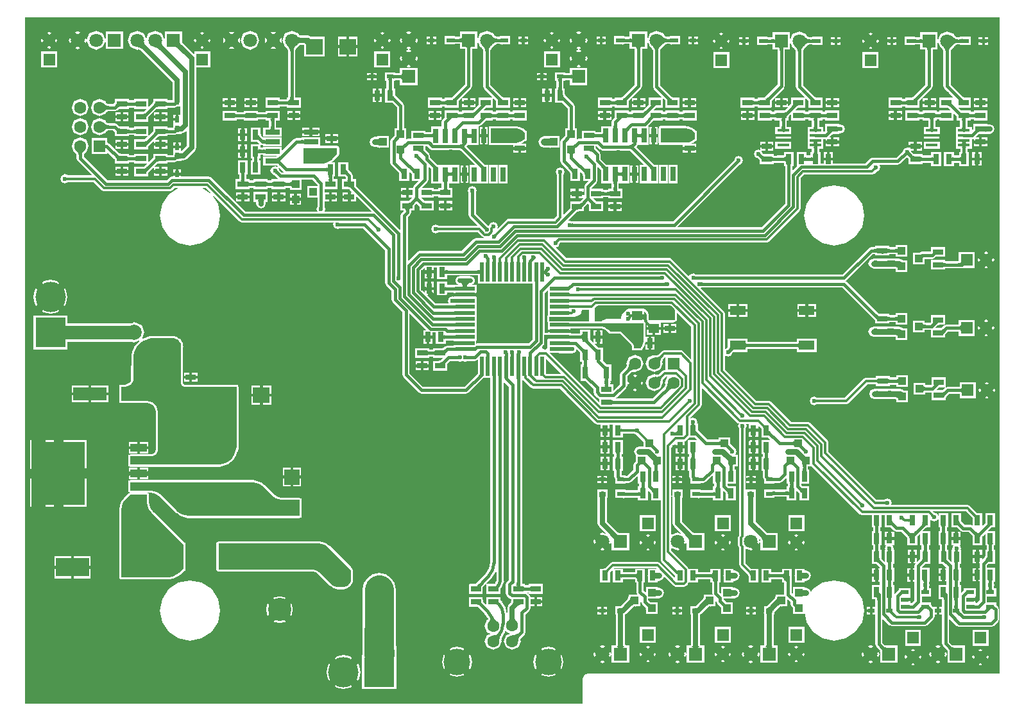
<source format=gtl>
G04*
G04 #@! TF.GenerationSoftware,Altium Limited,Altium Designer,18.1.9 (240)*
G04*
G04 Layer_Physical_Order=1*
G04 Layer_Color=255*
%FSLAX44Y44*%
%MOMM*%
G71*
G01*
G75*
%ADD17C,0.3048*%
%ADD19C,0.3810*%
%ADD20C,0.5080*%
%ADD26R,2.1000X1.3000*%
%ADD27R,1.9050X0.6604*%
%ADD28R,0.8000X1.3500*%
%ADD30R,0.8500X0.6000*%
%ADD31R,1.4000X1.2000*%
%ADD32R,1.3500X0.8000*%
%ADD33R,0.7500X1.6500*%
%ADD34R,1.0160X1.0160*%
%ADD35R,0.6000X0.8500*%
%ADD36R,0.4800X2.5400*%
%ADD37R,2.5400X0.4800*%
%ADD39R,2.2000X2.1500*%
%ADD40R,1.6000X0.4000*%
%ADD41R,2.1600X1.0700*%
%ADD42R,6.9900X8.3300*%
%ADD43R,2.2000X3.1500*%
%ADD44R,5.4000X2.9000*%
%ADD45R,4.4500X1.8000*%
%ADD46R,4.3942X2.4892*%
%ADD47R,2.0320X2.0320*%
%ADD48R,1.0160X1.0160*%
%ADD88C,1.2700*%
%ADD89R,1.0500X0.6000*%
%ADD90R,0.6604X1.9050*%
%ADD91C,3.8100*%
%ADD92C,0.4572*%
%ADD93C,0.6350*%
%ADD94C,0.7620*%
%ADD95C,1.7780*%
%ADD96C,0.8890*%
%ADD97C,1.0160*%
%ADD98R,1.9100X10.8000*%
%ADD99C,3.0480*%
%ADD100C,1.6000*%
%ADD101C,3.5000*%
%ADD102C,1.6002*%
%ADD103R,1.6002X1.6002*%
%ADD104C,1.8000*%
%ADD105R,1.8000X1.8000*%
%ADD106R,4.0000X4.0000*%
%ADD107C,4.0000*%
%ADD108C,2.0000*%
%ADD109R,1.6002X1.6002*%
%ADD110R,1.8000X1.8000*%
%ADD111R,4.0000X4.0000*%
%ADD112C,0.6000*%
G36*
X1293127Y46873D02*
X750000D01*
X745140Y44860D01*
X743127Y40000D01*
Y6873D01*
X6873D01*
Y913127D01*
X1293127D01*
Y46873D01*
D02*
G37*
%LPC*%
G36*
X737550Y894661D02*
X734187Y893268D01*
X737550Y889904D01*
X740914Y893268D01*
X737550Y894661D01*
D02*
G37*
G36*
X513550D02*
X510187Y893268D01*
X513550Y889904D01*
X516914Y893268D01*
X513550Y894661D01*
D02*
G37*
G36*
X77000D02*
X73637Y893268D01*
X77000Y889904D01*
X80363Y893268D01*
X77000Y894661D01*
D02*
G37*
G36*
X702550Y893580D02*
X699951Y892503D01*
X702550Y889904D01*
X705149Y892503D01*
X702550Y893580D01*
D02*
G37*
G36*
X241000D02*
X238401Y892503D01*
X241000Y889904D01*
X243599Y892503D01*
X241000Y893580D01*
D02*
G37*
G36*
X39000D02*
X36401Y892503D01*
X39000Y889904D01*
X41599Y892503D01*
X39000Y893580D01*
D02*
G37*
G36*
X283848Y893752D02*
X276152D01*
X280000Y889904D01*
X283848Y893752D01*
D02*
G37*
G36*
X478550Y893580D02*
X475951Y892503D01*
X478550Y889904D01*
X481149Y892503D01*
X478550Y893580D01*
D02*
G37*
G36*
X338848Y893752D02*
X331152D01*
X335000Y889904D01*
X338848Y893752D01*
D02*
G37*
G36*
X926000Y892860D02*
X923401Y891783D01*
X926000Y889184D01*
X928599Y891783D01*
X926000Y892860D01*
D02*
G37*
G36*
X1123000D02*
X1120401Y891783D01*
X1123000Y889184D01*
X1125599Y891783D01*
X1123000Y892860D01*
D02*
G37*
G36*
X773832Y887752D02*
X769455D01*
Y884625D01*
X773832D01*
Y887752D01*
D02*
G37*
G36*
X549832D02*
X545455D01*
Y884625D01*
X549832D01*
Y887752D01*
D02*
G37*
G36*
X541645D02*
X537268D01*
Y884625D01*
X541645D01*
Y887752D01*
D02*
G37*
G36*
X765645D02*
X761268D01*
Y884625D01*
X765645D01*
Y887752D01*
D02*
G37*
G36*
X895032D02*
X890655D01*
Y884625D01*
X895032D01*
Y887752D01*
D02*
G37*
G36*
X886845D02*
X882468D01*
Y884625D01*
X886845D01*
Y887752D01*
D02*
G37*
G36*
X671032D02*
X666655D01*
Y884625D01*
X671032D01*
Y887752D01*
D02*
G37*
G36*
X662845D02*
X658468D01*
Y884625D01*
X662845D01*
Y887752D01*
D02*
G37*
G36*
X1083482Y887032D02*
X1079105D01*
Y883905D01*
X1083482D01*
Y887032D01*
D02*
G37*
G36*
X1075295D02*
X1070918D01*
Y883905D01*
X1075295D01*
Y887032D01*
D02*
G37*
G36*
X1278282Y887032D02*
X1273905D01*
Y883905D01*
X1278282D01*
Y887032D01*
D02*
G37*
G36*
X1270095D02*
X1265718D01*
Y883905D01*
X1270095D01*
Y887032D01*
D02*
G37*
G36*
X1157282D02*
X1152905D01*
Y883905D01*
X1157282D01*
Y887032D01*
D02*
G37*
G36*
X1149095D02*
X1144718D01*
Y883905D01*
X1149095D01*
Y887032D01*
D02*
G37*
G36*
X962282Y887032D02*
X957905D01*
Y883905D01*
X962282D01*
Y887032D01*
D02*
G37*
G36*
X954095D02*
X949718D01*
Y883905D01*
X954095D01*
Y887032D01*
D02*
G37*
G36*
X179000Y895211D02*
X170168Y891552D01*
X167000Y883905D01*
X163832Y891552D01*
X155000Y895211D01*
X146168Y891552D01*
X142509Y882720D01*
X146168Y873888D01*
X155000Y870229D01*
X156536Y870865D01*
X156997Y870782D01*
X157562Y870631D01*
X158103Y870438D01*
X158624Y870201D01*
X158960Y870012D01*
X201814Y827158D01*
Y803501D01*
X195290D01*
Y805230D01*
X192736D01*
X192689Y805249D01*
X192642Y805230D01*
X192412D01*
X192399Y805234D01*
X192392Y805230D01*
X179788D01*
X179418Y805405D01*
X178927Y805230D01*
X178725D01*
X178355Y805248D01*
X178335Y805230D01*
X176710D01*
Y803167D01*
X176535Y802797D01*
X176515Y802397D01*
X176474Y802125D01*
X176402Y801839D01*
X176294Y801532D01*
X176146Y801203D01*
X175951Y800849D01*
X175776Y800580D01*
X169790Y794594D01*
Y805230D01*
X154108D01*
X154101Y805234D01*
X154088Y805230D01*
X153857D01*
X153811Y805249D01*
X153764Y805230D01*
X151210D01*
Y803501D01*
X144290D01*
Y805230D01*
X141736D01*
X141689Y805249D01*
X141643Y805230D01*
X141412D01*
X141399Y805234D01*
X141392Y805230D01*
X125710D01*
Y800838D01*
X125707Y800833D01*
X125677Y800702D01*
X125663Y800666D01*
X125562Y800479D01*
X125403Y800238D01*
X125242Y800046D01*
X124027Y798831D01*
X117003D01*
X116858Y798872D01*
X116419Y799040D01*
X115942Y799273D01*
X115430Y799575D01*
X114916Y799928D01*
X114070Y800634D01*
X113468Y802088D01*
X105400Y805430D01*
X97332Y802088D01*
X93990Y794020D01*
X97332Y785952D01*
X105400Y782610D01*
X113468Y785952D01*
X114084Y787439D01*
X114307Y787636D01*
X114884Y788089D01*
X115429Y788465D01*
X115942Y788768D01*
X116419Y789000D01*
X116858Y789168D01*
X117003Y789209D01*
X126020D01*
X128403Y790196D01*
X128584Y790208D01*
X128671Y790307D01*
X129422Y790618D01*
X130844Y792040D01*
X131297Y792150D01*
X141392D01*
X141399Y792146D01*
X141412Y792150D01*
X141643D01*
X141689Y792131D01*
X141736Y792150D01*
X144290D01*
Y793879D01*
X151210D01*
Y792150D01*
X153764D01*
X153811Y792131D01*
X153857Y792150D01*
X154088D01*
X154101Y792146D01*
X154108Y792150D01*
X167346D01*
X163709Y788513D01*
X163317Y788238D01*
X163304Y788230D01*
X162767D01*
X162496Y788369D01*
X162271Y788297D01*
X162045Y788369D01*
X161775Y788230D01*
X151210D01*
Y775150D01*
X169790D01*
Y779093D01*
X169864Y779195D01*
X169829Y779411D01*
X169929Y779606D01*
X169790Y780039D01*
Y780786D01*
X169907Y780990D01*
X170168Y781364D01*
X180896Y792092D01*
X180977Y792150D01*
X181297D01*
X181348Y792109D01*
X181711Y792150D01*
X192392D01*
X192399Y792146D01*
X192412Y792150D01*
X192642D01*
X192689Y792131D01*
X192736Y792150D01*
X195290D01*
Y793879D01*
X204500D01*
X207902Y795288D01*
X208014Y795400D01*
X212432D01*
Y784472D01*
X209905D01*
Y778190D01*
X208000D01*
Y776285D01*
X202968D01*
Y772790D01*
X202460D01*
Y767559D01*
X202357Y767311D01*
X195290D01*
Y769040D01*
X192736D01*
X192689Y769059D01*
X192642Y769040D01*
X192412D01*
X192399Y769044D01*
X192392Y769040D01*
X176710D01*
Y765488D01*
X176672Y765442D01*
X176695Y765232D01*
X176588Y765050D01*
X176710Y764580D01*
Y763743D01*
X176554Y763471D01*
X176299Y763103D01*
X169790Y756594D01*
Y769040D01*
X154108D01*
X154101Y769044D01*
X154088Y769040D01*
X153857D01*
X153811Y769059D01*
X153764Y769040D01*
X151210D01*
Y767311D01*
X144290D01*
Y769040D01*
X141736D01*
X141689Y769059D01*
X141643Y769040D01*
X141412D01*
X141399Y769044D01*
X141392Y769040D01*
X133324D01*
X132995Y769187D01*
X132770Y769101D01*
X132537Y769162D01*
X132331Y769040D01*
X131869D01*
X131514Y769290D01*
X128782Y772022D01*
X125380Y773431D01*
X117003D01*
X116858Y773472D01*
X116419Y773640D01*
X115942Y773873D01*
X115430Y774175D01*
X114916Y774528D01*
X114070Y775234D01*
X113468Y776688D01*
X105400Y780030D01*
X97332Y776688D01*
X93990Y768620D01*
X97332Y760552D01*
X105400Y757210D01*
X113468Y760552D01*
X114084Y762039D01*
X114307Y762236D01*
X114884Y762689D01*
X115429Y763065D01*
X115942Y763368D01*
X116419Y763600D01*
X116858Y763768D01*
X117003Y763809D01*
X123387D01*
X125299Y761897D01*
X125554Y761529D01*
X125710Y761257D01*
Y760420D01*
X125588Y759950D01*
X125695Y759768D01*
X125673Y759558D01*
X125710Y759512D01*
Y755960D01*
X141392D01*
X141399Y755956D01*
X141412Y755960D01*
X141643D01*
X141689Y755941D01*
X141736Y755960D01*
X144290D01*
Y757689D01*
X151210D01*
Y755960D01*
X153764D01*
X153811Y755941D01*
X153857Y755960D01*
X154088D01*
X154101Y755956D01*
X154108Y755960D01*
X169156D01*
X165325Y752129D01*
X165201Y752040D01*
X164819D01*
X164717Y752114D01*
X164257Y752040D01*
X151210D01*
Y738960D01*
X169790D01*
Y742205D01*
X169808Y742356D01*
X169821Y742396D01*
X169818Y742446D01*
X169834Y742581D01*
X169827Y742606D01*
X169842Y742656D01*
X169944Y742889D01*
X170134Y743223D01*
X170364Y743560D01*
X177218Y750414D01*
Y747405D01*
X184095D01*
Y751532D01*
X178336D01*
X182514Y755710D01*
X182869Y755960D01*
X183330D01*
X183538Y755838D01*
X183770Y755899D01*
X183995Y755813D01*
X184324Y755960D01*
X192392D01*
X192399Y755956D01*
X192412Y755960D01*
X192642D01*
X192689Y755941D01*
X192736Y755960D01*
X195290D01*
Y757689D01*
X204500D01*
X207902Y759098D01*
X208014Y759210D01*
X213540D01*
Y759814D01*
X213750D01*
X218124Y761626D01*
X220814Y764316D01*
Y743562D01*
X213540Y736288D01*
Y736790D01*
X213032D01*
Y740095D01*
X208000D01*
X202968D01*
Y736790D01*
X202460D01*
Y731559D01*
X202357Y731311D01*
X195290D01*
Y733040D01*
X192736D01*
X192689Y733059D01*
X192642Y733040D01*
X192412D01*
X192399Y733044D01*
X192392Y733040D01*
X176710D01*
Y730537D01*
X176698Y730522D01*
X176710Y730361D01*
Y728885D01*
X176617Y728672D01*
X176429Y728342D01*
X176190Y727995D01*
X169790Y721594D01*
Y733040D01*
X154108D01*
X154101Y733044D01*
X154088Y733040D01*
X153857D01*
X153811Y733059D01*
X153764Y733040D01*
X151210D01*
Y731311D01*
X144290D01*
Y733040D01*
X141736D01*
X141689Y733059D01*
X141643Y733040D01*
X141412D01*
X141399Y733044D01*
X141392Y733040D01*
X133324D01*
X132995Y733187D01*
X132770Y733102D01*
X132537Y733162D01*
X132331Y733040D01*
X131869D01*
X131514Y733290D01*
X118182Y746622D01*
X115941Y747550D01*
Y753761D01*
X94859D01*
Y732679D01*
X115941D01*
Y735255D01*
X125299Y725897D01*
X125554Y725529D01*
X125710Y725257D01*
Y724420D01*
X125588Y723950D01*
X125695Y723768D01*
X125673Y723559D01*
X125710Y723512D01*
Y719960D01*
X141392D01*
X141399Y719956D01*
X141412Y719960D01*
X141643D01*
X141689Y719941D01*
X141736Y719960D01*
X144290D01*
Y721689D01*
X151210D01*
Y719960D01*
X153764D01*
X153811Y719941D01*
X153857Y719960D01*
X154088D01*
X154101Y719956D01*
X154108Y719960D01*
X168156D01*
X164432Y716236D01*
X164155Y716040D01*
X163813D01*
X163706Y716116D01*
X163466Y716077D01*
X163248Y716183D01*
X162833Y716040D01*
X151210D01*
Y702960D01*
X169790D01*
Y706100D01*
X169866Y706207D01*
X169790Y706670D01*
Y707694D01*
X169821Y707766D01*
X170009Y708094D01*
X170256Y708451D01*
X177218Y715414D01*
Y711405D01*
X184095D01*
Y715532D01*
X177336D01*
X181622Y719818D01*
X181822Y719960D01*
X182050D01*
X182065Y719948D01*
X182226Y719960D01*
X182316D01*
X182513Y719842D01*
X182987Y719960D01*
X192392D01*
X192399Y719956D01*
X192412Y719960D01*
X192642D01*
X192689Y719941D01*
X192736Y719960D01*
X195290D01*
Y721689D01*
X204500D01*
X207902Y723098D01*
X208014Y723210D01*
X210167D01*
X210294Y723116D01*
X210643Y723166D01*
X210970Y723031D01*
X211401Y723210D01*
X213540D01*
Y723814D01*
X216000D01*
X220374Y725626D01*
X231374Y736626D01*
X233186Y741000D01*
Y846779D01*
X251541D01*
Y867861D01*
X230459D01*
Y864009D01*
X215422Y879046D01*
X214835Y879890D01*
X214540Y880406D01*
Y882299D01*
X214719Y882731D01*
X214632Y882940D01*
X214685Y883159D01*
X214540Y883397D01*
Y894260D01*
X191460D01*
Y882794D01*
X187832Y891552D01*
X179000Y895211D01*
D02*
G37*
G36*
X101000D02*
X92168Y891552D01*
X88725Y883241D01*
X87548Y886084D01*
X84184Y882720D01*
X87548Y879357D01*
X88725Y882199D01*
X92168Y873888D01*
X101000Y870229D01*
X109832Y873888D01*
X113460Y882646D01*
Y871180D01*
X136540D01*
Y894260D01*
X113460D01*
Y882794D01*
X109832Y891552D01*
X101000Y895211D01*
D02*
G37*
G36*
X840550D02*
X831718Y891552D01*
X828090Y882794D01*
Y894260D01*
X805010D01*
Y887531D01*
X798340D01*
Y888260D01*
X796201D01*
X795770Y888439D01*
X795523Y888336D01*
X795261Y888391D01*
X795060Y888260D01*
X784760D01*
Y877180D01*
X795060D01*
X795261Y877049D01*
X795523Y877104D01*
X795770Y877001D01*
X796201Y877180D01*
X798340D01*
Y877909D01*
X805010D01*
Y871180D01*
X811739D01*
Y824433D01*
X795282Y807976D01*
X795011Y807800D01*
X794657Y807605D01*
X794327Y807456D01*
X794019Y807349D01*
X793730Y807277D01*
X793457Y807235D01*
X793054Y807215D01*
X792684Y807040D01*
X788218D01*
X788211Y807044D01*
X788198Y807040D01*
X787968D01*
X787921Y807059D01*
X787875Y807040D01*
X785320D01*
Y805311D01*
X781540D01*
Y807040D01*
X778986D01*
X778939Y807059D01*
X778893Y807040D01*
X778662D01*
X778649Y807044D01*
X778642Y807040D01*
X762960D01*
Y793960D01*
X778642D01*
X778649Y793956D01*
X778662Y793960D01*
X778893D01*
X778939Y793941D01*
X778986Y793960D01*
X781540D01*
Y795689D01*
X785320D01*
Y793960D01*
X787875D01*
X787921Y793941D01*
X787968Y793960D01*
X788198D01*
X788211Y793956D01*
X788218Y793960D01*
X803900D01*
Y802986D01*
X819952Y819038D01*
X820657Y820739D01*
X821361Y822440D01*
Y871180D01*
X828090D01*
Y882646D01*
X831718Y873888D01*
X833381Y873199D01*
X833755Y872799D01*
X834299Y872124D01*
X834770Y871462D01*
X835150Y870845D01*
X835443Y870276D01*
X835654Y869760D01*
X835739Y869477D01*
Y821640D01*
X837148Y818238D01*
X848346Y807040D01*
X830040D01*
Y798014D01*
X822120Y790094D01*
X822045Y790040D01*
X821733D01*
X821688Y790076D01*
X821348Y790040D01*
X810578D01*
X810571Y790044D01*
X810558Y790040D01*
X810328D01*
X810281Y790059D01*
X810235Y790040D01*
X807680D01*
Y788311D01*
X803900D01*
Y790040D01*
X801346D01*
X801299Y790059D01*
X801253Y790040D01*
X801022D01*
X801009Y790044D01*
X801002Y790040D01*
X785320D01*
Y781014D01*
X782498Y778192D01*
X781089Y774790D01*
Y769065D01*
X780058D01*
Y766926D01*
X779879Y766495D01*
X779960Y766300D01*
X779908Y766095D01*
X780058Y765845D01*
Y746811D01*
X779042D01*
Y769065D01*
X767358D01*
Y761811D01*
X760290D01*
Y763540D01*
X757736D01*
X757689Y763559D01*
X757643Y763540D01*
X757412D01*
X757399Y763544D01*
X757392Y763540D01*
X741710D01*
Y752748D01*
X737597D01*
X735620Y751929D01*
Y766280D01*
X732811D01*
Y795050D01*
X731402Y798452D01*
X720526Y809329D01*
X720350Y809599D01*
X720155Y809953D01*
X720007Y810283D01*
X719899Y810592D01*
X719827Y810880D01*
X719786Y811153D01*
X719765Y811556D01*
X719590Y811926D01*
Y816392D01*
X719594Y816399D01*
X719590Y816412D01*
Y816643D01*
X719609Y816689D01*
X719590Y816736D01*
Y819290D01*
X717861D01*
Y829180D01*
X719840D01*
Y829909D01*
X726010D01*
Y823180D01*
X749090D01*
Y846260D01*
X726010D01*
Y839531D01*
X719840D01*
Y840260D01*
X717701D01*
X717270Y840439D01*
X717022Y840336D01*
X716761Y840391D01*
X716560Y840260D01*
X706260D01*
Y829180D01*
X708239D01*
Y819290D01*
X706510D01*
Y816736D01*
X706491Y816689D01*
X706510Y816643D01*
Y816412D01*
X706506Y816399D01*
X706510Y816392D01*
Y800710D01*
X715536D01*
X723189Y793057D01*
Y766280D01*
X720380D01*
Y759619D01*
X720266Y759434D01*
X720320Y759211D01*
X720232Y758999D01*
X720380Y758641D01*
Y758005D01*
X720318Y757897D01*
X720050Y757514D01*
X714598Y752062D01*
X713189Y748660D01*
Y723000D01*
X714598Y719598D01*
X726049Y708147D01*
X726304Y707779D01*
X726460Y707507D01*
Y706670D01*
X726338Y706200D01*
X726445Y706018D01*
X726423Y705808D01*
X726460Y705762D01*
Y696710D01*
X739540D01*
Y709656D01*
X742543Y706653D01*
X742720Y706382D01*
X742918Y706026D01*
X743070Y705694D01*
X743179Y705386D01*
X743252Y705100D01*
X743294Y704831D01*
X743316Y704432D01*
X743460Y704131D01*
Y696710D01*
X750224D01*
X746726Y693212D01*
X745317Y689810D01*
Y676180D01*
X744512Y675375D01*
Y678595D01*
X737635D01*
Y674468D01*
X743605D01*
X739404Y670267D01*
X739082Y670040D01*
X738672D01*
X738508Y670145D01*
X738271Y670094D01*
X738049Y670188D01*
X737681Y670040D01*
X726440D01*
Y661014D01*
X717750Y652324D01*
Y705106D01*
X719348Y708963D01*
X717591Y713204D01*
X713351Y714960D01*
X709111Y713204D01*
X707355Y708963D01*
X708952Y705106D01*
Y650666D01*
X705146Y646860D01*
X644961D01*
X641851Y645572D01*
X630236Y633957D01*
X631497Y637000D01*
X629740Y641240D01*
X625500Y642997D01*
X621260Y641240D01*
X619697Y637466D01*
X617909Y638206D01*
X602061Y654054D01*
Y681889D01*
X603246Y684750D01*
X601490Y688990D01*
X597250Y690746D01*
X593010Y688990D01*
X591254Y684750D01*
X592439Y681889D01*
Y652815D01*
X592218Y652282D01*
X593627Y648880D01*
X604327Y638180D01*
X552884D01*
X549027Y639777D01*
X544787Y638021D01*
X543030Y633781D01*
X544787Y629541D01*
X549027Y627785D01*
X552884Y629382D01*
X604436D01*
X610704Y623114D01*
X613815Y621826D01*
X619453D01*
X620817Y622391D01*
X621188Y621495D01*
X602160D01*
X598758Y620086D01*
X583326Y604653D01*
X527580D01*
X525879Y603949D01*
X524178Y603244D01*
X512285Y591351D01*
Y649231D01*
X515132Y652078D01*
X516541Y655480D01*
Y657960D01*
X521020D01*
Y662436D01*
X521132Y662617D01*
X521080Y662840D01*
X521168Y663051D01*
X521020Y663413D01*
Y664053D01*
X521085Y664166D01*
X521353Y664549D01*
X524000Y667196D01*
X527134Y664062D01*
X527392Y663690D01*
X527525Y663459D01*
Y662678D01*
X527392Y662228D01*
X527495Y662038D01*
X527465Y661824D01*
X527525Y661745D01*
Y657960D01*
X546105D01*
Y671040D01*
X535379D01*
X535084Y671183D01*
X534859Y671105D01*
X534630Y671173D01*
X534385Y671040D01*
X533878D01*
X533494Y671310D01*
X529844Y674960D01*
X543207D01*
X543214Y674956D01*
X543227Y674960D01*
X543457D01*
X543504Y674941D01*
X543551Y674960D01*
X546105D01*
Y676689D01*
X552610D01*
Y674960D01*
X555164D01*
X555211Y674941D01*
X555257Y674960D01*
X555488D01*
X555501Y674956D01*
X555508Y674960D01*
X571190D01*
Y688040D01*
X566711D01*
Y693885D01*
X567742D01*
Y696024D01*
X567921Y696456D01*
X567840Y696650D01*
X567892Y696855D01*
X567742Y697105D01*
Y701389D01*
X568758D01*
Y693885D01*
X580442D01*
Y718015D01*
X568758D01*
Y711011D01*
X567742D01*
Y718015D01*
X556058D01*
Y697105D01*
X555908Y696855D01*
X555960Y696650D01*
X555879Y696456D01*
X556058Y696024D01*
Y693885D01*
X557089D01*
Y688040D01*
X555508D01*
X555501Y688044D01*
X555488Y688040D01*
X555257D01*
X555211Y688059D01*
X555164Y688040D01*
X552610D01*
Y686311D01*
X546105D01*
Y688040D01*
X543551D01*
X543504Y688059D01*
X543457Y688040D01*
X543227D01*
X543214Y688044D01*
X543207Y688040D01*
X531162D01*
X538402Y695280D01*
X539107Y696981D01*
X539811Y698682D01*
Y716385D01*
X543182Y713014D01*
X543358Y712766D01*
Y712466D01*
X543303Y712394D01*
X543335Y712154D01*
X543222Y711939D01*
X543358Y711497D01*
Y693885D01*
X555042D01*
Y714622D01*
X555127Y714733D01*
X555089Y715020D01*
X555216Y715280D01*
X555042Y715783D01*
Y718015D01*
X553294D01*
X553183Y718100D01*
X552896Y718063D01*
X552636Y718189D01*
X552344Y718206D01*
X552184Y718235D01*
X551983Y718292D01*
X551738Y718389D01*
X551451Y718532D01*
X551124Y718728D01*
X550970Y718834D01*
X541811Y727993D01*
Y729810D01*
X540815Y732216D01*
X540402Y733213D01*
X535412Y738203D01*
X535290Y738374D01*
Y738824D01*
X535394Y738985D01*
X535290Y739466D01*
Y743189D01*
X537812D01*
X538382Y742619D01*
X538559Y742192D01*
X541466Y739285D01*
X542463Y738872D01*
X544868Y737876D01*
X580191D01*
X580275Y737860D01*
X580743Y737731D01*
X581192Y737566D01*
X581625Y737365D01*
X582048Y737126D01*
X582118Y737078D01*
X601181Y718015D01*
X594158D01*
Y693885D01*
X605842D01*
Y713354D01*
X606649Y712547D01*
X606858Y712251D01*
Y711880D01*
X606769Y711749D01*
X606813Y711511D01*
X606712Y711290D01*
X606858Y710894D01*
Y693885D01*
X618542D01*
Y714714D01*
X618634Y714848D01*
X618542Y715339D01*
Y718015D01*
X616640D01*
X616510Y718104D01*
X616032Y718015D01*
X615061D01*
X615024Y718031D01*
X614697Y718218D01*
X614337Y718467D01*
X590117Y742687D01*
X590702Y743272D01*
X590967Y743911D01*
X591034Y743963D01*
X591054Y744123D01*
X591287Y744685D01*
X593142D01*
Y751939D01*
X594158D01*
Y744685D01*
X605842D01*
Y768815D01*
X594158D01*
Y761561D01*
X593142D01*
Y768815D01*
X586619D01*
X586993Y769189D01*
X605830D01*
X609232Y770598D01*
X614659Y776024D01*
X614929Y776200D01*
X615283Y776395D01*
X615613Y776544D01*
X615922Y776652D01*
X616210Y776723D01*
X616483Y776765D01*
X616886Y776785D01*
X617256Y776960D01*
X621722D01*
X621729Y776956D01*
X621742Y776960D01*
X621973D01*
X622019Y776941D01*
X622066Y776960D01*
X624620D01*
Y778689D01*
X628400D01*
Y776960D01*
X630954D01*
X631001Y776941D01*
X631048Y776960D01*
X631278D01*
X631291Y776956D01*
X631298Y776960D01*
X644082D01*
X644089Y776956D01*
X644102Y776960D01*
X644333D01*
X644379Y776941D01*
X644426Y776960D01*
X646980D01*
Y778689D01*
X650760D01*
Y776960D01*
X653314D01*
X653361Y776941D01*
X653408Y776960D01*
X653638D01*
X653651Y776956D01*
X653658Y776960D01*
X669340D01*
Y790040D01*
X653658D01*
X653651Y790044D01*
X653638Y790040D01*
X653408D01*
X653361Y790059D01*
X653314Y790040D01*
X650760D01*
Y788311D01*
X646980D01*
Y790040D01*
X644426D01*
X644379Y790059D01*
X644333Y790040D01*
X644102D01*
X644089Y790044D01*
X644082Y790040D01*
X631298D01*
X631291Y790044D01*
X631278Y790040D01*
X631048D01*
X631001Y790059D01*
X630954Y790040D01*
X628400D01*
Y788311D01*
X624620D01*
Y790040D01*
X622066D01*
X622019Y790059D01*
X621973Y790040D01*
X621742D01*
X621729Y790044D01*
X621722Y790040D01*
X611674D01*
X614659Y793024D01*
X614929Y793200D01*
X615283Y793395D01*
X615613Y793544D01*
X615922Y793652D01*
X616210Y793724D01*
X616483Y793764D01*
X616886Y793785D01*
X617256Y793960D01*
X624620D01*
Y806766D01*
X628400Y802986D01*
Y793960D01*
X646980D01*
Y807040D01*
X639616D01*
X639246Y807215D01*
X638843Y807235D01*
X638570Y807277D01*
X638282Y807349D01*
X637973Y807456D01*
X637643Y807605D01*
X637289Y807800D01*
X637019Y807976D01*
X621361Y823633D01*
Y869477D01*
X621446Y869760D01*
X621657Y870276D01*
X621950Y870845D01*
X622330Y871462D01*
X622780Y872094D01*
X623719Y873198D01*
X625382Y873888D01*
X626071Y875551D01*
X626471Y875925D01*
X627147Y876469D01*
X627808Y876940D01*
X628425Y877320D01*
X628994Y877613D01*
X629511Y877824D01*
X629793Y877909D01*
X633960D01*
Y877180D01*
X636099D01*
X636531Y877001D01*
X636778Y877104D01*
X637039Y877049D01*
X637240Y877180D01*
X647540D01*
Y888260D01*
X637240D01*
X637039Y888391D01*
X636778Y888336D01*
X636531Y888439D01*
X636099Y888260D01*
X633960D01*
Y887531D01*
X629793D01*
X629511Y887616D01*
X628994Y887827D01*
X628425Y888120D01*
X627808Y888500D01*
X627176Y888950D01*
X626072Y889889D01*
X625382Y891552D01*
X616550Y895211D01*
X607718Y891552D01*
X604090Y882794D01*
Y894260D01*
X581010D01*
Y887531D01*
X574340D01*
Y888260D01*
X572201D01*
X571770Y888439D01*
X571522Y888336D01*
X571261Y888391D01*
X571060Y888260D01*
X560760D01*
Y877180D01*
X571060D01*
X571261Y877049D01*
X571522Y877104D01*
X571770Y877001D01*
X572201Y877180D01*
X574340D01*
Y877909D01*
X581010D01*
Y871180D01*
X587739D01*
Y824433D01*
X571282Y807976D01*
X571011Y807800D01*
X570657Y807605D01*
X570327Y807456D01*
X570019Y807349D01*
X569730Y807277D01*
X569457Y807235D01*
X569054Y807215D01*
X568684Y807040D01*
X564218D01*
X564211Y807044D01*
X564198Y807040D01*
X563968D01*
X563921Y807059D01*
X563875Y807040D01*
X561320D01*
Y805311D01*
X557540D01*
Y807040D01*
X554986D01*
X554939Y807059D01*
X554893Y807040D01*
X554662D01*
X554649Y807044D01*
X554642Y807040D01*
X538960D01*
Y793960D01*
X554642D01*
X554649Y793956D01*
X554662Y793960D01*
X554893D01*
X554939Y793941D01*
X554986Y793960D01*
X557540D01*
Y795689D01*
X561320D01*
Y793960D01*
X563875D01*
X563921Y793941D01*
X563968Y793960D01*
X564198D01*
X564211Y793956D01*
X564218Y793960D01*
X579900D01*
Y802986D01*
X595952Y819038D01*
X596657Y820739D01*
X597361Y822440D01*
Y871180D01*
X604090D01*
Y882646D01*
X607718Y873888D01*
X609381Y873199D01*
X609755Y872799D01*
X610299Y872124D01*
X610770Y871462D01*
X611150Y870845D01*
X611443Y870276D01*
X611654Y869760D01*
X611739Y869477D01*
Y821640D01*
X613148Y818238D01*
X624346Y807040D01*
X606040D01*
Y798014D01*
X598120Y790094D01*
X598044Y790040D01*
X597733D01*
X597688Y790076D01*
X597348Y790040D01*
X586578D01*
X586571Y790044D01*
X586558Y790040D01*
X586328D01*
X586281Y790059D01*
X586235Y790040D01*
X583680D01*
Y788311D01*
X579900D01*
Y790040D01*
X577346D01*
X577299Y790059D01*
X577253Y790040D01*
X577022D01*
X577009Y790044D01*
X577002Y790040D01*
X561320D01*
Y781014D01*
X558498Y778192D01*
X557089Y774790D01*
Y768815D01*
X556058D01*
Y766676D01*
X555879Y766245D01*
X555960Y766050D01*
X555908Y765845D01*
X556058Y765595D01*
Y747498D01*
X555042D01*
Y768815D01*
X543358D01*
Y761811D01*
X535290D01*
Y763540D01*
X532736D01*
X532689Y763559D01*
X532643Y763540D01*
X532412D01*
X532399Y763544D01*
X532392Y763540D01*
X516710D01*
Y752811D01*
X512520D01*
X510819Y752107D01*
X510480Y751966D01*
Y766280D01*
X507671D01*
Y796190D01*
X506967Y797891D01*
X506262Y799592D01*
X496526Y809329D01*
X496350Y809599D01*
X496155Y809953D01*
X496007Y810283D01*
X495899Y810592D01*
X495827Y810880D01*
X495786Y811153D01*
X495765Y811556D01*
X495590Y811926D01*
Y816392D01*
X495594Y816399D01*
X495590Y816412D01*
Y816643D01*
X495609Y816689D01*
X495590Y816736D01*
Y819290D01*
X493861D01*
Y829180D01*
X495840D01*
Y829909D01*
X502010D01*
Y823180D01*
X525090D01*
Y846260D01*
X502010D01*
Y839531D01*
X495840D01*
Y840260D01*
X493701D01*
X493270Y840439D01*
X493022Y840336D01*
X492761Y840391D01*
X492560Y840260D01*
X482260D01*
Y829180D01*
X484239D01*
Y819290D01*
X482510D01*
Y816736D01*
X482491Y816689D01*
X482510Y816643D01*
Y816412D01*
X482506Y816399D01*
X482510Y816392D01*
Y800710D01*
X491536D01*
X498049Y794197D01*
Y766280D01*
X495240D01*
Y759619D01*
X495126Y759434D01*
X495179Y759211D01*
X495092Y758999D01*
X495240Y758641D01*
Y758005D01*
X495178Y757897D01*
X494910Y757514D01*
X490441Y753045D01*
X489032Y749643D01*
Y721157D01*
X490441Y717755D01*
X500495Y707701D01*
X500741Y707344D01*
X500929Y707016D01*
X500960Y706944D01*
Y705920D01*
X500884Y705457D01*
X500960Y705350D01*
Y696710D01*
X514040D01*
Y709656D01*
X517043Y706653D01*
X517220Y706382D01*
X517418Y706026D01*
X517570Y705694D01*
X517679Y705386D01*
X517752Y705100D01*
X517794Y704831D01*
X517816Y704432D01*
X517960Y704131D01*
Y696710D01*
X526224D01*
X520598Y691084D01*
X519189Y687682D01*
Y687532D01*
X513635D01*
Y681500D01*
Y675468D01*
X518554D01*
X518439Y675266D01*
X518391Y675195D01*
X514564Y671368D01*
X514180Y671100D01*
X514077Y671040D01*
X513446D01*
X513092Y671188D01*
X512879Y671101D01*
X512655Y671155D01*
X512467Y671040D01*
X502440D01*
Y657960D01*
X506919D01*
Y657473D01*
X504072Y654626D01*
X502663Y651224D01*
Y632191D01*
X444340Y690514D01*
Y699540D01*
X439861D01*
Y703950D01*
X438865Y706356D01*
X438452Y707352D01*
X434476Y711329D01*
X434300Y711599D01*
X434105Y711953D01*
X433956Y712283D01*
X433849Y712591D01*
X433777Y712880D01*
X433736Y713153D01*
X433715Y713556D01*
X433540Y713926D01*
Y721290D01*
X420460D01*
Y702710D01*
X429486D01*
X430239Y701957D01*
Y699540D01*
X425760D01*
Y686460D01*
X433181D01*
X433482Y686316D01*
X433881Y686294D01*
X434150Y686252D01*
X434436Y686179D01*
X434744Y686070D01*
X435076Y685918D01*
X435432Y685721D01*
X435703Y685543D01*
X439214Y682032D01*
X436955D01*
Y676000D01*
X435050D01*
D01*
X436955D01*
Y669968D01*
X443832D01*
Y677414D01*
X464435Y656811D01*
X402322D01*
X403746Y660250D01*
X402561Y663111D01*
Y669968D01*
X408095D01*
Y676000D01*
Y682032D01*
X402561D01*
Y686460D01*
X419290D01*
Y699540D01*
X414811D01*
Y702710D01*
X416540D01*
Y705265D01*
X416559Y705311D01*
X416540Y705358D01*
Y705588D01*
X416544Y705601D01*
X416540Y705608D01*
Y721290D01*
X411114D01*
X412589Y722276D01*
X412746Y722510D01*
X413006Y722618D01*
X414351Y723963D01*
X414351Y723963D01*
X420148Y729760D01*
X421290D01*
Y731391D01*
X421749Y732500D01*
X421749Y732500D01*
Y740500D01*
X421290Y741609D01*
Y742840D01*
X419988D01*
X419000Y743249D01*
X396548D01*
Y754842D01*
X375639D01*
X375388Y754992D01*
X375184Y754940D01*
X374989Y755021D01*
X374557Y754842D01*
X372418D01*
Y753811D01*
X365000D01*
X361598Y752402D01*
X345748Y736552D01*
Y742142D01*
X324838D01*
X324588Y742292D01*
X324384Y742240D01*
X324189Y742321D01*
X323757Y742142D01*
X321618D01*
Y741111D01*
X318040D01*
Y745208D01*
X320500Y744189D01*
X321618D01*
Y743158D01*
X323757D01*
X324189Y742979D01*
X324378Y743057D01*
X324575Y743007D01*
X324832Y743158D01*
X345748D01*
Y754842D01*
X324832D01*
X324575Y754994D01*
X324378Y754943D01*
X324189Y755021D01*
X323757Y754842D01*
X321618D01*
Y754686D01*
X318976Y757328D01*
X318800Y757599D01*
X318605Y757953D01*
X318456Y758283D01*
X318349Y758592D01*
X318277Y758880D01*
X318235Y759153D01*
X318215Y759556D01*
X318040Y759926D01*
Y767290D01*
X304960D01*
Y748710D01*
X313986D01*
X317098Y745598D01*
X317117Y745590D01*
X304960D01*
Y729908D01*
X304956Y729901D01*
X304960Y729888D01*
Y729658D01*
X304941Y729611D01*
X304960Y729565D01*
Y727010D01*
X306689D01*
Y724290D01*
X304960D01*
Y721736D01*
X304941Y721689D01*
X304960Y721643D01*
Y721412D01*
X304956Y721399D01*
X304960Y721392D01*
Y705710D01*
X318040D01*
Y721392D01*
X318044Y721399D01*
X318040Y721412D01*
Y721643D01*
X318059Y721689D01*
X318040Y721736D01*
Y724290D01*
X316311D01*
Y727010D01*
X318040D01*
Y729565D01*
X318059Y729611D01*
X318040Y729658D01*
Y729888D01*
X318044Y729901D01*
X318040Y729908D01*
Y731489D01*
X321618D01*
Y730458D01*
X323757D01*
X324189Y730279D01*
X324384Y730360D01*
X324588Y730308D01*
X324838Y730458D01*
X339654D01*
X339002Y729806D01*
X338624Y729543D01*
X338450Y729442D01*
X337739D01*
X337327Y729586D01*
X337126Y729489D01*
X336907Y729529D01*
X336781Y729442D01*
X321618D01*
Y717758D01*
X337802D01*
X338083Y717617D01*
X338309Y717692D01*
X338535Y717621D01*
X338795Y717758D01*
X339320D01*
X339322Y717757D01*
X339715Y717481D01*
X348598Y708598D01*
X349290Y708311D01*
X345993D01*
X342425Y711879D01*
X341240Y714740D01*
X337000Y716497D01*
X332760Y714740D01*
X331004Y710500D01*
X332760Y706260D01*
X335621Y705075D01*
X340598Y700098D01*
X341945Y699540D01*
X335608D01*
X335601Y699544D01*
X335588Y699540D01*
X335358D01*
X335311Y699559D01*
X335264Y699540D01*
X332710D01*
Y697811D01*
X327540D01*
Y699540D01*
X324986D01*
X324939Y699559D01*
X324893Y699540D01*
X324662D01*
X324649Y699544D01*
X324642Y699540D01*
X311858D01*
X311851Y699544D01*
X311838Y699540D01*
X311607D01*
X311561Y699559D01*
X311514Y699540D01*
X308960D01*
Y697811D01*
X303790D01*
Y699540D01*
X301236D01*
X301189Y699559D01*
X301143Y699540D01*
X300912D01*
X300899Y699544D01*
X300892Y699540D01*
X299311D01*
Y705710D01*
X301040D01*
Y708264D01*
X301059Y708311D01*
X301040Y708357D01*
Y708588D01*
X301044Y708601D01*
X301040Y708608D01*
Y724290D01*
X287960D01*
Y708608D01*
X287956Y708601D01*
X287960Y708588D01*
Y708357D01*
X287941Y708311D01*
X287960Y708264D01*
Y705710D01*
X289689D01*
Y699540D01*
X285210D01*
Y686460D01*
X300892D01*
X300899Y686456D01*
X300912Y686460D01*
X301143D01*
X301189Y686441D01*
X301236Y686460D01*
X303790D01*
Y688189D01*
X308960D01*
Y686460D01*
X311514D01*
X311561Y686441D01*
X311607Y686460D01*
X311838D01*
X311851Y686456D01*
X311858Y686460D01*
X324642D01*
X324649Y686456D01*
X324662Y686460D01*
X324893D01*
X324939Y686441D01*
X324986Y686460D01*
X327540D01*
Y688189D01*
X332710D01*
Y686460D01*
X335264D01*
X335311Y686441D01*
X335358Y686460D01*
X335588D01*
X335601Y686456D01*
X335608Y686460D01*
X348392D01*
X348399Y686456D01*
X348412Y686460D01*
X348643D01*
X348689Y686441D01*
X348736Y686460D01*
X351290D01*
Y688189D01*
X356543D01*
Y685540D01*
X371783D01*
Y698689D01*
X386007D01*
X392939Y691757D01*
Y690620D01*
X379403D01*
Y675380D01*
X392939D01*
Y663111D01*
X391754Y660250D01*
X393178Y656811D01*
X297552D01*
X253163Y701200D01*
X249761Y702609D01*
X213032D01*
Y704095D01*
X208000D01*
X202968D01*
Y702609D01*
X200845D01*
X199144Y701904D01*
X197443Y701200D01*
X194054Y697811D01*
X115993D01*
X84811Y728993D01*
Y731617D01*
X84852Y731762D01*
X85020Y732201D01*
X85253Y732678D01*
X85555Y733190D01*
X85908Y733704D01*
X86614Y734550D01*
X88068Y735152D01*
X91410Y743220D01*
X88068Y751288D01*
X80000Y754630D01*
X71932Y751288D01*
X68590Y743220D01*
X71932Y735152D01*
X73419Y734537D01*
X73616Y734313D01*
X74069Y733736D01*
X74445Y733191D01*
X74748Y732678D01*
X74980Y732201D01*
X75148Y731762D01*
X75189Y731617D01*
Y727000D01*
X76598Y723598D01*
X95797Y704399D01*
X63607D01*
X59750Y705996D01*
X55510Y704240D01*
X53753Y700000D01*
X55510Y695760D01*
X59750Y694004D01*
X63607Y695601D01*
X97455D01*
X108628Y684429D01*
X111738Y683140D01*
X198309D01*
X201420Y684429D01*
X204929Y687938D01*
X209126D01*
X196799Y679701D01*
X188153Y666762D01*
X185118Y651500D01*
X188153Y636238D01*
X196799Y623299D01*
X209738Y614654D01*
X225000Y611618D01*
X240262Y614654D01*
X253201Y623299D01*
X261847Y636238D01*
X264882Y651500D01*
X261847Y666762D01*
X253201Y679701D01*
X240874Y687938D01*
X245677D01*
X290187Y643428D01*
X293297Y642140D01*
X414451D01*
X413254Y639250D01*
X415010Y635010D01*
X419250Y633254D01*
X422111Y634439D01*
X453257D01*
X482410Y605286D01*
Y562707D01*
X483819Y559305D01*
X490979Y552145D01*
Y540090D01*
X492388Y536688D01*
X504939Y524138D01*
Y441500D01*
X506348Y438098D01*
X527098Y417348D01*
X530500Y415939D01*
X589250D01*
X592652Y417348D01*
X612426Y437122D01*
X612482Y437163D01*
X612705Y437307D01*
X612844Y437383D01*
X612874Y437396D01*
X612989Y437429D01*
X613035Y437465D01*
X613036Y437466D01*
X613038Y437468D01*
X613116Y437530D01*
X621313D01*
Y193145D01*
X620795D01*
X619267Y185464D01*
X614916Y178953D01*
X615283Y178587D01*
X602672Y165976D01*
X602401Y165800D01*
X602047Y165605D01*
X601717Y165456D01*
X601409Y165349D01*
X601120Y165277D01*
X600847Y165236D01*
X600444Y165215D01*
X600074Y165040D01*
X592710D01*
Y151960D01*
X611290D01*
Y160986D01*
X622087Y171782D01*
X622241Y171628D01*
X628837Y181500D01*
X629187Y183257D01*
Y169031D01*
X628515D01*
X627623Y166877D01*
X628098Y166402D01*
X628098D01*
X626736Y165040D01*
X615710D01*
Y151960D01*
X634290D01*
Y158986D01*
X634902Y159598D01*
Y159598D01*
X635399Y159101D01*
X639512Y169031D01*
X638809D01*
Y432440D01*
X645538Y425711D01*
Y170408D01*
X643112Y167982D01*
X641582Y164289D01*
Y152711D01*
X643112Y149018D01*
X646006Y146124D01*
X648584Y145056D01*
Y142602D01*
X648476Y142122D01*
X648584Y141951D01*
Y140983D01*
X648521Y140895D01*
X645626Y138000D01*
X643814Y133626D01*
Y120017D01*
X643793Y119929D01*
X643644Y119481D01*
X643469Y119069D01*
X643266Y118688D01*
X643205Y118594D01*
X642874Y118457D01*
Y125327D01*
X642955D01*
X641184Y134230D01*
X636141Y141777D01*
X636717Y142353D01*
X634290Y143358D01*
Y148040D01*
X615710D01*
Y137844D01*
X612314Y141240D01*
X612303Y141252D01*
X611816Y141891D01*
X611464Y142422D01*
X611290Y142744D01*
Y142944D01*
X611407Y143061D01*
X611290Y143110D01*
Y143232D01*
X611426Y143674D01*
X611292Y143928D01*
X611321Y144213D01*
X611290Y144251D01*
Y148040D01*
X592710D01*
Y134960D01*
X603352D01*
X603634Y134819D01*
X603860Y134894D01*
X604087Y134824D01*
X604345Y134960D01*
X604869D01*
X605263Y134683D01*
X614158Y125787D01*
X614158D01*
X613792Y125421D01*
X618143Y118910D01*
X618188Y118685D01*
X618176Y118648D01*
X617964Y118180D01*
X617840Y117963D01*
X616933Y117587D01*
X613592Y109520D01*
X616933Y101453D01*
X621600Y99520D01*
X616933Y97587D01*
X613592Y89520D01*
X616933Y81453D01*
X625000Y78112D01*
X633067Y81453D01*
X636408Y89520D01*
X635800Y90989D01*
X635813Y91191D01*
X635904Y91924D01*
X636032Y92626D01*
X636196Y93296D01*
X636397Y93939D01*
X636633Y94555D01*
X636906Y95148D01*
X637215Y95718D01*
X637609Y96344D01*
X637695Y96847D01*
X640776Y101459D01*
X641215Y103666D01*
X641933Y101933D01*
X647179Y99760D01*
X641933Y97587D01*
X638592Y89520D01*
X641933Y81453D01*
X650000Y78112D01*
X658067Y81453D01*
X661408Y89520D01*
X660808Y90968D01*
X660816Y91070D01*
X660907Y91705D01*
X661032Y92284D01*
X661188Y92809D01*
X661372Y93282D01*
X661582Y93709D01*
X661592Y93724D01*
X666444Y98576D01*
X667974Y102270D01*
Y124826D01*
X672636Y129488D01*
X674166Y133182D01*
Y135468D01*
X679095D01*
Y141500D01*
Y147532D01*
X674065D01*
X672636Y150982D01*
X670106Y153512D01*
X669679Y153689D01*
X671710D01*
Y151960D01*
X674264D01*
X674311Y151941D01*
X674358Y151960D01*
X674588D01*
X674601Y151956D01*
X674608Y151960D01*
X690290D01*
Y165040D01*
X674608D01*
X674601Y165044D01*
X674588Y165040D01*
X674358D01*
X674311Y165059D01*
X674264Y165040D01*
X671710D01*
Y163311D01*
X667164D01*
Y165040D01*
X664610D01*
X664563Y165059D01*
X664517Y165040D01*
X664286D01*
X664273Y165044D01*
X664266Y165040D01*
X663124D01*
X663098Y165138D01*
Y437530D01*
X663101D01*
Y437500D01*
X664390Y434389D01*
X674389Y424390D01*
X677500Y423101D01*
X712846D01*
X759058Y376889D01*
X762169Y375601D01*
X766468D01*
Y369905D01*
X772500D01*
X778532D01*
Y375601D01*
X782960D01*
Y358710D01*
X796040D01*
Y363601D01*
X810669D01*
X814143Y362162D01*
X823424Y352881D01*
X823539Y352718D01*
Y352660D01*
X823410Y352430D01*
X823475Y352199D01*
X823394Y351973D01*
X823539Y351666D01*
Y346623D01*
X817750D01*
X812890Y344610D01*
X810877Y339750D01*
X812890Y334890D01*
X813379Y334687D01*
Y327184D01*
X811320Y325125D01*
X809911Y321723D01*
Y315715D01*
X802007Y307811D01*
X799790D01*
Y308540D01*
X797651D01*
X797219Y308719D01*
X796972Y308616D01*
X796711Y308671D01*
X796510Y308540D01*
X794311D01*
Y314710D01*
X796040D01*
Y317264D01*
X796059Y317311D01*
X796040Y317358D01*
Y317588D01*
X796044Y317601D01*
X796040Y317608D01*
Y330392D01*
X796044Y330399D01*
X796040Y330412D01*
Y330643D01*
X796059Y330689D01*
X796040Y330736D01*
Y333290D01*
X794311D01*
Y336710D01*
X796040D01*
Y339264D01*
X796059Y339311D01*
X796040Y339357D01*
Y339588D01*
X796044Y339601D01*
X796040Y339608D01*
Y355290D01*
X782960D01*
Y339608D01*
X782956Y339601D01*
X782960Y339588D01*
Y339357D01*
X782941Y339311D01*
X782960Y339264D01*
Y336710D01*
X784689D01*
Y333290D01*
X782960D01*
Y330736D01*
X782941Y330689D01*
X782960Y330643D01*
Y330412D01*
X782956Y330399D01*
X782960Y330392D01*
Y317608D01*
X782956Y317601D01*
X782960Y317588D01*
Y317358D01*
X782941Y317311D01*
X782960Y317264D01*
Y314710D01*
X784689D01*
Y306500D01*
X786098Y303098D01*
X786210Y302986D01*
Y297460D01*
X796510D01*
X796711Y297329D01*
X796972Y297384D01*
X797219Y297281D01*
X797651Y297460D01*
X799790D01*
Y298189D01*
X804000D01*
X807402Y299598D01*
X816119Y308315D01*
Y300608D01*
X816115Y300601D01*
X816119Y300588D01*
Y300357D01*
X816099Y300311D01*
X816119Y300264D01*
Y297710D01*
X817848D01*
Y294290D01*
X816119D01*
Y291736D01*
X816099Y291689D01*
X816119Y291642D01*
Y291412D01*
X816115Y291399D01*
X816119Y291392D01*
Y288811D01*
X799790D01*
Y289540D01*
X797651D01*
X797219Y289719D01*
X796972Y289616D01*
X796711Y289671D01*
X796510Y289540D01*
X786210D01*
Y278460D01*
X796510D01*
X796711Y278329D01*
X796972Y278384D01*
X797219Y278281D01*
X797651Y278460D01*
X799790D01*
Y279189D01*
X816119D01*
Y275710D01*
X829199D01*
Y288997D01*
X832528Y285668D01*
X832755Y285334D01*
X832945Y284999D01*
X833050Y284761D01*
X833075Y284677D01*
X833059Y284617D01*
X833079Y284474D01*
X833078Y284457D01*
X833084Y284442D01*
X833119Y284188D01*
Y275710D01*
X845965D01*
Y197136D01*
X847254Y194025D01*
X864296Y176983D01*
X864394Y176832D01*
X864530Y176586D01*
X864630Y176363D01*
X864700Y176163D01*
X864745Y175982D01*
X864770Y175817D01*
X864785Y175522D01*
X864960Y175152D01*
Y172982D01*
X844831Y193111D01*
X841721Y194399D01*
X783000D01*
X779890Y193111D01*
X772320Y185541D01*
X772089Y185381D01*
X771931Y185290D01*
X771415D01*
X770935Y185397D01*
X770766Y185290D01*
X770714D01*
X770555Y185302D01*
X770540Y185290D01*
X765960D01*
Y166710D01*
X779040D01*
Y178810D01*
X779188Y179173D01*
X779094Y179397D01*
X779147Y179634D01*
X779046Y179792D01*
X779128Y179907D01*
X782960Y183739D01*
Y166710D01*
X796040D01*
Y171189D01*
X811987D01*
Y169608D01*
X811983Y169601D01*
X811987Y169588D01*
Y169357D01*
X811968Y169311D01*
X811987Y169264D01*
Y166710D01*
X813716D01*
Y154473D01*
X815125Y151071D01*
X815576Y150620D01*
X806804D01*
X806606Y150750D01*
X806428Y150713D01*
X806265Y150793D01*
X805758Y150620D01*
X803520D01*
Y148763D01*
X803390Y148565D01*
X803427Y148387D01*
X803347Y148224D01*
X803312Y147686D01*
X803235Y147271D01*
X803092Y146797D01*
X802874Y146264D01*
X802570Y145674D01*
X802177Y145032D01*
X801919Y144667D01*
X793753Y136501D01*
X793299Y136186D01*
X793000D01*
X791441Y135540D01*
X790161D01*
X789714Y135674D01*
X789524Y135572D01*
X789311Y135603D01*
X789226Y135540D01*
X786210D01*
Y127925D01*
X786162Y127868D01*
X786198Y127434D01*
X786031Y127030D01*
X786210Y126599D01*
Y124460D01*
X786814D01*
Y85117D01*
X786706Y84713D01*
X786568Y84374D01*
X786516Y84289D01*
X786361Y84272D01*
X786116Y84139D01*
X781460D01*
Y61059D01*
X804540D01*
Y84139D01*
X799884D01*
X799639Y84272D01*
X799484Y84289D01*
X799432Y84374D01*
X799294Y84713D01*
X799186Y85117D01*
Y124460D01*
X799790D01*
Y125384D01*
X800374Y125626D01*
X809443Y134695D01*
X810315Y135310D01*
X810436Y135380D01*
X812264D01*
X812415Y135281D01*
X812651Y135329D01*
X812871Y135232D01*
X813251Y135380D01*
X818760D01*
Y147436D01*
X820029Y146167D01*
Y142000D01*
X821438Y138598D01*
X826049Y133986D01*
X826318Y133603D01*
X826380Y133495D01*
Y132859D01*
X826232Y132501D01*
X826320Y132289D01*
X826266Y132066D01*
X826380Y131882D01*
Y125220D01*
X841620D01*
Y140460D01*
X834958D01*
X834774Y140574D01*
X834551Y140520D01*
X834339Y140608D01*
X833980Y140460D01*
X833345D01*
X833237Y140522D01*
X832854Y140791D01*
X829651Y143993D01*
Y145540D01*
X841620D01*
Y146287D01*
X843890D01*
X848750Y148300D01*
X850763Y153160D01*
X848750Y158020D01*
X843890Y160033D01*
X841620D01*
Y160780D01*
X826380D01*
Y153424D01*
X823338Y156466D01*
Y166710D01*
X825067D01*
Y169264D01*
X825086Y169311D01*
X825067Y169357D01*
Y169588D01*
X825071Y169601D01*
X825067Y169608D01*
Y185290D01*
X811987D01*
Y180811D01*
X796040D01*
Y185290D01*
X784511D01*
X784822Y185601D01*
X839899D01*
X840210Y185290D01*
X828987D01*
Y176804D01*
X828654Y176000D01*
X828987Y175196D01*
Y166710D01*
X842067D01*
Y169127D01*
X843890D01*
X848750Y171140D01*
X850393Y175107D01*
X862917Y162584D01*
X866027Y161295D01*
X876973D01*
X880083Y162584D01*
X882167Y164667D01*
X883013Y166710D01*
X895040D01*
Y171189D01*
X911847D01*
Y169608D01*
X911843Y169601D01*
X911847Y169588D01*
Y169357D01*
X911828Y169311D01*
X911847Y169264D01*
Y166710D01*
X913576D01*
Y152613D01*
X914401Y150620D01*
X906755D01*
X906629Y150714D01*
X906442Y150687D01*
X906277Y150779D01*
X905709Y150620D01*
X903380D01*
Y148854D01*
X903286Y148728D01*
X903313Y148541D01*
X903221Y148376D01*
X903184Y148065D01*
X903111Y147833D01*
X902903Y147384D01*
X902544Y146767D01*
X902079Y146081D01*
X900548Y144296D01*
X892753Y136501D01*
X892299Y136186D01*
X892000D01*
X890441Y135540D01*
X889161D01*
X888714Y135674D01*
X888524Y135572D01*
X888311Y135603D01*
X888226Y135540D01*
X885210D01*
Y127925D01*
X885162Y127868D01*
X885198Y127434D01*
X885031Y127030D01*
X885210Y126599D01*
Y124460D01*
X885814D01*
Y85117D01*
X885706Y84713D01*
X885568Y84374D01*
X885516Y84289D01*
X885361Y84272D01*
X885116Y84139D01*
X880460D01*
Y61059D01*
X903540D01*
Y84139D01*
X898884D01*
X898639Y84272D01*
X898484Y84289D01*
X898432Y84374D01*
X898294Y84713D01*
X898186Y85117D01*
Y124460D01*
X898790D01*
Y125384D01*
X899374Y125626D01*
X908504Y134756D01*
X909386Y135380D01*
X911168D01*
X911252Y135317D01*
X911491Y135351D01*
X911706Y135241D01*
X912139Y135380D01*
X918620D01*
Y145576D01*
X919189Y145007D01*
Y142700D01*
X920598Y139298D01*
X925910Y133986D01*
X926178Y133603D01*
X926240Y133495D01*
Y132859D01*
X926092Y132501D01*
X926180Y132289D01*
X926126Y132066D01*
X926240Y131882D01*
Y125220D01*
X941480D01*
Y140460D01*
X934818D01*
X934634Y140574D01*
X934411Y140520D01*
X934199Y140608D01*
X933840Y140460D01*
X933205D01*
X933097Y140522D01*
X932714Y140791D01*
X928811Y144693D01*
Y145540D01*
X941480D01*
Y146287D01*
X943750D01*
X948610Y148300D01*
X950623Y153160D01*
X948610Y158020D01*
X943750Y160033D01*
X941480D01*
Y160780D01*
X926240D01*
Y151564D01*
X923198Y154606D01*
Y166710D01*
X924927D01*
Y169264D01*
X924946Y169311D01*
X924927Y169357D01*
Y169588D01*
X924931Y169601D01*
X924927Y169608D01*
Y185290D01*
X911847D01*
Y180811D01*
X895040D01*
Y185290D01*
X883013D01*
X882167Y187333D01*
X859843Y209657D01*
Y212438D01*
X868000Y209059D01*
X871363Y210452D01*
X864408Y217408D01*
X871592Y224592D01*
X878548Y217636D01*
X879941Y221000D01*
X877600Y226652D01*
X879594Y224658D01*
X880180Y223818D01*
X880460Y223331D01*
Y221347D01*
X880312Y220989D01*
X880399Y220779D01*
X880346Y220557D01*
X880460Y220371D01*
Y209460D01*
X903540D01*
Y232540D01*
X892629D01*
X892443Y232654D01*
X892222Y232601D01*
X892011Y232688D01*
X891653Y232540D01*
X889669D01*
X889182Y232820D01*
X888353Y233398D01*
X888332Y233416D01*
X874186Y247562D01*
Y278460D01*
X874790D01*
Y280599D01*
X874969Y281031D01*
X874802Y281434D01*
X874838Y281868D01*
X874790Y281925D01*
Y289540D01*
X869559D01*
X868000Y290186D01*
X866441Y289540D01*
X861210D01*
Y281925D01*
X861162Y281868D01*
X861198Y281434D01*
X861031Y281031D01*
X861210Y280599D01*
Y278460D01*
X861814D01*
Y245000D01*
X863626Y240626D01*
X873652Y230600D01*
X868000Y232941D01*
X859843Y229562D01*
Y345289D01*
X865468Y350914D01*
Y347905D01*
X871500D01*
X877532D01*
Y353527D01*
X880083Y354584D01*
X883860Y358361D01*
X884005Y358710D01*
X890986D01*
X894406Y355290D01*
X881960D01*
Y339608D01*
X881956Y339601D01*
X881960Y339588D01*
Y339357D01*
X881941Y339311D01*
X881960Y339264D01*
Y336710D01*
X883689D01*
Y333290D01*
X881960D01*
Y330736D01*
X881941Y330689D01*
X881960Y330643D01*
Y330412D01*
X881956Y330399D01*
X881960Y330392D01*
Y317608D01*
X881956Y317601D01*
X881960Y317588D01*
Y317358D01*
X881941Y317311D01*
X881960Y317264D01*
Y314710D01*
X883689D01*
Y306500D01*
X885098Y303098D01*
X885210Y302986D01*
Y297460D01*
X895510D01*
X895711Y297329D01*
X895972Y297384D01*
X896219Y297281D01*
X896651Y297460D01*
X898790D01*
Y298189D01*
X902000D01*
X905402Y299598D01*
X915119Y309315D01*
Y300608D01*
X915115Y300601D01*
X915119Y300588D01*
Y300357D01*
X915099Y300311D01*
X915119Y300264D01*
Y297710D01*
X916848D01*
Y294290D01*
X915119D01*
Y291736D01*
X915099Y291689D01*
X915119Y291642D01*
Y291412D01*
X915115Y291399D01*
X915119Y291392D01*
Y288811D01*
X898790D01*
Y289540D01*
X896651D01*
X896219Y289719D01*
X895972Y289616D01*
X895711Y289671D01*
X895510Y289540D01*
X885210D01*
Y278460D01*
X895510D01*
X895711Y278329D01*
X895972Y278384D01*
X896219Y278281D01*
X896651Y278460D01*
X898790D01*
Y279189D01*
X915119D01*
Y275710D01*
X928199D01*
Y288656D01*
X931202Y285653D01*
X931379Y285382D01*
X931577Y285026D01*
X931729Y284694D01*
X931838Y284386D01*
X931911Y284100D01*
X931953Y283831D01*
X931974Y283432D01*
X932119Y283131D01*
Y275710D01*
X945199D01*
Y294290D01*
X936173D01*
X934407Y296056D01*
Y297710D01*
X945199D01*
Y313392D01*
X945203Y313399D01*
X945199Y313412D01*
Y313643D01*
X945218Y313689D01*
X945199Y313736D01*
Y316290D01*
X943470D01*
Y320380D01*
X947939D01*
Y335620D01*
X944221D01*
X944559Y335760D01*
X946315Y340000D01*
X944559Y344240D01*
X942893Y344930D01*
X938127Y349696D01*
X937858Y350082D01*
X937779Y350221D01*
Y350767D01*
X937958Y351199D01*
X937871Y351408D01*
X937924Y351627D01*
X937779Y351865D01*
Y358480D01*
X922539D01*
Y355671D01*
X907633D01*
X895976Y367328D01*
X895800Y367599D01*
X895605Y367953D01*
X895456Y368283D01*
X895349Y368591D01*
X895276Y368880D01*
X895236Y369153D01*
X895215Y369556D01*
X895040Y369926D01*
Y377290D01*
X893788D01*
X894497Y379000D01*
X892740Y383240D01*
X888500Y384996D01*
X885149Y383608D01*
Y384244D01*
X899031Y398125D01*
X900319Y401236D01*
Y424689D01*
X947562Y377445D01*
X949157Y376785D01*
X948003Y374000D01*
X949601Y370143D01*
Y229579D01*
X949334Y229311D01*
X948045Y226201D01*
Y215799D01*
X949334Y212689D01*
X949601Y212421D01*
Y190500D01*
X950890Y187390D01*
X961296Y176983D01*
X961394Y176832D01*
X961530Y176586D01*
X961630Y176363D01*
X961700Y176163D01*
X961745Y175982D01*
X961770Y175817D01*
X961785Y175522D01*
X961960Y175152D01*
Y166710D01*
X975040D01*
Y185290D01*
X965431D01*
X958399Y192322D01*
Y211793D01*
X965000Y209059D01*
X968364Y210452D01*
X961408Y217408D01*
X968592Y224592D01*
X975548Y217637D01*
X976941Y221000D01*
X974600Y226652D01*
X976594Y224658D01*
X977180Y223818D01*
X977460Y223331D01*
Y221347D01*
X977312Y220989D01*
X977399Y220779D01*
X977346Y220557D01*
X977460Y220371D01*
Y209460D01*
X1000540D01*
Y232540D01*
X989629D01*
X989443Y232654D01*
X989221Y232601D01*
X989011Y232688D01*
X988653Y232540D01*
X986669D01*
X986182Y232820D01*
X985353Y233398D01*
X985332Y233416D01*
X971186Y247562D01*
Y278460D01*
X971790D01*
Y280599D01*
X971969Y281031D01*
X971802Y281434D01*
X971838Y281868D01*
X971790Y281925D01*
Y289540D01*
X966559D01*
X965000Y290186D01*
X963441Y289540D01*
X958399D01*
Y370143D01*
X959996Y374000D01*
X959103Y376157D01*
X962468D01*
Y369905D01*
X968500D01*
X974532D01*
Y374813D01*
X978716Y370629D01*
X978877Y370397D01*
X978960Y370252D01*
Y369768D01*
X978846Y369291D01*
X978956Y369113D01*
X978937Y368905D01*
X978960Y368877D01*
Y358710D01*
X987986D01*
X991406Y355290D01*
X978960D01*
Y339608D01*
X978956Y339601D01*
X978960Y339588D01*
Y339357D01*
X978941Y339311D01*
X978960Y339264D01*
Y336710D01*
X980689D01*
Y333290D01*
X978960D01*
Y330736D01*
X978941Y330689D01*
X978960Y330643D01*
Y330412D01*
X978956Y330399D01*
X978960Y330392D01*
Y317608D01*
X978956Y317601D01*
X978960Y317588D01*
Y317358D01*
X978941Y317311D01*
X978960Y317264D01*
Y314710D01*
X980689D01*
Y306500D01*
X982098Y303098D01*
X982210Y302986D01*
Y297460D01*
X992510D01*
X992711Y297329D01*
X992972Y297384D01*
X993220Y297281D01*
X993651Y297460D01*
X995790D01*
Y298189D01*
X1003000D01*
X1006402Y299598D01*
X1012119Y305315D01*
Y300608D01*
X1012115Y300601D01*
X1012119Y300588D01*
Y300357D01*
X1012100Y300311D01*
X1012119Y300264D01*
Y297710D01*
X1013848D01*
Y294290D01*
X1012119D01*
Y291736D01*
X1012100Y291689D01*
X1012119Y291642D01*
Y291412D01*
X1012115Y291399D01*
X1012119Y291392D01*
Y289811D01*
X990000D01*
X989345Y289540D01*
X982210D01*
Y278460D01*
X992881D01*
X992886Y278458D01*
X992894Y278460D01*
X993129D01*
X993175Y278441D01*
X993222Y278460D01*
X995790D01*
Y280189D01*
X1012119D01*
Y275710D01*
X1025199D01*
Y288656D01*
X1028183Y285672D01*
X1028359Y285401D01*
X1028554Y285047D01*
X1028702Y284717D01*
X1028810Y284408D01*
X1028882Y284120D01*
X1028923Y283847D01*
X1028943Y283444D01*
X1029119Y283074D01*
Y275710D01*
X1042199D01*
Y294290D01*
X1033173D01*
X1031407Y296056D01*
Y297710D01*
X1042199D01*
Y313392D01*
X1042203Y313399D01*
X1042199Y313412D01*
Y313643D01*
X1042218Y313689D01*
X1042199Y313736D01*
Y316290D01*
X1040470D01*
Y320380D01*
X1044939D01*
Y320569D01*
X1108618Y256889D01*
X1111729Y255601D01*
X1124460D01*
Y242608D01*
X1124456Y242601D01*
X1124460Y242588D01*
Y242357D01*
X1124441Y242311D01*
X1124460Y242264D01*
Y239710D01*
X1126189D01*
Y234401D01*
X1124460D01*
Y231847D01*
X1124441Y231800D01*
X1124460Y231754D01*
Y231523D01*
X1124456Y231510D01*
X1124460Y231503D01*
Y218719D01*
X1124456Y218712D01*
X1124460Y218699D01*
Y218468D01*
X1124441Y218422D01*
X1124460Y218375D01*
Y215821D01*
X1126189D01*
Y210512D01*
X1124460D01*
Y207958D01*
X1124441Y207911D01*
X1124460Y207865D01*
Y207635D01*
X1124456Y207621D01*
X1124460Y207614D01*
Y191932D01*
X1128362D01*
X1128458Y191862D01*
X1128674Y191896D01*
X1128868Y191794D01*
X1129306Y191932D01*
X1130060D01*
X1130271Y191811D01*
X1130645Y191551D01*
X1135002Y187194D01*
Y185782D01*
X1132905D01*
Y177000D01*
Y168218D01*
X1135002D01*
Y163290D01*
X1124460D01*
Y144710D01*
X1128939D01*
Y135032D01*
X1125905D01*
Y130000D01*
Y124968D01*
X1128939D01*
Y85849D01*
X1130348Y82447D01*
X1135129Y77665D01*
X1135398Y77282D01*
X1135460Y77174D01*
Y76539D01*
X1135312Y76180D01*
X1135399Y75968D01*
X1135346Y75745D01*
X1135460Y75560D01*
Y61059D01*
X1158540D01*
Y84139D01*
X1144038D01*
X1143854Y84253D01*
X1143631Y84199D01*
X1143419Y84287D01*
X1143061Y84139D01*
X1142425D01*
X1142317Y84201D01*
X1141934Y84469D01*
X1138561Y87842D01*
Y119817D01*
X1147717Y110661D01*
X1149418Y109956D01*
X1151119Y109252D01*
X1194313D01*
X1197715Y110661D01*
X1206152Y119098D01*
X1206857Y120799D01*
X1207561Y122500D01*
Y124968D01*
X1210095D01*
Y130000D01*
Y135032D01*
X1205718D01*
Y134326D01*
X1203619Y136425D01*
X1203506Y136589D01*
X1203311Y136917D01*
X1203168Y137207D01*
X1203070Y137457D01*
X1203011Y137664D01*
X1202982Y137832D01*
X1202964Y138132D01*
X1202886Y138293D01*
X1202923Y138467D01*
X1202790Y138673D01*
Y140540D01*
X1200559D01*
X1200057Y140714D01*
X1199896Y140636D01*
X1199722Y140673D01*
X1199516Y140540D01*
X1190147D01*
X1190624Y141691D01*
Y148460D01*
X1202790D01*
Y159540D01*
X1199811D01*
Y161492D01*
X1200747Y163750D01*
X1199811Y166008D01*
Y167710D01*
X1200790D01*
Y169842D01*
X1200969Y170269D01*
X1200884Y170477D01*
X1200937Y170695D01*
X1200790Y170939D01*
Y186290D01*
X1190624D01*
Y186820D01*
X1195355Y191551D01*
X1195729Y191811D01*
X1195940Y191932D01*
X1196694D01*
X1197132Y191794D01*
X1197326Y191896D01*
X1197542Y191862D01*
X1197638Y191932D01*
X1201540D01*
Y207614D01*
X1201544Y207621D01*
X1201540Y207635D01*
Y207865D01*
X1201559Y207911D01*
X1201540Y207958D01*
Y210512D01*
X1199811D01*
Y215821D01*
X1201540D01*
Y218375D01*
X1201559Y218422D01*
X1201540Y218468D01*
Y218699D01*
X1201544Y218712D01*
X1201540Y218719D01*
Y234401D01*
X1191205D01*
X1196049Y239244D01*
X1196406Y239491D01*
X1196734Y239679D01*
X1196806Y239710D01*
X1197830D01*
X1198293Y239634D01*
X1198400Y239710D01*
X1201540D01*
Y251351D01*
X1202510Y249010D01*
X1206750Y247253D01*
X1210990Y249010D01*
X1212460Y252558D01*
Y242608D01*
X1212456Y242601D01*
X1212460Y242588D01*
Y242357D01*
X1212441Y242311D01*
X1212460Y242264D01*
Y239710D01*
X1214189D01*
Y234401D01*
X1212460D01*
Y231847D01*
X1212441Y231800D01*
X1212460Y231754D01*
Y231523D01*
X1212456Y231510D01*
X1212460Y231503D01*
Y218719D01*
X1212456Y218712D01*
X1212460Y218699D01*
Y218468D01*
X1212441Y218422D01*
X1212460Y218375D01*
Y215821D01*
X1214189D01*
Y210512D01*
X1212710D01*
Y208379D01*
X1212531Y207953D01*
X1212594Y207799D01*
X1212548Y207640D01*
X1212710Y207345D01*
Y191932D01*
X1215886D01*
X1215998Y191853D01*
X1216465Y191932D01*
X1217476D01*
X1217541Y191904D01*
X1217868Y191717D01*
X1218226Y191470D01*
X1223002Y186694D01*
Y186032D01*
X1220905D01*
Y177250D01*
Y168468D01*
X1223002D01*
Y163290D01*
X1212460D01*
Y144710D01*
X1217160D01*
Y135032D01*
X1213905D01*
Y130000D01*
Y124968D01*
X1217160D01*
Y86628D01*
X1218569Y83226D01*
X1224129Y77665D01*
X1224398Y77282D01*
X1224460Y77174D01*
Y76539D01*
X1224312Y76180D01*
X1224399Y75968D01*
X1224346Y75745D01*
X1224460Y75560D01*
Y61059D01*
X1247540D01*
Y84139D01*
X1233038D01*
X1232854Y84253D01*
X1232631Y84199D01*
X1232419Y84287D01*
X1232060Y84139D01*
X1231425D01*
X1231317Y84201D01*
X1230934Y84469D01*
X1226782Y88621D01*
Y119596D01*
X1236530Y109848D01*
X1237526Y109435D01*
X1239932Y108439D01*
X1282000D01*
X1285402Y109848D01*
X1291402Y115848D01*
X1292811Y119250D01*
Y131250D01*
X1291815Y133656D01*
X1291402Y134652D01*
X1288822Y137233D01*
X1288834Y137341D01*
X1288790Y137397D01*
Y140540D01*
X1276147D01*
X1276624Y141691D01*
Y148460D01*
X1288790D01*
Y159540D01*
X1285811D01*
Y161492D01*
X1286746Y163750D01*
X1285811Y166008D01*
Y167960D01*
X1287290D01*
Y170093D01*
X1287469Y170519D01*
X1287406Y170673D01*
X1287452Y170832D01*
X1287290Y171127D01*
Y186540D01*
X1276624D01*
Y190042D01*
X1278514Y191932D01*
X1287540D01*
Y207614D01*
X1287544Y207621D01*
X1287540Y207635D01*
Y207865D01*
X1287559Y207911D01*
X1287540Y207958D01*
Y210512D01*
X1285811D01*
Y215821D01*
X1287540D01*
Y218375D01*
X1287559Y218422D01*
X1287540Y218468D01*
Y218699D01*
X1287544Y218712D01*
X1287540Y218719D01*
Y234401D01*
X1277205D01*
X1282049Y239244D01*
X1282406Y239491D01*
X1282734Y239679D01*
X1282806Y239710D01*
X1283830D01*
X1284293Y239634D01*
X1284400Y239710D01*
X1287540D01*
Y258290D01*
X1274460D01*
Y246667D01*
X1274317Y246252D01*
X1274423Y246034D01*
X1274384Y245794D01*
X1274460Y245687D01*
Y245345D01*
X1274264Y245068D01*
X1270540Y241344D01*
Y258290D01*
X1265297D01*
X1265172Y258376D01*
X1264952Y258336D01*
X1264751Y258434D01*
X1264338Y258290D01*
X1264025D01*
X1263976Y258318D01*
X1263734Y258487D01*
X1254031Y268190D01*
X1250920Y269479D01*
X1149952D01*
X1150996Y272000D01*
X1149240Y276240D01*
X1145000Y277996D01*
X1141143Y276399D01*
X1130822D01*
X1067639Y339582D01*
Y351520D01*
X1066350Y354631D01*
X1043135Y377846D01*
X1040024Y379135D01*
X1017918D01*
X991622Y405430D01*
X988512Y406719D01*
X972305D01*
X930799Y448225D01*
Y466640D01*
X934750Y465004D01*
X938990Y466760D01*
X940175Y469621D01*
X941182Y470628D01*
X941463Y470830D01*
X941680Y470960D01*
X941910D01*
X942341Y470781D01*
X942569Y470875D01*
X942809Y470821D01*
X943028Y470960D01*
X960790D01*
Y475189D01*
X1025710D01*
Y470960D01*
X1051790D01*
Y489040D01*
X1025710D01*
Y484811D01*
X960790D01*
Y489040D01*
X934710D01*
Y479278D01*
X934571Y479059D01*
X934625Y478819D01*
X934531Y478591D01*
X934710Y478160D01*
Y477930D01*
X934579Y477713D01*
X934377Y477431D01*
X933371Y476425D01*
X930799Y475360D01*
Y522138D01*
X929510Y525248D01*
X898948Y555811D01*
X900243Y556347D01*
X1085849D01*
X1128210Y513986D01*
X1128452Y513635D01*
X1128639Y513305D01*
X1128710Y513143D01*
Y511904D01*
X1128673Y511558D01*
X1128710Y511512D01*
Y508780D01*
X1144392D01*
X1144399Y508776D01*
X1144412Y508780D01*
X1144642D01*
X1144689Y508761D01*
X1144736Y508780D01*
X1147290D01*
Y510509D01*
X1156380D01*
Y507700D01*
X1171620D01*
Y522940D01*
X1156380D01*
Y520131D01*
X1147290D01*
Y521860D01*
X1144736D01*
X1144689Y521879D01*
X1144642Y521860D01*
X1144412D01*
X1144399Y521864D01*
X1144392Y521860D01*
X1135236D01*
X1134778Y521990D01*
X1134567Y521871D01*
X1134325Y521897D01*
X1134279Y521860D01*
X1134010D01*
X1133782Y522022D01*
X1091244Y564560D01*
X1089945Y565098D01*
X1091152Y565598D01*
X1125903Y600349D01*
X1128710D01*
Y598620D01*
X1131264D01*
X1131311Y598601D01*
X1131357Y598620D01*
X1131588D01*
X1131601Y598616D01*
X1131608Y598620D01*
X1144392D01*
X1144399Y598616D01*
X1144412Y598620D01*
X1144642D01*
X1144689Y598601D01*
X1144736Y598620D01*
X1147290D01*
Y600349D01*
X1156380D01*
Y597540D01*
X1171620D01*
Y612780D01*
X1156380D01*
Y609971D01*
X1147290D01*
Y611700D01*
X1144736D01*
X1144689Y611719D01*
X1144642Y611700D01*
X1144412D01*
X1144399Y611704D01*
X1144392Y611700D01*
X1131608D01*
X1131601Y611704D01*
X1131588Y611700D01*
X1131357D01*
X1131311Y611719D01*
X1131264Y611700D01*
X1128710D01*
Y609971D01*
X1123910D01*
X1120508Y608562D01*
X1085757Y573811D01*
X891861D01*
X889000Y574996D01*
X884760Y573240D01*
X883811Y570948D01*
X860852Y593907D01*
X857742Y595195D01*
X721579D01*
X707544Y609229D01*
X711240Y610760D01*
X712838Y614617D01*
X713677Y615456D01*
X985600D01*
X988710Y616744D01*
X1029414Y657448D01*
X1030702Y660558D01*
Y700758D01*
X1035397Y705453D01*
X1124852D01*
X1127962Y706741D01*
X1130383Y709162D01*
X1134240Y710760D01*
X1135996Y715000D01*
X1134676Y718189D01*
X1159000D01*
X1162402Y719598D01*
X1171000Y728196D01*
X1172460Y726736D01*
X1172710Y726381D01*
Y725920D01*
X1172588Y725713D01*
X1172648Y725480D01*
X1172563Y725255D01*
X1172710Y724926D01*
Y719460D01*
X1188392D01*
X1188399Y719456D01*
X1188412Y719460D01*
X1188643D01*
X1188689Y719441D01*
X1188736Y719460D01*
X1191290D01*
Y721189D01*
X1202960D01*
Y716710D01*
X1216040D01*
Y735290D01*
X1202960D01*
Y730811D01*
X1191290D01*
Y732540D01*
X1188736D01*
X1188689Y732559D01*
X1188643Y732540D01*
X1188412D01*
X1188399Y732544D01*
X1188392Y732540D01*
X1182238D01*
X1182191Y732578D01*
X1181982Y732555D01*
X1181800Y732662D01*
X1181330Y732540D01*
X1180493D01*
X1180221Y732696D01*
X1179853Y732951D01*
X1176425Y736379D01*
X1176181Y736968D01*
X1180095D01*
Y741095D01*
X1173218D01*
Y740078D01*
X1171000Y740996D01*
X1166760Y739240D01*
X1165575Y736379D01*
X1157007Y727811D01*
X1126000D01*
X1122598Y726402D01*
X1116320Y720124D01*
X1073282D01*
Y724095D01*
X1067250D01*
X1061218D01*
Y720124D01*
X1056790D01*
Y732392D01*
X1056794Y732399D01*
X1056790Y732412D01*
Y732643D01*
X1056809Y732689D01*
X1056790Y732736D01*
Y735290D01*
X1055061D01*
Y739710D01*
X1060790D01*
Y746210D01*
Y752439D01*
X1063718D01*
Y750405D01*
X1070595D01*
Y754532D01*
X1068336D01*
X1071828Y758024D01*
X1072099Y758200D01*
X1072453Y758395D01*
X1072783Y758544D01*
X1073091Y758652D01*
X1073380Y758724D01*
X1073653Y758764D01*
X1074056Y758785D01*
X1074426Y758960D01*
X1081790D01*
Y760255D01*
X1083000Y759753D01*
X1087240Y761510D01*
X1088997Y765750D01*
X1087240Y769990D01*
X1083000Y771747D01*
X1081790Y771245D01*
Y772040D01*
X1079657D01*
X1079231Y772219D01*
X1079078Y772156D01*
X1078920Y772202D01*
X1078624Y772040D01*
X1063210D01*
Y763014D01*
X1062257Y762061D01*
X1060790D01*
Y768290D01*
X1054951D01*
Y776960D01*
X1056532D01*
X1056539Y776956D01*
X1056552Y776960D01*
X1056782D01*
X1056829Y776941D01*
X1056876Y776960D01*
X1059430D01*
Y778689D01*
X1063210D01*
Y776960D01*
X1065764D01*
X1065811Y776941D01*
X1065857Y776960D01*
X1066088D01*
X1066101Y776956D01*
X1066108Y776960D01*
X1081790D01*
Y790040D01*
X1066108D01*
X1066101Y790044D01*
X1066088Y790040D01*
X1065857D01*
X1065811Y790059D01*
X1065764Y790040D01*
X1063210D01*
Y788311D01*
X1059430D01*
Y790040D01*
X1056876D01*
X1056829Y790059D01*
X1056782Y790040D01*
X1056552D01*
X1056539Y790044D01*
X1056532Y790040D01*
X1043748D01*
X1043741Y790044D01*
X1043728Y790040D01*
X1043497D01*
X1043451Y790059D01*
X1043404Y790040D01*
X1040850D01*
Y788311D01*
X1037070D01*
Y790040D01*
X1034516D01*
X1034469Y790059D01*
X1034422Y790040D01*
X1034192D01*
X1034179Y790044D01*
X1034172Y790040D01*
X1022844D01*
X1026275Y793471D01*
X1026628Y793714D01*
X1026957Y793902D01*
X1027091Y793960D01*
X1028245D01*
X1028646Y793910D01*
X1028711Y793960D01*
X1037070D01*
Y806766D01*
X1040850Y802986D01*
Y793960D01*
X1059430D01*
Y807040D01*
X1052066D01*
X1051696Y807215D01*
X1051293Y807235D01*
X1051020Y807277D01*
X1050731Y807349D01*
X1050423Y807456D01*
X1050093Y807605D01*
X1049739Y807800D01*
X1049468Y807976D01*
X1033811Y823633D01*
Y868757D01*
X1033896Y869040D01*
X1034107Y869556D01*
X1034400Y870125D01*
X1034780Y870742D01*
X1035230Y871374D01*
X1036168Y872478D01*
X1037832Y873168D01*
X1038521Y874831D01*
X1038921Y875205D01*
X1039596Y875749D01*
X1040258Y876220D01*
X1040875Y876600D01*
X1041444Y876893D01*
X1041961Y877104D01*
X1042243Y877189D01*
X1046410D01*
Y876460D01*
X1048549D01*
X1048980Y876281D01*
X1049228Y876384D01*
X1049489Y876329D01*
X1049690Y876460D01*
X1059990D01*
Y887540D01*
X1049690D01*
X1049489Y887671D01*
X1049228Y887616D01*
X1048980Y887719D01*
X1048549Y887540D01*
X1046410D01*
Y886811D01*
X1042243D01*
X1041961Y886896D01*
X1041444Y887107D01*
X1040875Y887400D01*
X1040258Y887780D01*
X1039626Y888230D01*
X1038521Y889168D01*
X1037832Y890832D01*
X1029000Y894491D01*
X1020168Y890832D01*
X1016540Y882074D01*
Y893540D01*
X993460D01*
Y886811D01*
X986790D01*
Y887540D01*
X984651D01*
X984220Y887719D01*
X983972Y887616D01*
X983711Y887671D01*
X983510Y887540D01*
X973210D01*
Y876460D01*
X983510D01*
X983711Y876329D01*
X983972Y876384D01*
X984220Y876281D01*
X984651Y876460D01*
X986790D01*
Y877189D01*
X993460D01*
Y870460D01*
X1000189D01*
Y824433D01*
X983732Y807976D01*
X983461Y807800D01*
X983107Y807605D01*
X982777Y807456D01*
X982468Y807349D01*
X982180Y807277D01*
X981907Y807235D01*
X981504Y807215D01*
X981134Y807040D01*
X976668D01*
X976661Y807044D01*
X976648Y807040D01*
X976417D01*
X976371Y807059D01*
X976324Y807040D01*
X973770D01*
Y805311D01*
X969990D01*
Y807040D01*
X967436D01*
X967389Y807059D01*
X967343Y807040D01*
X967112D01*
X967099Y807044D01*
X967092Y807040D01*
X951410D01*
Y793960D01*
X967092D01*
X967099Y793956D01*
X967112Y793960D01*
X967343D01*
X967389Y793941D01*
X967436Y793960D01*
X969990D01*
Y795689D01*
X973770D01*
Y793960D01*
X976324D01*
X976371Y793941D01*
X976417Y793960D01*
X976648D01*
X976661Y793956D01*
X976668Y793960D01*
X992350D01*
Y802986D01*
X1008402Y819038D01*
X1009107Y820739D01*
X1009811Y822440D01*
Y870460D01*
X1016540D01*
Y881926D01*
X1020168Y873168D01*
X1021831Y872479D01*
X1022205Y872079D01*
X1022749Y871404D01*
X1023220Y870742D01*
X1023600Y870125D01*
X1023893Y869556D01*
X1024104Y869040D01*
X1024189Y868757D01*
Y821640D01*
X1025598Y818238D01*
X1036796Y807040D01*
X1018490D01*
Y800622D01*
X1018355Y800176D01*
X1018470Y799962D01*
X1018440Y799721D01*
X1018490Y799656D01*
Y799364D01*
X1018317Y799122D01*
X1014202Y795006D01*
Y798595D01*
X1007325D01*
Y794468D01*
X1013664D01*
X1009423Y790228D01*
X1009159Y790040D01*
X1008835D01*
X1008744Y790107D01*
X1008503Y790071D01*
X1008287Y790181D01*
X1007859Y790040D01*
X999028D01*
X999021Y790044D01*
X999008Y790040D01*
X998777D01*
X998731Y790059D01*
X998684Y790040D01*
X996130D01*
Y788311D01*
X992350D01*
Y790040D01*
X989796D01*
X989749Y790059D01*
X989703Y790040D01*
X989472D01*
X989459Y790044D01*
X989452Y790040D01*
X973770D01*
Y776960D01*
X989452D01*
X989459Y776956D01*
X989472Y776960D01*
X989703D01*
X989749Y776941D01*
X989796Y776960D01*
X992350D01*
Y778689D01*
X996130D01*
Y776960D01*
X998684D01*
X998731Y776941D01*
X998777Y776960D01*
X999008D01*
X999021Y776956D01*
X999028Y776960D01*
X1002939D01*
Y768290D01*
X997210D01*
Y759210D01*
X997718D01*
Y759155D01*
X1007227D01*
X1007750Y758938D01*
X1008273Y759155D01*
X1017782D01*
Y759210D01*
X1018290D01*
Y768290D01*
X1012561D01*
Y776960D01*
X1014710D01*
Y779998D01*
X1014777Y780089D01*
X1014710Y780536D01*
Y781601D01*
X1014751Y781696D01*
X1014939Y782024D01*
X1015184Y782380D01*
X1018490Y785686D01*
Y776960D01*
X1034172D01*
X1034179Y776956D01*
X1034192Y776960D01*
X1034422D01*
X1034469Y776941D01*
X1034516Y776960D01*
X1037070D01*
Y778689D01*
X1040850D01*
Y776960D01*
X1043404D01*
X1043451Y776941D01*
X1043497Y776960D01*
X1043728D01*
X1043741Y776956D01*
X1043748Y776960D01*
X1045329D01*
Y768290D01*
X1039710D01*
Y759210D01*
Y752710D01*
Y746210D01*
Y739710D01*
X1045439D01*
Y735290D01*
X1043710D01*
Y732736D01*
X1043691Y732689D01*
X1043710Y732643D01*
Y732412D01*
X1043706Y732399D01*
X1043710Y732392D01*
Y730811D01*
X1038540D01*
Y735290D01*
X1025460D01*
Y716710D01*
X1025906D01*
X1019811Y710615D01*
Y716710D01*
X1021540D01*
Y719264D01*
X1021559Y719311D01*
X1021540Y719358D01*
Y719588D01*
X1021544Y719601D01*
X1021540Y719608D01*
Y735290D01*
X1008460D01*
Y730811D01*
X995290D01*
Y732540D01*
X992736D01*
X992689Y732559D01*
X992643Y732540D01*
X992412D01*
X992399Y732544D01*
X992392Y732540D01*
X983667D01*
X983252Y732683D01*
X983034Y732577D01*
X982794Y732616D01*
X982687Y732540D01*
X982345D01*
X982068Y732736D01*
X980421Y734383D01*
X979350Y736968D01*
X984095D01*
Y741095D01*
X977218D01*
Y738075D01*
X974998Y738995D01*
X970758Y737239D01*
X969002Y732999D01*
X970758Y728758D01*
X973625Y727571D01*
X976245Y724951D01*
X976491Y724594D01*
X976679Y724266D01*
X976710Y724194D01*
Y723170D01*
X976634Y722707D01*
X976710Y722600D01*
Y719460D01*
X992392D01*
X992399Y719456D01*
X992412Y719460D01*
X992643D01*
X992689Y719441D01*
X992736Y719460D01*
X995290D01*
Y721189D01*
X1008460D01*
Y719608D01*
X1008456Y719601D01*
X1008460Y719588D01*
Y719358D01*
X1008441Y719311D01*
X1008460Y719264D01*
Y716710D01*
X1010189D01*
Y667233D01*
X978925Y635969D01*
X867773D01*
X950379Y718575D01*
X953240Y719760D01*
X954996Y724000D01*
X953240Y728240D01*
X949000Y729996D01*
X944760Y728240D01*
X943575Y725379D01*
X862007Y643811D01*
X728861D01*
X726000Y644996D01*
X722638Y643604D01*
X735059Y656024D01*
X735329Y656200D01*
X735683Y656395D01*
X736013Y656544D01*
X736321Y656651D01*
X736610Y656723D01*
X736883Y656765D01*
X737286Y656785D01*
X737656Y656960D01*
X745020D01*
Y660247D01*
X745030Y660258D01*
X745020Y660389D01*
Y660471D01*
X745125Y660635D01*
X745020Y661116D01*
Y662027D01*
X745202Y662345D01*
X745454Y662709D01*
X750128Y667383D01*
X751525Y665986D01*
Y656960D01*
X770105D01*
Y670040D01*
X762684D01*
X762383Y670184D01*
X761984Y670206D01*
X761715Y670248D01*
X761429Y670321D01*
X761121Y670430D01*
X760789Y670582D01*
X760433Y670779D01*
X760163Y670957D01*
X757159Y673960D01*
X767207D01*
X767214Y673956D01*
X767227Y673960D01*
X767458D01*
X767504Y673941D01*
X767551Y673960D01*
X770105D01*
Y675689D01*
X776610D01*
Y673960D01*
X779165D01*
X779211Y673941D01*
X779258Y673960D01*
X779488D01*
X779501Y673956D01*
X779508Y673960D01*
X795190D01*
Y687040D01*
X790711D01*
Y694135D01*
X791742D01*
Y696274D01*
X791921Y696705D01*
X791840Y696900D01*
X791892Y697105D01*
X791742Y697355D01*
Y701389D01*
X792758D01*
Y694135D01*
X804442D01*
Y718265D01*
X792758D01*
Y711011D01*
X791742D01*
Y718265D01*
X780058D01*
Y697355D01*
X779908Y697105D01*
X779960Y696900D01*
X779879Y696705D01*
X780058Y696274D01*
Y694135D01*
X781089D01*
Y687040D01*
X779508D01*
X779501Y687044D01*
X779488Y687040D01*
X779258D01*
X779211Y687059D01*
X779165Y687040D01*
X776610D01*
Y685311D01*
X770105D01*
Y687040D01*
X767551D01*
X767504Y687059D01*
X767458Y687040D01*
X767227D01*
X767214Y687044D01*
X767207Y687040D01*
X754939D01*
Y687817D01*
X761339Y694217D01*
X762748Y697619D01*
Y716448D01*
X767068Y712128D01*
X767343Y711737D01*
X767358Y711710D01*
Y711160D01*
X767216Y710876D01*
X767291Y710652D01*
X767222Y710427D01*
X767358Y710169D01*
Y694135D01*
X779042D01*
Y718265D01*
X776415D01*
X776302Y718345D01*
X776084Y718308D01*
X775887Y718407D01*
X775463Y718265D01*
X774734D01*
X774544Y718374D01*
X774168Y718636D01*
X766811Y725993D01*
Y732000D01*
X765815Y734406D01*
X765402Y735402D01*
X760648Y740156D01*
X760384Y740535D01*
X760290Y740697D01*
Y741394D01*
X760435Y741797D01*
X760340Y742000D01*
X760383Y742219D01*
X760290Y742356D01*
Y743126D01*
X761070D01*
X765598Y738598D01*
X766594Y738185D01*
X769000Y737189D01*
X803878D01*
X803962Y737173D01*
X804430Y737044D01*
X804879Y736879D01*
X805312Y736678D01*
X805734Y736439D01*
X805805Y736391D01*
X823931Y718265D01*
X818158D01*
Y694135D01*
X829842D01*
Y712354D01*
X830497Y711699D01*
X830763Y711316D01*
X830858Y711150D01*
Y710580D01*
X830680Y710120D01*
X830770Y709916D01*
X830723Y709697D01*
X830858Y709486D01*
Y694135D01*
X842542D01*
Y718265D01*
X839328D01*
X839065Y718419D01*
X838844Y718361D01*
X838631Y718443D01*
X838227Y718265D01*
X837705D01*
X837593Y718329D01*
X837205Y718599D01*
X813804Y742000D01*
X814702Y742898D01*
X815115Y743894D01*
X815546Y744935D01*
X817142D01*
Y752189D01*
X818158D01*
Y744935D01*
X829842D01*
Y769065D01*
X828869D01*
X836442Y776638D01*
X836827Y776908D01*
X836918Y776960D01*
X837535D01*
X837878Y776812D01*
X838092Y776897D01*
X838316Y776841D01*
X838516Y776960D01*
X845722D01*
X845729Y776956D01*
X845742Y776960D01*
X845973D01*
X846019Y776941D01*
X846066Y776960D01*
X848620D01*
Y778689D01*
X852400D01*
Y776960D01*
X854954D01*
X855001Y776941D01*
X855048Y776960D01*
X855278D01*
X855291Y776956D01*
X855298Y776960D01*
X868082D01*
X868089Y776956D01*
X868102Y776960D01*
X868333D01*
X868379Y776941D01*
X868426Y776960D01*
X870980D01*
Y778689D01*
X874760D01*
Y776960D01*
X877314D01*
X877361Y776941D01*
X877408Y776960D01*
X877638D01*
X877651Y776956D01*
X877658Y776960D01*
X893340D01*
Y790040D01*
X877658D01*
X877651Y790044D01*
X877638Y790040D01*
X877408D01*
X877361Y790059D01*
X877314Y790040D01*
X874760D01*
Y788311D01*
X870980D01*
Y790040D01*
X868426D01*
X868379Y790059D01*
X868333Y790040D01*
X868102D01*
X868089Y790044D01*
X868082Y790040D01*
X855298D01*
X855291Y790044D01*
X855278Y790040D01*
X855048D01*
X855001Y790059D01*
X854954Y790040D01*
X852400D01*
Y788311D01*
X848620D01*
Y790040D01*
X846066D01*
X846019Y790059D01*
X845973Y790040D01*
X845742D01*
X845729Y790044D01*
X845722Y790040D01*
X835674D01*
X838659Y793024D01*
X838929Y793200D01*
X839283Y793395D01*
X839613Y793544D01*
X839921Y793652D01*
X840210Y793724D01*
X840483Y793764D01*
X840886Y793785D01*
X841256Y793960D01*
X848620D01*
Y806766D01*
X852400Y802986D01*
Y793960D01*
X870980D01*
Y807040D01*
X863616D01*
X863246Y807215D01*
X862843Y807235D01*
X862570Y807277D01*
X862281Y807349D01*
X861973Y807456D01*
X861643Y807605D01*
X861289Y807800D01*
X861019Y807976D01*
X845361Y823633D01*
Y869477D01*
X845446Y869760D01*
X845658Y870276D01*
X845950Y870845D01*
X846330Y871462D01*
X846780Y872094D01*
X847719Y873198D01*
X849382Y873888D01*
X850071Y875551D01*
X850471Y875925D01*
X851147Y876469D01*
X851808Y876940D01*
X852425Y877320D01*
X852994Y877613D01*
X853511Y877824D01*
X853793Y877909D01*
X857960D01*
Y877180D01*
X860099D01*
X860531Y877001D01*
X860778Y877104D01*
X861040Y877049D01*
X861240Y877180D01*
X871540D01*
Y888260D01*
X861240D01*
X861040Y888391D01*
X860778Y888336D01*
X860531Y888439D01*
X860099Y888260D01*
X857960D01*
Y887531D01*
X853793D01*
X853511Y887616D01*
X852994Y887827D01*
X852425Y888120D01*
X851808Y888500D01*
X851176Y888950D01*
X850072Y889889D01*
X849382Y891552D01*
X840550Y895211D01*
D02*
G37*
G36*
X1224000Y894491D02*
X1215168Y890832D01*
X1211540Y882074D01*
Y893540D01*
X1188460D01*
Y886811D01*
X1181790D01*
Y887540D01*
X1179651D01*
X1179220Y887719D01*
X1178972Y887616D01*
X1178711Y887671D01*
X1178510Y887540D01*
X1168210D01*
Y876460D01*
X1178510D01*
X1178711Y876329D01*
X1178972Y876384D01*
X1179220Y876281D01*
X1179651Y876460D01*
X1181790D01*
Y877189D01*
X1188460D01*
Y870460D01*
X1195189D01*
Y824273D01*
X1178892Y807976D01*
X1178621Y807800D01*
X1178267Y807605D01*
X1177937Y807456D01*
X1177628Y807349D01*
X1177340Y807277D01*
X1177067Y807235D01*
X1176664Y807215D01*
X1176294Y807040D01*
X1171828D01*
X1171821Y807044D01*
X1171808Y807040D01*
X1171578D01*
X1171531Y807059D01*
X1171484Y807040D01*
X1168930D01*
Y805311D01*
X1164990D01*
Y807040D01*
X1162436D01*
X1162389Y807059D01*
X1162343Y807040D01*
X1162112D01*
X1162099Y807044D01*
X1162092Y807040D01*
X1146410D01*
Y793960D01*
X1162092D01*
X1162099Y793956D01*
X1162112Y793960D01*
X1162343D01*
X1162389Y793941D01*
X1162436Y793960D01*
X1164990D01*
Y795689D01*
X1168930D01*
Y793960D01*
X1171484D01*
X1171531Y793941D01*
X1171578Y793960D01*
X1171808D01*
X1171821Y793956D01*
X1171828Y793960D01*
X1187510D01*
Y802986D01*
X1203402Y818878D01*
X1204811Y822280D01*
Y870460D01*
X1211540D01*
Y881926D01*
X1215168Y873168D01*
X1216831Y872479D01*
X1217205Y872079D01*
X1217749Y871404D01*
X1218220Y870742D01*
X1218600Y870125D01*
X1218893Y869556D01*
X1219104Y869040D01*
X1219189Y868757D01*
Y822280D01*
X1220598Y818878D01*
X1232436Y807040D01*
X1213970D01*
Y793960D01*
X1223287D01*
X1223421Y793862D01*
X1223633Y793894D01*
X1223822Y793793D01*
X1224364Y793960D01*
X1225012D01*
X1225264Y793817D01*
X1225639Y793557D01*
X1229156Y790040D01*
X1216868D01*
X1216861Y790044D01*
X1216848Y790040D01*
X1216617D01*
X1216571Y790059D01*
X1216524Y790040D01*
X1213970D01*
Y788311D01*
X1210030D01*
Y790040D01*
X1207476D01*
X1207429Y790059D01*
X1207382Y790040D01*
X1207152D01*
X1207139Y790044D01*
X1207132Y790040D01*
X1194348D01*
X1194341Y790044D01*
X1194328Y790040D01*
X1194097D01*
X1194051Y790059D01*
X1194004Y790040D01*
X1191450D01*
Y788311D01*
X1187510D01*
Y790040D01*
X1184956D01*
X1184909Y790059D01*
X1184863Y790040D01*
X1184632D01*
X1184619Y790044D01*
X1184612Y790040D01*
X1168930D01*
Y776960D01*
X1184612D01*
X1184619Y776956D01*
X1184632Y776960D01*
X1184863D01*
X1184909Y776941D01*
X1184956Y776960D01*
X1187510D01*
Y778689D01*
X1191450D01*
Y776960D01*
X1194004D01*
X1194051Y776941D01*
X1194097Y776960D01*
X1194328D01*
X1194341Y776956D01*
X1194348Y776960D01*
X1198939D01*
Y768290D01*
X1193210D01*
Y759210D01*
X1193718D01*
Y759155D01*
X1203227D01*
X1203750Y758938D01*
X1204273Y759155D01*
X1213782D01*
Y759210D01*
X1214290D01*
Y768290D01*
X1208561D01*
Y776960D01*
X1210030D01*
Y778689D01*
X1213970D01*
Y776960D01*
X1216524D01*
X1216571Y776941D01*
X1216617Y776960D01*
X1216848D01*
X1216861Y776956D01*
X1216868Y776960D01*
X1232550D01*
Y786646D01*
X1236102Y783094D01*
X1236361Y782721D01*
X1236490Y782497D01*
Y781727D01*
X1236355Y781281D01*
X1236457Y781089D01*
X1236426Y780875D01*
X1236490Y780789D01*
Y776960D01*
X1240969D01*
Y768290D01*
X1235710D01*
Y759210D01*
Y752710D01*
Y746210D01*
Y739710D01*
X1241439D01*
Y735290D01*
X1239710D01*
Y732736D01*
X1239691Y732689D01*
X1239710Y732643D01*
Y732412D01*
X1239706Y732399D01*
X1239710Y732392D01*
Y730811D01*
X1233040D01*
Y735290D01*
X1219960D01*
Y716710D01*
X1233040D01*
Y721189D01*
X1239710D01*
Y716710D01*
X1252790D01*
Y732392D01*
X1252794Y732399D01*
X1252790Y732412D01*
Y732643D01*
X1252809Y732689D01*
X1252790Y732736D01*
Y735290D01*
X1251061D01*
Y739710D01*
X1256790D01*
Y746210D01*
Y752439D01*
X1257250D01*
X1259218Y753254D01*
Y750405D01*
X1266095D01*
Y754532D01*
X1261336D01*
X1265389Y758585D01*
X1265770Y758849D01*
X1265964Y758960D01*
X1266559D01*
X1267046Y758784D01*
X1267246Y758878D01*
X1267463Y758836D01*
X1267648Y758960D01*
X1273762D01*
X1273774Y758949D01*
X1274039Y758960D01*
X1274288D01*
X1274719Y758781D01*
X1275151Y758960D01*
X1277290D01*
Y759314D01*
X1280250D01*
X1284624Y761126D01*
X1286436Y765500D01*
X1284624Y769874D01*
X1280250Y771686D01*
X1277290D01*
Y772040D01*
X1275151D01*
X1274719Y772219D01*
X1274288Y772040D01*
X1274040D01*
X1273774Y772051D01*
X1273762Y772040D01*
X1258710D01*
Y767271D01*
X1258549Y766980D01*
X1258612Y766758D01*
X1258534Y766541D01*
X1258710Y766167D01*
Y765668D01*
X1258662Y765584D01*
X1258389Y765193D01*
X1256790Y763594D01*
Y768290D01*
X1250591D01*
Y776960D01*
X1252172D01*
X1252179Y776956D01*
X1252192Y776960D01*
X1252422D01*
X1252469Y776941D01*
X1252515Y776960D01*
X1255070D01*
Y778689D01*
X1259010D01*
Y776960D01*
X1261564D01*
X1261611Y776941D01*
X1261657Y776960D01*
X1261888D01*
X1261901Y776956D01*
X1261908Y776960D01*
X1277590D01*
Y790040D01*
X1261908D01*
X1261901Y790044D01*
X1261888Y790040D01*
X1261657D01*
X1261611Y790059D01*
X1261564Y790040D01*
X1259010D01*
Y788311D01*
X1255070D01*
Y790040D01*
X1252515D01*
X1252469Y790059D01*
X1252422Y790040D01*
X1252192D01*
X1252179Y790044D01*
X1252172Y790040D01*
X1244389D01*
X1244101Y790182D01*
X1243876Y790106D01*
X1243648Y790175D01*
X1243396Y790040D01*
X1242879D01*
X1242491Y790313D01*
X1238844Y793960D01*
X1255070D01*
Y807040D01*
X1247706D01*
X1247336Y807215D01*
X1246933Y807235D01*
X1246660Y807277D01*
X1246371Y807349D01*
X1246063Y807456D01*
X1245733Y807605D01*
X1245379Y807800D01*
X1245108Y807976D01*
X1228811Y824273D01*
Y868757D01*
X1228896Y869040D01*
X1229107Y869556D01*
X1229400Y870125D01*
X1229780Y870742D01*
X1230230Y871374D01*
X1231169Y872478D01*
X1232832Y873168D01*
X1233521Y874831D01*
X1233921Y875205D01*
X1234596Y875749D01*
X1235258Y876220D01*
X1235875Y876600D01*
X1236444Y876893D01*
X1236960Y877104D01*
X1237243Y877189D01*
X1241210D01*
Y876460D01*
X1243349D01*
X1243781Y876281D01*
X1244028Y876384D01*
X1244289Y876329D01*
X1244490Y876460D01*
X1254790D01*
Y887540D01*
X1244490D01*
X1244289Y887671D01*
X1244028Y887616D01*
X1243781Y887719D01*
X1243349Y887540D01*
X1241210D01*
Y886811D01*
X1237243D01*
X1236961Y886896D01*
X1236444Y887107D01*
X1235875Y887400D01*
X1235258Y887780D01*
X1234626Y888230D01*
X1233521Y889168D01*
X1232832Y890832D01*
X1224000Y894491D01*
D02*
G37*
G36*
X712333Y885319D02*
X709734Y882720D01*
X712333Y880121D01*
X713410Y882720D01*
X712333Y885319D01*
D02*
G37*
G36*
X250783Y885319D02*
X248184Y882720D01*
X250783Y880121D01*
X251860Y882720D01*
X250783Y885319D01*
D02*
G37*
G36*
X48783D02*
X46184Y882720D01*
X48783Y880121D01*
X49860Y882720D01*
X48783Y885319D01*
D02*
G37*
G36*
X488333Y885319D02*
X485734Y882720D01*
X488333Y880121D01*
X489410Y882720D01*
X488333Y885319D01*
D02*
G37*
G36*
X692767Y885319D02*
X691691Y882720D01*
X692767Y880121D01*
X695366Y882720D01*
X692767Y885319D01*
D02*
G37*
G36*
X231217D02*
X230140Y882720D01*
X231217Y880121D01*
X233816Y882720D01*
X231217Y885319D01*
D02*
G37*
G36*
X29217D02*
X28140Y882720D01*
X29217Y880121D01*
X31816Y882720D01*
X29217Y885319D01*
D02*
G37*
G36*
X468767D02*
X467691Y882720D01*
X468767Y880121D01*
X471366Y882720D01*
X468767Y885319D01*
D02*
G37*
G36*
X916217Y884599D02*
X915140Y882000D01*
X916217Y879401D01*
X918816Y882000D01*
X916217Y884599D01*
D02*
G37*
G36*
X935783Y884599D02*
X933184Y882000D01*
X935783Y879401D01*
X936860Y882000D01*
X935783Y884599D01*
D02*
G37*
G36*
X1132783Y884599D02*
X1130184Y882000D01*
X1132783Y879401D01*
X1133860Y882000D01*
X1132783Y884599D01*
D02*
G37*
G36*
X1113217Y884599D02*
X1112140Y882000D01*
X1113217Y879401D01*
X1115816Y882000D01*
X1113217Y884599D01*
D02*
G37*
G36*
X748098Y886084D02*
X744734Y882720D01*
X748098Y879357D01*
X749491Y882720D01*
X748098Y886084D01*
D02*
G37*
G36*
X503003Y886084D02*
X501609Y882720D01*
X503002Y879357D01*
X506366Y882720D01*
X503003Y886084D01*
D02*
G37*
G36*
X524098D02*
X520734Y882720D01*
X524098Y879357D01*
X525491Y882720D01*
X524098Y886084D01*
D02*
G37*
G36*
X66452Y886084D02*
X65059Y882720D01*
X66452Y879357D01*
X69816Y882720D01*
X66452Y886084D01*
D02*
G37*
G36*
X727002Y886084D02*
X725609Y882720D01*
X727002Y879357D01*
X730366Y882720D01*
X727002Y886084D01*
D02*
G37*
G36*
X291032Y886568D02*
X287184Y882720D01*
X291032Y878872D01*
Y886568D01*
D02*
G37*
G36*
X346032Y886568D02*
X342184Y882720D01*
X346032Y878872D01*
Y886568D01*
D02*
G37*
G36*
X268968Y886568D02*
Y878872D01*
X272816Y882720D01*
X268968Y886568D01*
D02*
G37*
G36*
X323968D02*
Y878872D01*
X327816Y882720D01*
X323968Y886568D01*
D02*
G37*
G36*
X895032Y880815D02*
X890655D01*
Y877688D01*
X895032D01*
Y880815D01*
D02*
G37*
G36*
X886845D02*
X882468D01*
Y877688D01*
X886845D01*
Y880815D01*
D02*
G37*
G36*
X773832Y880815D02*
X769455D01*
Y877688D01*
X773832D01*
Y880815D01*
D02*
G37*
G36*
X765645D02*
X761268D01*
Y877688D01*
X765645D01*
Y880815D01*
D02*
G37*
G36*
X671032Y880815D02*
X666655D01*
Y877688D01*
X671032D01*
Y880815D01*
D02*
G37*
G36*
X662845D02*
X658468D01*
Y877688D01*
X662845D01*
Y880815D01*
D02*
G37*
G36*
X549832Y880815D02*
X545455D01*
Y877688D01*
X549832D01*
Y880815D01*
D02*
G37*
G36*
X541645D02*
X537268D01*
Y877688D01*
X541645D01*
Y880815D01*
D02*
G37*
G36*
X1083482Y880095D02*
X1079105D01*
Y876968D01*
X1083482D01*
Y880095D01*
D02*
G37*
G36*
X1075295D02*
X1070918D01*
Y876968D01*
X1075295D01*
Y880095D01*
D02*
G37*
G36*
X962282Y880095D02*
X957905D01*
Y876968D01*
X962282D01*
Y880095D01*
D02*
G37*
G36*
X954095D02*
X949718D01*
Y876968D01*
X954095D01*
Y880095D01*
D02*
G37*
G36*
X1278282Y880095D02*
X1273905D01*
Y876968D01*
X1278282D01*
Y880095D01*
D02*
G37*
G36*
X1270095D02*
X1265718D01*
Y876968D01*
X1270095D01*
Y880095D01*
D02*
G37*
G36*
X1157282Y880095D02*
X1152905D01*
Y876968D01*
X1157282D01*
Y880095D01*
D02*
G37*
G36*
X1149095D02*
X1144718D01*
Y876968D01*
X1149095D01*
Y880095D01*
D02*
G37*
G36*
X446032Y887182D02*
X434905D01*
Y876305D01*
X446032D01*
Y887182D01*
D02*
G37*
G36*
X431095D02*
X419968D01*
Y876305D01*
X431095D01*
Y887182D01*
D02*
G37*
G36*
X702550Y875536D02*
X699951Y872937D01*
X702550Y871860D01*
X705149Y872937D01*
X702550Y875536D01*
D02*
G37*
G36*
X478550Y875536D02*
X475951Y872937D01*
X478550Y871860D01*
X481149Y872937D01*
X478550Y875536D01*
D02*
G37*
G36*
X241000Y875536D02*
X238401Y872937D01*
X241000Y871860D01*
X243599Y872937D01*
X241000Y875536D01*
D02*
G37*
G36*
X39000D02*
X36401Y872937D01*
X39000Y871860D01*
X41599Y872937D01*
X39000Y875536D01*
D02*
G37*
G36*
X335000Y875536D02*
X331152Y871688D01*
X338848D01*
X335000Y875536D01*
D02*
G37*
G36*
X280000Y875536D02*
X276152Y871688D01*
X283848D01*
X280000Y875536D01*
D02*
G37*
G36*
X1123000Y874816D02*
X1120401Y872217D01*
X1123000Y871140D01*
X1125599Y872217D01*
X1123000Y874816D01*
D02*
G37*
G36*
X926000Y874816D02*
X923401Y872217D01*
X926000Y871140D01*
X928599Y872217D01*
X926000Y874816D01*
D02*
G37*
G36*
X737550Y875536D02*
X734187Y872172D01*
X737550Y870779D01*
X740914Y872172D01*
X737550Y875536D01*
D02*
G37*
G36*
X513550D02*
X510187Y872172D01*
X513550Y870779D01*
X516914Y872172D01*
X513550Y875536D01*
D02*
G37*
G36*
X77000Y875536D02*
X73636Y872172D01*
X77000Y870779D01*
X80364Y872172D01*
X77000Y875536D01*
D02*
G37*
G36*
X304000Y895211D02*
X295168Y891552D01*
X291509Y882720D01*
X295168Y873888D01*
X304000Y870229D01*
X312832Y873888D01*
X316491Y882720D01*
X312832Y891552D01*
X304000Y895211D01*
D02*
G37*
G36*
X737550Y870661D02*
X734187Y869268D01*
X737550Y865904D01*
X740914Y869268D01*
X737550Y870661D01*
D02*
G37*
G36*
X513550D02*
X510187Y869268D01*
X513550Y865904D01*
X516914Y869268D01*
X513550Y870661D01*
D02*
G37*
G36*
X446032Y872495D02*
X434905D01*
Y861618D01*
X446032D01*
Y872495D01*
D02*
G37*
G36*
X431095D02*
X419968D01*
Y861618D01*
X431095D01*
Y872495D01*
D02*
G37*
G36*
X359000Y895211D02*
X350168Y891552D01*
X346509Y882720D01*
X350168Y873888D01*
X351831Y873199D01*
X352205Y872799D01*
X352749Y872124D01*
X353220Y871462D01*
X353600Y870845D01*
X353893Y870276D01*
X354104Y869760D01*
X354189Y869477D01*
Y806760D01*
X352760D01*
Y805031D01*
X342973D01*
Y806760D01*
X340419D01*
X340372Y806779D01*
X340326Y806760D01*
X340096D01*
X340082Y806764D01*
X340075Y806760D01*
X324393D01*
Y793680D01*
X340075D01*
X340082Y793676D01*
X340096Y793680D01*
X340326D01*
X340372Y793661D01*
X340419Y793680D01*
X342973D01*
Y795409D01*
X352760D01*
Y793680D01*
X355314D01*
X355361Y793661D01*
X355407Y793680D01*
X355638D01*
X355651Y793676D01*
X355658Y793680D01*
X371340D01*
Y806760D01*
X363811D01*
Y869477D01*
X363896Y869760D01*
X364107Y870276D01*
X364400Y870845D01*
X364780Y871462D01*
X365230Y872094D01*
X366168Y873198D01*
X367832Y873888D01*
X368469Y875424D01*
X368854Y875691D01*
X369360Y875984D01*
X369879Y876229D01*
X370415Y876430D01*
X370786Y876534D01*
X374478D01*
X374881Y876426D01*
X375220Y876288D01*
X375310Y876233D01*
X375328Y876072D01*
X375460Y875831D01*
Y861110D01*
X402540D01*
Y887690D01*
X383615D01*
X380680Y888906D01*
X370786D01*
X370415Y889010D01*
X369879Y889211D01*
X369360Y889456D01*
X368854Y889749D01*
X368469Y890017D01*
X367832Y891552D01*
X359000Y895211D01*
D02*
G37*
G36*
X748098Y862083D02*
X744734Y858720D01*
X748098Y855357D01*
X749491Y858720D01*
X748098Y862083D01*
D02*
G37*
G36*
X503002Y862083D02*
X501609Y858720D01*
X503003Y855356D01*
X506366Y858720D01*
X503002Y862083D01*
D02*
G37*
G36*
X524098Y862083D02*
X520734Y858720D01*
X524098Y855356D01*
X525491Y858720D01*
X524098Y862083D01*
D02*
G37*
G36*
X727002Y862084D02*
X725609Y858720D01*
X727002Y855356D01*
X730366Y858720D01*
X727002Y862084D01*
D02*
G37*
G36*
X737550Y851536D02*
X734187Y848172D01*
X737550Y846779D01*
X740914Y848172D01*
X737550Y851536D01*
D02*
G37*
G36*
X513550D02*
X510187Y848172D01*
X513550Y846779D01*
X516913Y848172D01*
X513550Y851536D01*
D02*
G37*
G36*
X713091Y867861D02*
X692009D01*
Y846779D01*
X713091D01*
Y867861D01*
D02*
G37*
G36*
X489091D02*
X468009D01*
Y846779D01*
X489091D01*
Y867861D01*
D02*
G37*
G36*
X49541D02*
X28459D01*
Y846779D01*
X49541D01*
Y867861D01*
D02*
G37*
G36*
X1133541Y867141D02*
X1112459D01*
Y846059D01*
X1133541D01*
Y867141D01*
D02*
G37*
G36*
X936541D02*
X915459D01*
Y846059D01*
X936541D01*
Y867141D01*
D02*
G37*
G36*
X471332Y839752D02*
X466955D01*
Y836625D01*
X471332D01*
Y839752D01*
D02*
G37*
G36*
X695332D02*
X690955D01*
Y836625D01*
X695332D01*
Y839752D01*
D02*
G37*
G36*
X687145D02*
X682768D01*
Y836625D01*
X687145D01*
Y839752D01*
D02*
G37*
G36*
X463145D02*
X458768D01*
Y836625D01*
X463145D01*
Y839752D01*
D02*
G37*
G36*
X695332Y832815D02*
X690955D01*
Y829688D01*
X695332D01*
Y832815D01*
D02*
G37*
G36*
X687145D02*
X682768D01*
Y829688D01*
X687145D01*
Y832815D01*
D02*
G37*
G36*
X471332D02*
X466955D01*
Y829688D01*
X471332D01*
Y832815D01*
D02*
G37*
G36*
X463145D02*
X458768D01*
Y829688D01*
X463145D01*
Y832815D01*
D02*
G37*
G36*
X478082Y818782D02*
X473955D01*
Y811905D01*
X478082D01*
Y818782D01*
D02*
G37*
G36*
X470145D02*
X466018D01*
Y811905D01*
X470145D01*
Y818782D01*
D02*
G37*
G36*
X702082D02*
X697955D01*
Y811905D01*
X702082D01*
Y818782D01*
D02*
G37*
G36*
X694145D02*
X690018D01*
Y811905D01*
X694145D01*
Y818782D01*
D02*
G37*
G36*
X1277082Y806532D02*
X1270205D01*
Y802405D01*
X1277082D01*
Y806532D01*
D02*
G37*
G36*
X1266395D02*
X1259518D01*
Y802405D01*
X1266395D01*
Y806532D01*
D02*
G37*
G36*
X1209522D02*
X1202645D01*
Y802405D01*
X1209522D01*
Y806532D01*
D02*
G37*
G36*
X1198835D02*
X1191958D01*
Y802405D01*
X1198835D01*
Y806532D01*
D02*
G37*
G36*
X1081282D02*
X1074405D01*
Y802405D01*
X1081282D01*
Y806532D01*
D02*
G37*
G36*
X1070595D02*
X1063718D01*
Y802405D01*
X1070595D01*
Y806532D01*
D02*
G37*
G36*
X1014202D02*
X1007325D01*
Y802405D01*
X1014202D01*
Y806532D01*
D02*
G37*
G36*
X1003515D02*
X996638D01*
Y802405D01*
X1003515D01*
Y806532D01*
D02*
G37*
G36*
X892832D02*
X885955D01*
Y802405D01*
X892832D01*
Y806532D01*
D02*
G37*
G36*
X882145D02*
X875268D01*
Y802405D01*
X882145D01*
Y806532D01*
D02*
G37*
G36*
X825752D02*
X818875D01*
Y802405D01*
X825752D01*
Y806532D01*
D02*
G37*
G36*
X815065D02*
X808188D01*
Y802405D01*
X815065D01*
Y806532D01*
D02*
G37*
G36*
X668832D02*
X661955D01*
Y802405D01*
X668832D01*
Y806532D01*
D02*
G37*
G36*
X658145D02*
X651268D01*
Y802405D01*
X658145D01*
Y806532D01*
D02*
G37*
G36*
X601752D02*
X594875D01*
Y802405D01*
X601752D01*
Y806532D01*
D02*
G37*
G36*
X591065D02*
X584188D01*
Y802405D01*
X591065D01*
Y806532D01*
D02*
G37*
G36*
X314099Y806252D02*
X307222D01*
Y802125D01*
X314099D01*
Y806252D01*
D02*
G37*
G36*
X303412D02*
X296535D01*
Y802125D01*
X303412D01*
Y806252D01*
D02*
G37*
G36*
X285732D02*
X278855D01*
Y802125D01*
X285732D01*
Y806252D01*
D02*
G37*
G36*
X275045D02*
X268168D01*
Y802125D01*
X275045D01*
Y806252D01*
D02*
G37*
G36*
X702082Y808095D02*
X697955D01*
Y801218D01*
X702082D01*
Y808095D01*
D02*
G37*
G36*
X694145D02*
X690018D01*
Y801218D01*
X694145D01*
Y808095D01*
D02*
G37*
G36*
X478082Y808095D02*
X473955D01*
Y801218D01*
X478082D01*
Y808095D01*
D02*
G37*
G36*
X470145D02*
X466018D01*
Y801218D01*
X470145D01*
Y808095D01*
D02*
G37*
G36*
X1277082Y798595D02*
X1270205D01*
Y794468D01*
X1277082D01*
Y798595D01*
D02*
G37*
G36*
X1266395D02*
X1259518D01*
Y794468D01*
X1266395D01*
Y798595D01*
D02*
G37*
G36*
X1209522D02*
X1202645D01*
Y794468D01*
X1209522D01*
Y798595D01*
D02*
G37*
G36*
X1198835D02*
X1191958D01*
Y794468D01*
X1198835D01*
Y798595D01*
D02*
G37*
G36*
X1081282D02*
X1074405D01*
Y794468D01*
X1081282D01*
Y798595D01*
D02*
G37*
G36*
X1070595D02*
X1063718D01*
Y794468D01*
X1070595D01*
Y798595D01*
D02*
G37*
G36*
X1003515D02*
X996638D01*
Y794468D01*
X1003515D01*
Y798595D01*
D02*
G37*
G36*
X892832D02*
X885955D01*
Y794468D01*
X892832D01*
Y798595D01*
D02*
G37*
G36*
X882145D02*
X875268D01*
Y794468D01*
X882145D01*
Y798595D01*
D02*
G37*
G36*
X825752D02*
X818875D01*
Y794468D01*
X825752D01*
Y798595D01*
D02*
G37*
G36*
X815065D02*
X808188D01*
Y794468D01*
X815065D01*
Y798595D01*
D02*
G37*
G36*
X668832D02*
X661955D01*
Y794468D01*
X668832D01*
Y798595D01*
D02*
G37*
G36*
X658145D02*
X651268D01*
Y794468D01*
X658145D01*
Y798595D01*
D02*
G37*
G36*
X601752D02*
X594875D01*
Y794468D01*
X601752D01*
Y798595D01*
D02*
G37*
G36*
X591065D02*
X584188D01*
Y794468D01*
X591065D01*
Y798595D01*
D02*
G37*
G36*
X314099Y798315D02*
X307222D01*
Y794188D01*
X314099D01*
Y798315D01*
D02*
G37*
G36*
X303412D02*
X296535D01*
Y794188D01*
X303412D01*
Y798315D01*
D02*
G37*
G36*
X285732D02*
X278855D01*
Y794188D01*
X285732D01*
Y798315D01*
D02*
G37*
G36*
X275045D02*
X268168D01*
Y794188D01*
X275045D01*
Y798315D01*
D02*
G37*
G36*
X326994Y789779D02*
X326948Y789760D01*
X324393D01*
Y788031D01*
X314607D01*
Y789760D01*
X312052D01*
X312006Y789779D01*
X311959Y789760D01*
X311729D01*
X311716Y789764D01*
X311708Y789760D01*
X298925D01*
X298918Y789764D01*
X298904Y789760D01*
X298674D01*
X298628Y789779D01*
X298581Y789760D01*
X296027D01*
Y788031D01*
X286240D01*
Y789760D01*
X283686D01*
X283639Y789779D01*
X283592Y789760D01*
X283362D01*
X283349Y789764D01*
X283342Y789760D01*
X267660D01*
Y776680D01*
X283342D01*
X283349Y776676D01*
X283362Y776680D01*
X283592D01*
X283639Y776661D01*
X283686Y776680D01*
X286240D01*
Y778409D01*
X296027D01*
Y776680D01*
X298581D01*
X298628Y776661D01*
X298674Y776680D01*
X298904D01*
X298918Y776676D01*
X298925Y776680D01*
X311708D01*
X311716Y776676D01*
X311729Y776680D01*
X311959D01*
X312006Y776661D01*
X312052Y776680D01*
X314607D01*
Y778409D01*
X324393D01*
Y776680D01*
X326948D01*
X326994Y776661D01*
X327041Y776680D01*
X327271D01*
X327284Y776676D01*
X327292Y776680D01*
X328872D01*
Y767542D01*
X321618D01*
Y755858D01*
X345748D01*
Y767542D01*
X338495D01*
Y776680D01*
X342973D01*
Y789760D01*
X327292D01*
X327284Y789764D01*
X327271Y789760D01*
X327041D01*
X326994Y789779D01*
D02*
G37*
G36*
X1164482Y789532D02*
X1157605D01*
Y785405D01*
X1164482D01*
Y789532D01*
D02*
G37*
G36*
X969482D02*
X962605D01*
Y785405D01*
X969482D01*
Y789532D01*
D02*
G37*
G36*
X557032D02*
X550155D01*
Y785405D01*
X557032D01*
Y789532D01*
D02*
G37*
G36*
X781032D02*
X774155D01*
Y785405D01*
X781032D01*
Y789532D01*
D02*
G37*
G36*
X770345D02*
X763468D01*
Y785405D01*
X770345D01*
Y789532D01*
D02*
G37*
G36*
X958795D02*
X951918D01*
Y785405D01*
X958795D01*
Y789532D01*
D02*
G37*
G36*
X546345D02*
X539468D01*
Y785405D01*
X546345D01*
Y789532D01*
D02*
G37*
G36*
X1153795D02*
X1146918D01*
Y785405D01*
X1153795D01*
Y789532D01*
D02*
G37*
G36*
X370832Y789252D02*
X363955D01*
Y785125D01*
X370832D01*
Y789252D01*
D02*
G37*
G36*
X360145D02*
X353268D01*
Y785125D01*
X360145D01*
Y789252D01*
D02*
G37*
G36*
X143782Y787722D02*
X136905D01*
Y783595D01*
X143782D01*
Y787722D01*
D02*
G37*
G36*
X133095D02*
X126218D01*
Y783595D01*
X133095D01*
Y787722D01*
D02*
G37*
G36*
X194782D02*
X187905D01*
Y783595D01*
X194782D01*
Y787722D01*
D02*
G37*
G36*
X184095D02*
X177218D01*
Y783595D01*
X184095D01*
Y787722D01*
D02*
G37*
G36*
X80000Y805430D02*
X71932Y802088D01*
X68590Y794020D01*
X71932Y785952D01*
X80000Y782610D01*
X88068Y785952D01*
X91410Y794020D01*
X88068Y802088D01*
X80000Y805430D01*
D02*
G37*
G36*
X206095Y784472D02*
X202968D01*
Y780095D01*
X206095D01*
Y784472D01*
D02*
G37*
G36*
X1164482Y781595D02*
X1157605D01*
Y777468D01*
X1164482D01*
Y781595D01*
D02*
G37*
G36*
X1153795D02*
X1146918D01*
Y777468D01*
X1153795D01*
Y781595D01*
D02*
G37*
G36*
X969482D02*
X962605D01*
Y777468D01*
X969482D01*
Y781595D01*
D02*
G37*
G36*
X958795D02*
X951918D01*
Y777468D01*
X958795D01*
Y781595D01*
D02*
G37*
G36*
X781032D02*
X774155D01*
Y777468D01*
X781032D01*
Y781595D01*
D02*
G37*
G36*
X770345D02*
X763468D01*
Y777468D01*
X770345D01*
Y781595D01*
D02*
G37*
G36*
X557032D02*
X550155D01*
Y777468D01*
X557032D01*
Y781595D01*
D02*
G37*
G36*
X546345D02*
X539468D01*
Y777468D01*
X546345D01*
Y781595D01*
D02*
G37*
G36*
X370832Y781315D02*
X363955D01*
Y777188D01*
X370832D01*
Y781315D01*
D02*
G37*
G36*
X360145D02*
X353268D01*
Y777188D01*
X360145D01*
Y781315D01*
D02*
G37*
G36*
X194782Y779785D02*
X187905D01*
Y775658D01*
X194782D01*
Y779785D01*
D02*
G37*
G36*
X184095D02*
X177218D01*
Y775658D01*
X184095D01*
Y779785D01*
D02*
G37*
G36*
X143782Y779785D02*
X136905D01*
Y775658D01*
X143782D01*
Y779785D01*
D02*
G37*
G36*
X133095D02*
X126218D01*
Y775658D01*
X133095D01*
Y779785D01*
D02*
G37*
G36*
X396040Y767034D02*
X386388D01*
Y763605D01*
X396040D01*
Y767034D01*
D02*
G37*
G36*
X382578D02*
X372926D01*
Y763605D01*
X382578D01*
Y767034D01*
D02*
G37*
G36*
X300532Y766782D02*
X296405D01*
Y759905D01*
X300532D01*
Y766782D01*
D02*
G37*
G36*
X292595D02*
X288468D01*
Y759905D01*
X292595D01*
Y766782D01*
D02*
G37*
G36*
X842034Y768557D02*
X838605D01*
Y758905D01*
X842034D01*
Y768557D01*
D02*
G37*
G36*
X834795D02*
X831366D01*
Y758905D01*
X834795D01*
Y768557D01*
D02*
G37*
G36*
X618034Y768307D02*
X614605D01*
Y758655D01*
X618034D01*
Y768307D01*
D02*
G37*
G36*
X610795D02*
X607366D01*
Y758655D01*
X610795D01*
Y768307D01*
D02*
G37*
G36*
X80000Y780030D02*
X71932Y776688D01*
X68590Y768620D01*
X71932Y760552D01*
X80000Y757210D01*
X88068Y760552D01*
X91410Y768620D01*
X88068Y776688D01*
X80000Y780030D01*
D02*
G37*
G36*
X396040Y759795D02*
X386388D01*
Y756366D01*
X396040D01*
Y759795D01*
D02*
G37*
G36*
X382578D02*
X372926D01*
Y756366D01*
X382578D01*
Y759795D01*
D02*
G37*
G36*
X700090Y756299D02*
X699832Y756192D01*
X699558Y756247D01*
X699368Y756120D01*
X697520D01*
Y756060D01*
X692390D01*
X687044Y753846D01*
X684829Y748500D01*
X687044Y743154D01*
X692390Y740939D01*
X697520D01*
Y740880D01*
X699368D01*
X699558Y740753D01*
X699832Y740808D01*
X700090Y740701D01*
X700522Y740880D01*
X712760D01*
Y756120D01*
X700522D01*
X700090Y756299D01*
D02*
G37*
G36*
X420782Y759332D02*
X413905D01*
Y755205D01*
X420782D01*
Y759332D01*
D02*
G37*
G36*
X410095D02*
X403218D01*
Y755205D01*
X410095D01*
Y759332D01*
D02*
G37*
G36*
X1017782Y755345D02*
X1007750D01*
X997718D01*
Y753218D01*
Y752655D01*
X1007750D01*
X1017782D01*
Y753218D01*
Y755345D01*
D02*
G37*
G36*
X1213782Y755345D02*
X1203750D01*
X1193718D01*
Y753218D01*
Y752655D01*
X1203750D01*
X1213782D01*
Y753218D01*
Y755345D01*
D02*
G37*
G36*
X1276782Y754532D02*
X1269905D01*
Y750405D01*
X1276782D01*
Y754532D01*
D02*
G37*
G36*
X1081282D02*
X1074405D01*
Y750405D01*
X1081282D01*
Y754532D01*
D02*
G37*
G36*
X300532Y756095D02*
X296405D01*
Y749218D01*
X300532D01*
Y756095D01*
D02*
G37*
G36*
X292595D02*
X288468D01*
Y749218D01*
X292595D01*
Y756095D01*
D02*
G37*
G36*
X194782Y751532D02*
X187905D01*
Y747405D01*
X194782D01*
Y751532D01*
D02*
G37*
G36*
X143782D02*
X136905D01*
Y747405D01*
X143782D01*
Y751532D01*
D02*
G37*
G36*
X133095D02*
X126218D01*
Y747405D01*
X133095D01*
Y751532D01*
D02*
G37*
G36*
X420782Y751395D02*
X413905D01*
Y747268D01*
X420782D01*
Y751395D01*
D02*
G37*
G36*
X410095D02*
X403218D01*
Y747268D01*
X410095D01*
Y751395D01*
D02*
G37*
G36*
X842034Y755095D02*
X838605D01*
Y745443D01*
X842034D01*
Y755095D01*
D02*
G37*
G36*
X834795D02*
X831366D01*
Y745443D01*
X834795D01*
Y755095D01*
D02*
G37*
G36*
X618034Y754845D02*
X614605D01*
Y745193D01*
X618034D01*
Y754845D01*
D02*
G37*
G36*
X610795D02*
X607366D01*
Y745193D01*
X610795D01*
Y754845D01*
D02*
G37*
G36*
X1190782Y749032D02*
X1183905D01*
Y744905D01*
X1190782D01*
Y749032D01*
D02*
G37*
G36*
X1180095D02*
X1173218D01*
Y744905D01*
X1180095D01*
Y749032D01*
D02*
G37*
G36*
X994782D02*
X987905D01*
Y744905D01*
X994782D01*
Y749032D01*
D02*
G37*
G36*
X984095D02*
X977218D01*
Y744905D01*
X984095D01*
Y749032D01*
D02*
G37*
G36*
X213032Y748282D02*
X209905D01*
Y743905D01*
X213032D01*
Y748282D01*
D02*
G37*
G36*
X206095D02*
X202968D01*
Y743905D01*
X206095D01*
Y748282D01*
D02*
G37*
G36*
X1276782Y746595D02*
X1269905D01*
Y742468D01*
X1276782D01*
Y746595D01*
D02*
G37*
G36*
X1266095D02*
X1259218D01*
Y742468D01*
X1266095D01*
Y746595D01*
D02*
G37*
G36*
X1081282D02*
X1074405D01*
Y742468D01*
X1081282D01*
Y746595D01*
D02*
G37*
G36*
X1070595D02*
X1063718D01*
Y742468D01*
X1070595D01*
Y746595D01*
D02*
G37*
G36*
X879052Y769499D02*
X846000D01*
X844952Y769065D01*
X843558D01*
Y767492D01*
X843251Y766750D01*
Y747500D01*
X843558Y746758D01*
Y744935D01*
X845555D01*
X846000Y744751D01*
X875218D01*
Y741905D01*
X892782D01*
Y746032D01*
X885531D01*
X887868Y747000D01*
X888067Y747199D01*
X888343Y747254D01*
X891279Y749216D01*
X891435Y749450D01*
X891696Y749558D01*
X892598Y750460D01*
X893290D01*
Y751641D01*
X893749Y752750D01*
X893749Y752750D01*
Y761000D01*
X893290Y762109D01*
Y763540D01*
X892348D01*
X891577Y764311D01*
X891317Y764419D01*
X891160Y764653D01*
X887945Y766802D01*
X887669Y766857D01*
X887469Y767056D01*
X883897Y768536D01*
X883615D01*
X883381Y768692D01*
X879588Y769446D01*
X879312Y769391D01*
X879052Y769499D01*
D02*
G37*
G36*
X655321Y769249D02*
X622000D01*
X620952Y768815D01*
X619558D01*
Y767242D01*
X619251Y766500D01*
Y747250D01*
X619558Y746508D01*
Y744685D01*
X621555D01*
X622000Y744501D01*
X651218D01*
Y741905D01*
X668782D01*
Y746032D01*
X661017D01*
X663220Y746944D01*
X663419Y747143D01*
X663695Y747198D01*
X666910Y749347D01*
X667067Y749581D01*
X667327Y749689D01*
X668098Y750460D01*
X669290D01*
Y752495D01*
X669499Y753000D01*
X669499Y761000D01*
X669290Y761505D01*
Y763540D01*
X668098D01*
X667386Y764252D01*
X667126Y764360D01*
X666970Y764594D01*
X663894Y766649D01*
X663618Y766704D01*
X663419Y766903D01*
X660001Y768318D01*
X659720D01*
X659485Y768475D01*
X655858Y769196D01*
X655582Y769141D01*
X655321Y769249D01*
D02*
G37*
G36*
X474950Y756299D02*
X474519Y756120D01*
X472380D01*
Y755373D01*
X468390D01*
X463530Y753360D01*
X461517Y748500D01*
X463530Y743640D01*
X468390Y741627D01*
X472380D01*
Y740880D01*
X474519D01*
X474950Y740701D01*
X475306Y740849D01*
X475688Y740802D01*
X475788Y740880D01*
X487620D01*
Y756120D01*
X475788D01*
X475688Y756198D01*
X475306Y756152D01*
X474950Y756299D01*
D02*
G37*
G36*
X1213782Y748845D02*
X1203750D01*
X1193718D01*
Y748790D01*
X1193210D01*
Y739710D01*
X1214290D01*
Y748790D01*
X1213782D01*
Y748845D01*
D02*
G37*
G36*
X1017782Y748845D02*
X1007750D01*
X997718D01*
Y748790D01*
X997210D01*
Y739710D01*
X1018290D01*
Y748790D01*
X1017782D01*
Y748845D01*
D02*
G37*
G36*
X194782Y743595D02*
X187905D01*
Y739468D01*
X194782D01*
Y743595D01*
D02*
G37*
G36*
X184095D02*
X177218D01*
Y739468D01*
X184095D01*
Y743595D01*
D02*
G37*
G36*
X143782Y743595D02*
X136905D01*
Y739468D01*
X143782D01*
Y743595D01*
D02*
G37*
G36*
X133095D02*
X126218D01*
Y739468D01*
X133095D01*
Y743595D01*
D02*
G37*
G36*
X300532Y745082D02*
X296405D01*
Y738205D01*
X300532D01*
Y745082D01*
D02*
G37*
G36*
X292595D02*
X288468D01*
Y738205D01*
X292595D01*
Y745082D01*
D02*
G37*
G36*
X1190782Y741095D02*
X1183905D01*
Y736968D01*
X1190782D01*
Y741095D01*
D02*
G37*
G36*
X994782D02*
X987905D01*
Y736968D01*
X994782D01*
Y741095D01*
D02*
G37*
G36*
X892782Y738095D02*
X885905D01*
Y733968D01*
X892782D01*
Y738095D01*
D02*
G37*
G36*
X882095D02*
X875218D01*
Y733968D01*
X882095D01*
Y738095D01*
D02*
G37*
G36*
X668782Y738095D02*
X661905D01*
Y733968D01*
X668782D01*
Y738095D01*
D02*
G37*
G36*
X658095D02*
X651218D01*
Y733968D01*
X658095D01*
Y738095D01*
D02*
G37*
G36*
X1073282Y734782D02*
X1069155D01*
Y727905D01*
X1073282D01*
Y734782D01*
D02*
G37*
G36*
X1065345D02*
X1061218D01*
Y727905D01*
X1065345D01*
Y734782D01*
D02*
G37*
G36*
X1269282D02*
X1265155D01*
Y727905D01*
X1269282D01*
Y734782D01*
D02*
G37*
G36*
X1261345D02*
X1257218D01*
Y727905D01*
X1261345D01*
Y734782D01*
D02*
G37*
G36*
X300532Y734395D02*
X296405D01*
Y727518D01*
X300532D01*
Y734395D01*
D02*
G37*
G36*
X292595D02*
X288468D01*
Y727518D01*
X292595D01*
Y734395D01*
D02*
G37*
G36*
X1269282Y724095D02*
X1265155D01*
Y717218D01*
X1269282D01*
Y724095D01*
D02*
G37*
G36*
X1261345D02*
X1257218D01*
Y717218D01*
X1261345D01*
Y724095D01*
D02*
G37*
G36*
X143782Y715532D02*
X136905D01*
Y711405D01*
X143782D01*
Y715532D01*
D02*
G37*
G36*
X194782D02*
X187905D01*
Y711405D01*
X194782D01*
Y715532D01*
D02*
G37*
G36*
X133095D02*
X126218D01*
Y711405D01*
X133095D01*
Y715532D01*
D02*
G37*
G36*
X816634Y717757D02*
X813205D01*
Y708105D01*
X816634D01*
Y717757D01*
D02*
G37*
G36*
X809395D02*
X805966D01*
Y708105D01*
X809395D01*
Y717757D01*
D02*
G37*
G36*
X213032Y712282D02*
X209905D01*
Y707905D01*
X213032D01*
Y712282D01*
D02*
G37*
G36*
X206095D02*
X202968D01*
Y707905D01*
X206095D01*
Y712282D01*
D02*
G37*
G36*
X592634Y717507D02*
X589205D01*
Y707855D01*
X592634D01*
Y717507D01*
D02*
G37*
G36*
X585395D02*
X581966D01*
Y707855D01*
X585395D01*
Y717507D01*
D02*
G37*
G36*
X194782Y707595D02*
X187905D01*
Y703468D01*
X194782D01*
Y707595D01*
D02*
G37*
G36*
X184095D02*
X177218D01*
Y703468D01*
X184095D01*
Y707595D01*
D02*
G37*
G36*
X143782D02*
X136905D01*
Y703468D01*
X143782D01*
Y707595D01*
D02*
G37*
G36*
X133095D02*
X126218D01*
Y703468D01*
X133095D01*
Y707595D01*
D02*
G37*
G36*
X816634Y704295D02*
X813205D01*
Y694643D01*
X816634D01*
Y704295D01*
D02*
G37*
G36*
X809395D02*
X805966D01*
Y694643D01*
X809395D01*
Y704295D01*
D02*
G37*
G36*
X592634Y704045D02*
X589205D01*
Y694393D01*
X592634D01*
Y704045D01*
D02*
G37*
G36*
X585395D02*
X581966D01*
Y694393D01*
X585395D01*
Y704045D01*
D02*
G37*
G36*
X867942Y718265D02*
X856258D01*
Y694135D01*
X867942D01*
Y718265D01*
D02*
G37*
G36*
X855242D02*
X843558D01*
Y694135D01*
X855242D01*
Y718265D01*
D02*
G37*
G36*
X643942Y718015D02*
X632258D01*
Y693885D01*
X643942D01*
Y718015D01*
D02*
G37*
G36*
X631242D02*
X619558D01*
Y693885D01*
X631242D01*
Y718015D01*
D02*
G37*
G36*
X509825Y687532D02*
X502948D01*
Y683405D01*
X509825D01*
Y687532D01*
D02*
G37*
G36*
X744512Y686532D02*
X737635D01*
Y682405D01*
X744512D01*
Y686532D01*
D02*
G37*
G36*
X733825D02*
X726948D01*
Y682405D01*
X733825D01*
Y686532D01*
D02*
G37*
G36*
X433145Y682032D02*
X426268D01*
Y677905D01*
X433145D01*
Y682032D01*
D02*
G37*
G36*
X418782D02*
X411905D01*
Y677905D01*
X418782D01*
Y682032D01*
D02*
G37*
G36*
X350782D02*
X343905D01*
Y677905D01*
X350782D01*
Y682032D01*
D02*
G37*
G36*
X340095D02*
X333218D01*
Y677905D01*
X340095D01*
Y682032D01*
D02*
G37*
G36*
X303282D02*
X296405D01*
Y677905D01*
X303282D01*
Y682032D01*
D02*
G37*
G36*
X292595D02*
X285718D01*
Y677905D01*
X292595D01*
Y682032D01*
D02*
G37*
G36*
X509825Y679595D02*
X502948D01*
Y675468D01*
X509825D01*
Y679595D01*
D02*
G37*
G36*
X371275Y679952D02*
X366068D01*
Y674745D01*
X371275D01*
Y679952D01*
D02*
G37*
G36*
X362258D02*
X357051D01*
Y674745D01*
X362258D01*
Y679952D01*
D02*
G37*
G36*
X733825Y678595D02*
X726948D01*
Y674468D01*
X733825D01*
Y678595D01*
D02*
G37*
G36*
X433145Y674095D02*
X426268D01*
Y669968D01*
X433145D01*
Y674095D01*
D02*
G37*
G36*
X418782Y674095D02*
X411905D01*
Y669968D01*
X418782D01*
Y674095D01*
D02*
G37*
G36*
X350782D02*
X343905D01*
Y669968D01*
X350782D01*
Y674095D01*
D02*
G37*
G36*
X340095D02*
X333218D01*
Y669968D01*
X340095D01*
Y674095D01*
D02*
G37*
G36*
X303282D02*
X296405D01*
Y669968D01*
X303282D01*
Y674095D01*
D02*
G37*
G36*
X292595D02*
X285718D01*
Y669968D01*
X292595D01*
Y674095D01*
D02*
G37*
G36*
X570682Y670532D02*
X563805D01*
Y666405D01*
X570682D01*
Y670532D01*
D02*
G37*
G36*
X559995D02*
X553118D01*
Y666405D01*
X559995D01*
Y670532D01*
D02*
G37*
G36*
X371275Y670935D02*
X366068D01*
Y665728D01*
X371275D01*
Y670935D01*
D02*
G37*
G36*
X362258D02*
X357051D01*
Y665728D01*
X362258D01*
Y670935D01*
D02*
G37*
G36*
X794682Y669532D02*
X787805D01*
Y665405D01*
X794682D01*
Y669532D01*
D02*
G37*
G36*
X783995D02*
X777118D01*
Y665405D01*
X783995D01*
Y669532D01*
D02*
G37*
G36*
X327540Y682540D02*
X308960D01*
Y669460D01*
X312314D01*
Y667000D01*
X314126Y662626D01*
X318500Y660814D01*
X322874Y662626D01*
X324686Y667000D01*
Y669460D01*
X327540D01*
Y682540D01*
D02*
G37*
G36*
X570682Y662595D02*
X563805D01*
Y658468D01*
X570682D01*
Y662595D01*
D02*
G37*
G36*
X559995D02*
X553118D01*
Y658468D01*
X559995D01*
Y662595D01*
D02*
G37*
G36*
X794682Y661595D02*
X787805D01*
Y657468D01*
X794682D01*
Y661595D01*
D02*
G37*
G36*
X783995D02*
X777118D01*
Y657468D01*
X783995D01*
Y661595D01*
D02*
G37*
G36*
X1075000Y691382D02*
X1059738Y688346D01*
X1046799Y679701D01*
X1038154Y666762D01*
X1035118Y651500D01*
X1038154Y636238D01*
X1046799Y623299D01*
X1059738Y614654D01*
X1075000Y611618D01*
X1090262Y614654D01*
X1103201Y623299D01*
X1111846Y636238D01*
X1114882Y651500D01*
X1111846Y666762D01*
X1103201Y679701D01*
X1090262Y688346D01*
X1075000Y691382D01*
D02*
G37*
G36*
X1275400Y603701D02*
X1272801Y602624D01*
X1275400Y600025D01*
X1277999Y602624D01*
X1275400Y603701D01*
D02*
G37*
G36*
X1260541Y603382D02*
X1239459D01*
Y591311D01*
X1221290D01*
Y593040D01*
X1218736D01*
X1218689Y593059D01*
X1218643Y593040D01*
X1218412D01*
X1218399Y593044D01*
X1218392Y593040D01*
X1202710D01*
Y579960D01*
X1218392D01*
X1218399Y579956D01*
X1218412Y579960D01*
X1218643D01*
X1218689Y579941D01*
X1218736Y579960D01*
X1221290D01*
Y581689D01*
X1243659D01*
X1245135Y582300D01*
X1260541D01*
Y603382D01*
D02*
G37*
G36*
X1285183Y595440D02*
X1282584Y592841D01*
X1285183Y590242D01*
X1286260Y592841D01*
X1285183Y595440D01*
D02*
G37*
G36*
X1265617Y595440D02*
X1264540Y592841D01*
X1265617Y590242D01*
X1268216Y592841D01*
X1265617Y595440D01*
D02*
G37*
G36*
X1221290Y610040D02*
X1202710D01*
Y604514D01*
X1202007Y603811D01*
X1190860D01*
X1188454Y602815D01*
X1187984Y602620D01*
X1179240D01*
Y587380D01*
X1194480D01*
Y594189D01*
X1204000D01*
X1207402Y595598D01*
X1208764Y596960D01*
X1221290D01*
Y610040D01*
D02*
G37*
G36*
X1275400Y585657D02*
X1272801Y583058D01*
X1275400Y581982D01*
X1277999Y583058D01*
X1275400Y585657D01*
D02*
G37*
G36*
X1160680Y595033D02*
X1127000D01*
X1122140Y593020D01*
X1120127Y588160D01*
X1122140Y583300D01*
X1127000Y581287D01*
X1154745D01*
X1155326Y581130D01*
X1155800Y580937D01*
X1156062Y580776D01*
X1156157Y580689D01*
X1156168Y580672D01*
X1156174Y580654D01*
X1156216Y580252D01*
X1156380Y579951D01*
Y577220D01*
X1171620D01*
Y592460D01*
X1166100D01*
X1165540Y593020D01*
X1160680Y595033D01*
D02*
G37*
G36*
X40681Y566464D02*
X32085Y564754D01*
X29103Y562762D01*
X40681Y551184D01*
X52259Y562762D01*
X49277Y564754D01*
X40681Y566464D01*
D02*
G37*
G36*
X21919Y555578D02*
X19927Y552597D01*
X18217Y544000D01*
X19927Y535404D01*
X21919Y532422D01*
X33497Y544000D01*
X21919Y555578D01*
D02*
G37*
G36*
X59443Y555578D02*
X47865Y544000D01*
X59443Y532422D01*
X61435Y535404D01*
X63145Y544000D01*
X61435Y552597D01*
X59443Y555578D01*
D02*
G37*
G36*
X960282Y534532D02*
X949655D01*
Y527905D01*
X960282D01*
Y534532D01*
D02*
G37*
G36*
X945845D02*
X935218D01*
Y527905D01*
X945845D01*
Y534532D01*
D02*
G37*
G36*
X1051282D02*
X1040655D01*
Y527905D01*
X1051282D01*
Y534532D01*
D02*
G37*
G36*
X1036845D02*
X1026218D01*
Y527905D01*
X1036845D01*
Y534532D01*
D02*
G37*
G36*
X40681Y536816D02*
X29103Y525238D01*
X32085Y523246D01*
X40681Y521536D01*
X49277Y523246D01*
X52259Y525238D01*
X40681Y536816D01*
D02*
G37*
G36*
X1051282Y524095D02*
X1040655D01*
Y517468D01*
X1051282D01*
Y524095D01*
D02*
G37*
G36*
X1036845D02*
X1026218D01*
Y517468D01*
X1036845D01*
Y524095D01*
D02*
G37*
G36*
X960282Y524095D02*
X949655D01*
Y517468D01*
X960282D01*
Y524095D01*
D02*
G37*
G36*
X945845D02*
X935218D01*
Y517468D01*
X945845D01*
Y524095D01*
D02*
G37*
G36*
X1275400Y513861D02*
X1272801Y512784D01*
X1275400Y510185D01*
X1277999Y512784D01*
X1275400Y513861D01*
D02*
G37*
G36*
X1221290Y520200D02*
X1202710D01*
Y511174D01*
X1201507Y509971D01*
X1194480D01*
Y512780D01*
X1179240D01*
Y497540D01*
X1194480D01*
Y500349D01*
X1202710D01*
Y490120D01*
X1221290D01*
Y493932D01*
X1221300Y493963D01*
X1221290Y494068D01*
Y494072D01*
X1221306Y494126D01*
X1221402Y494347D01*
X1221591Y494679D01*
X1221827Y495023D01*
X1224994Y498190D01*
X1239459D01*
Y492460D01*
X1260541D01*
Y513542D01*
X1239459D01*
Y507812D01*
X1223001D01*
X1220596Y506816D01*
X1219599Y506403D01*
X1216521Y503325D01*
X1216345Y503200D01*
X1215888D01*
X1215722Y503306D01*
X1215241Y503200D01*
X1208344D01*
X1211329Y506184D01*
X1211599Y506360D01*
X1211953Y506555D01*
X1212283Y506704D01*
X1212591Y506811D01*
X1212880Y506884D01*
X1213153Y506925D01*
X1213556Y506945D01*
X1213926Y507120D01*
X1221290D01*
Y520200D01*
D02*
G37*
G36*
X1285183Y505600D02*
X1282584Y503001D01*
X1285183Y500402D01*
X1286260Y503001D01*
X1285183Y505600D01*
D02*
G37*
G36*
X1265617Y505600D02*
X1264540Y503001D01*
X1265617Y500402D01*
X1268216Y503001D01*
X1265617Y505600D01*
D02*
G37*
G36*
X1275400Y495817D02*
X1272801Y493218D01*
X1275400Y492142D01*
X1277999Y493218D01*
X1275400Y495817D01*
D02*
G37*
G36*
X1160680Y505193D02*
X1127000D01*
X1122140Y503180D01*
X1120127Y498320D01*
X1122140Y493460D01*
X1127000Y491447D01*
X1154745D01*
X1155326Y491291D01*
X1155800Y491096D01*
X1156062Y490936D01*
X1156157Y490849D01*
X1156168Y490832D01*
X1156174Y490814D01*
X1156216Y490412D01*
X1156380Y490111D01*
Y487380D01*
X1171620D01*
Y502620D01*
X1166100D01*
X1165540Y503180D01*
X1160680Y505193D01*
D02*
G37*
G36*
X234532Y444032D02*
X227655D01*
Y439905D01*
X234532D01*
Y444032D01*
D02*
G37*
G36*
X223845D02*
X216968D01*
Y439905D01*
X223845D01*
Y444032D01*
D02*
G37*
G36*
X1172620Y440620D02*
X1157380D01*
Y437811D01*
X1148290D01*
Y439540D01*
X1145736D01*
X1145689Y439559D01*
X1145642Y439540D01*
X1145412D01*
X1145399Y439544D01*
X1145392Y439540D01*
X1129710D01*
Y437399D01*
X1117250D01*
X1114139Y436110D01*
X1089178Y411149D01*
X1052107D01*
X1048250Y412747D01*
X1044010Y410990D01*
X1042253Y406750D01*
X1044010Y402510D01*
X1048250Y400754D01*
X1052107Y402351D01*
X1091000D01*
X1094110Y403640D01*
X1119072Y428601D01*
X1129710D01*
Y426460D01*
X1145392D01*
X1145399Y426456D01*
X1145412Y426460D01*
X1145642D01*
X1145689Y426441D01*
X1145736Y426460D01*
X1148290D01*
Y428189D01*
X1157380D01*
Y425380D01*
X1172620D01*
Y440620D01*
D02*
G37*
G36*
X234532Y436095D02*
X227655D01*
Y431968D01*
X234532D01*
Y436095D01*
D02*
G37*
G36*
X223845D02*
X216968D01*
Y431968D01*
X223845D01*
Y436095D01*
D02*
G37*
G36*
X1276400Y431541D02*
X1273801Y430464D01*
X1276400Y427865D01*
X1278999Y430464D01*
X1276400Y431541D01*
D02*
G37*
G36*
X1222290Y437880D02*
X1203710D01*
Y428854D01*
X1202507Y427651D01*
X1195480D01*
Y430460D01*
X1180240D01*
Y415220D01*
X1195480D01*
Y418029D01*
X1203710D01*
Y407800D01*
X1219211D01*
X1219580Y407625D01*
X1220073Y407800D01*
X1220231D01*
X1220637Y407779D01*
X1220660Y407800D01*
X1222290D01*
Y409862D01*
X1222465Y410231D01*
X1222485Y410625D01*
X1222525Y410890D01*
X1222597Y411171D01*
X1222703Y411473D01*
X1222851Y411799D01*
X1223046Y412151D01*
X1223217Y412413D01*
X1226674Y415870D01*
X1240459D01*
Y410140D01*
X1261541D01*
Y431222D01*
X1240459D01*
Y425493D01*
X1224681D01*
X1222276Y424496D01*
X1221279Y424083D01*
X1218132Y420936D01*
X1218054Y420880D01*
X1217739D01*
X1217692Y420918D01*
X1217342Y420880D01*
X1209344D01*
X1212328Y423864D01*
X1212599Y424040D01*
X1212953Y424235D01*
X1213283Y424384D01*
X1213592Y424492D01*
X1213880Y424563D01*
X1214153Y424604D01*
X1214556Y424625D01*
X1214926Y424800D01*
X1222290D01*
Y437880D01*
D02*
G37*
G36*
X1286183Y423280D02*
X1283584Y420681D01*
X1286183Y418082D01*
X1287260Y420681D01*
X1286183Y423280D01*
D02*
G37*
G36*
X1266617Y423280D02*
X1265540Y420681D01*
X1266617Y418082D01*
X1269216Y420681D01*
X1266617Y423280D01*
D02*
G37*
G36*
X117147Y427032D02*
X94770D01*
Y417905D01*
X117147D01*
Y427032D01*
D02*
G37*
G36*
X90960D02*
X68583D01*
Y417905D01*
X90960D01*
Y427032D01*
D02*
G37*
G36*
X332032Y427122D02*
X320905D01*
Y416245D01*
X332032D01*
Y427122D01*
D02*
G37*
G36*
X317095D02*
X305968D01*
Y416245D01*
X317095D01*
Y427122D01*
D02*
G37*
G36*
X1276400Y413497D02*
X1273801Y410898D01*
X1276400Y409822D01*
X1278999Y410898D01*
X1276400Y413497D01*
D02*
G37*
G36*
X1161680Y422873D02*
X1128000D01*
X1123140Y420860D01*
X1121127Y416000D01*
X1123140Y411140D01*
X1128000Y409127D01*
X1155745D01*
X1156326Y408970D01*
X1156800Y408777D01*
X1157063Y408616D01*
X1157157Y408529D01*
X1157168Y408512D01*
X1157174Y408494D01*
X1157216Y408092D01*
X1157380Y407791D01*
Y405060D01*
X1172620D01*
Y420300D01*
X1167100D01*
X1166540Y420860D01*
X1161680Y422873D01*
D02*
G37*
G36*
X117147Y414095D02*
X94770D01*
Y404968D01*
X117147D01*
Y414095D01*
D02*
G37*
G36*
X90960D02*
X68583D01*
Y404968D01*
X90960D01*
Y414095D01*
D02*
G37*
G36*
X332032Y412435D02*
X320905D01*
Y401558D01*
X332032D01*
Y412435D01*
D02*
G37*
G36*
X317095D02*
X305968D01*
Y401558D01*
X317095D01*
Y412435D01*
D02*
G37*
G36*
X974532Y366095D02*
X970405D01*
Y359218D01*
X974532D01*
Y366095D01*
D02*
G37*
G36*
X966595D02*
X962468D01*
Y359218D01*
X966595D01*
Y366095D01*
D02*
G37*
G36*
X778532D02*
X774405D01*
Y359218D01*
X778532D01*
Y366095D01*
D02*
G37*
G36*
X770595D02*
X766468D01*
Y359218D01*
X770595D01*
Y366095D01*
D02*
G37*
G36*
X974532Y354782D02*
X970405D01*
Y347905D01*
X974532D01*
Y354782D01*
D02*
G37*
G36*
X778532D02*
X774405D01*
Y347905D01*
X778532D01*
Y354782D01*
D02*
G37*
G36*
X966595D02*
X962468D01*
Y347905D01*
X966595D01*
Y354782D01*
D02*
G37*
G36*
X770595D02*
X766468D01*
Y347905D01*
X770595D01*
Y354782D01*
D02*
G37*
G36*
X169697Y352382D02*
X158770D01*
Y346905D01*
X169697D01*
Y352382D01*
D02*
G37*
G36*
X154960D02*
X144033D01*
Y346905D01*
X154960D01*
Y352382D01*
D02*
G37*
G36*
X169697Y343095D02*
X158770D01*
Y337618D01*
X169697D01*
Y343095D01*
D02*
G37*
G36*
X154960D02*
X144033D01*
Y337618D01*
X154960D01*
Y343095D01*
D02*
G37*
G36*
X974532Y344095D02*
X970405D01*
Y337218D01*
X974532D01*
Y344095D01*
D02*
G37*
G36*
X966595D02*
X962468D01*
Y337218D01*
X966595D01*
Y344095D01*
D02*
G37*
G36*
X877532Y344095D02*
X873405D01*
Y337218D01*
X877532D01*
Y344095D01*
D02*
G37*
G36*
X869595D02*
X865468D01*
Y337218D01*
X869595D01*
Y344095D01*
D02*
G37*
G36*
X778532Y344095D02*
X774405D01*
Y337218D01*
X778532D01*
Y344095D01*
D02*
G37*
G36*
X770595D02*
X766468D01*
Y337218D01*
X770595D01*
Y344095D01*
D02*
G37*
G36*
X778532Y332782D02*
X774405D01*
Y325905D01*
X778532D01*
Y332782D01*
D02*
G37*
G36*
X974532D02*
X970405D01*
Y325905D01*
X974532D01*
Y332782D01*
D02*
G37*
G36*
X770595D02*
X766468D01*
Y325905D01*
X770595D01*
Y332782D01*
D02*
G37*
G36*
X966595D02*
X962468D01*
Y325905D01*
X966595D01*
Y332782D01*
D02*
G37*
G36*
X877532D02*
X873405D01*
Y325905D01*
X877532D01*
Y332782D01*
D02*
G37*
G36*
X869595D02*
X865468D01*
Y325905D01*
X869595D01*
Y332782D01*
D02*
G37*
G36*
X63221Y519540D02*
X18141D01*
Y474460D01*
X63221D01*
Y484628D01*
X148599D01*
X151500Y483427D01*
X159515Y486747D01*
X158196Y485865D01*
X158040Y485631D01*
X157779Y485523D01*
X154241Y481986D01*
X154134Y481725D01*
X153899Y481569D01*
X151120Y477409D01*
X151065Y477133D01*
X150866Y476934D01*
X148951Y472311D01*
Y472029D01*
X148795Y471795D01*
X147819Y466888D01*
X147873Y466612D01*
X147766Y466352D01*
Y463850D01*
Y455925D01*
X147359Y453882D01*
X147242Y453600D01*
Y434639D01*
X146612Y433117D01*
X145560Y431543D01*
X144222Y430205D01*
X142648Y429153D01*
X140899Y428428D01*
X138975Y428046D01*
X138028Y427999D01*
X134488D01*
X133379Y427540D01*
X132075D01*
Y426062D01*
X131739Y425250D01*
Y406750D01*
X132075Y405938D01*
Y404460D01*
X133379D01*
X134488Y404001D01*
X167430D01*
X168633Y403942D01*
X171052Y403460D01*
X173269Y402542D01*
X175263Y401210D01*
X176960Y399513D01*
X178292Y397519D01*
X179210Y395302D01*
X179692Y392883D01*
X179751Y391682D01*
X179751Y343092D01*
X179718Y342428D01*
X179447Y341066D01*
X178942Y339846D01*
X178208Y338748D01*
X177274Y337814D01*
X176176Y337080D01*
X174956Y336575D01*
X173594Y336304D01*
X172932Y336271D01*
X146000D01*
X145080Y335890D01*
X143525D01*
Y334184D01*
X143251Y333522D01*
Y322500D01*
X143525Y321838D01*
Y320110D01*
X145133D01*
X146000Y319751D01*
X260850D01*
X263352Y319751D01*
X263612Y319858D01*
X263888Y319804D01*
X268795Y320780D01*
X269029Y320936D01*
X269311D01*
X273934Y322851D01*
X274133Y323050D01*
X274409Y323105D01*
X278569Y325885D01*
X278725Y326119D01*
X278986Y326226D01*
X282523Y329764D01*
X282631Y330024D01*
X282865Y330181D01*
X285645Y334341D01*
X285700Y334617D01*
X285899Y334816D01*
X287814Y339439D01*
Y339721D01*
X287970Y339955D01*
X288946Y344862D01*
X288892Y345138D01*
X288999Y345398D01*
X288999Y347900D01*
X288999Y425250D01*
X288997Y425256D01*
X288999Y425261D01*
X288594Y426227D01*
X288540Y426359D01*
Y427630D01*
X287142D01*
X286250Y427999D01*
X286244Y427997D01*
X286238Y427999D01*
X256028Y427873D01*
X218308D01*
X217237Y428316D01*
X216347Y429207D01*
X215812Y430499D01*
X215749Y431135D01*
Y478218D01*
X216073Y479000D01*
X215749Y479782D01*
Y479784D01*
X215641Y480044D01*
X215696Y480320D01*
X215293Y482349D01*
X215136Y482583D01*
Y482865D01*
X214345Y484776D01*
X214146Y484975D01*
X214091Y485251D01*
X212942Y486971D01*
X212708Y487127D01*
X212600Y487387D01*
X212598Y487389D01*
X212098Y488598D01*
X210743Y489159D01*
X210721Y489192D01*
X209001Y490341D01*
X208725Y490396D01*
X208526Y490595D01*
X206615Y491386D01*
X206333D01*
X206099Y491543D01*
X204070Y491946D01*
X204032Y491939D01*
X202500Y492573D01*
X201114Y491999D01*
X175915Y491999D01*
X175915Y491999D01*
X173413Y491999D01*
X173153Y491891D01*
X172877Y491946D01*
X167970Y490970D01*
X167736Y490814D01*
X167454D01*
X162831Y488899D01*
X162632Y488700D01*
X162356Y488645D01*
X161328Y487958D01*
X165073Y497000D01*
X161098Y506598D01*
X151500Y510573D01*
X148599Y509372D01*
X63221D01*
Y519540D01*
D02*
G37*
G36*
X88117Y354682D02*
X53040D01*
Y312905D01*
X86024D01*
Y318195D01*
X86096Y318035D01*
X86313Y317891D01*
X86674Y317764D01*
X87180Y317654D01*
X87830Y317561D01*
X88117Y317539D01*
Y354682D01*
D02*
G37*
G36*
X974532Y322095D02*
X970405D01*
Y315218D01*
X974532D01*
Y322095D01*
D02*
G37*
G36*
X966595D02*
X962468D01*
Y315218D01*
X966595D01*
Y322095D01*
D02*
G37*
G36*
X877532Y322095D02*
X873405D01*
Y315218D01*
X877532D01*
Y322095D01*
D02*
G37*
G36*
X869595D02*
X865468D01*
Y315218D01*
X869595D01*
Y322095D01*
D02*
G37*
G36*
X778532Y322095D02*
X774405D01*
Y315218D01*
X778532D01*
Y322095D01*
D02*
G37*
G36*
X770595D02*
X766468D01*
Y315218D01*
X770595D01*
Y322095D01*
D02*
G37*
G36*
X169697Y318382D02*
X158770D01*
Y312905D01*
X164151D01*
X164902Y312932D01*
X165630Y313013D01*
X166336Y313148D01*
X167020Y313336D01*
X167682Y313578D01*
X168321Y313875D01*
X168938Y314225D01*
X169533Y314629D01*
X169697Y314761D01*
Y318382D01*
D02*
G37*
G36*
X154960D02*
X144033D01*
Y314415D01*
X144312Y314225D01*
X144929Y313875D01*
X145568Y313578D01*
X146230Y313336D01*
X146913Y313148D01*
X147620Y313013D01*
X148348Y312932D01*
X149099Y312905D01*
X154960D01*
Y318382D01*
D02*
G37*
G36*
X49230Y354682D02*
X14153D01*
Y312905D01*
X49230D01*
Y354682D01*
D02*
G37*
G36*
X371664Y318492D02*
X361377D01*
Y308205D01*
X371664D01*
Y318492D01*
D02*
G37*
G36*
X357567D02*
X347280D01*
Y308205D01*
X357567D01*
Y318492D01*
D02*
G37*
G36*
X971282Y308032D02*
X966905D01*
Y304905D01*
X971282D01*
Y308032D01*
D02*
G37*
G36*
X775282D02*
X770905D01*
Y304905D01*
X775282D01*
Y308032D01*
D02*
G37*
G36*
X874282D02*
X869905D01*
Y304905D01*
X874282D01*
Y308032D01*
D02*
G37*
G36*
X866095D02*
X861718D01*
Y304905D01*
X866095D01*
Y308032D01*
D02*
G37*
G36*
X767095D02*
X762718D01*
Y304905D01*
X767095D01*
Y308032D01*
D02*
G37*
G36*
X963095D02*
X958718D01*
Y304905D01*
X963095D01*
Y308032D01*
D02*
G37*
G36*
X164151Y309095D02*
X158770D01*
Y303618D01*
X169697D01*
Y307239D01*
X169533Y307371D01*
X168938Y307775D01*
X168321Y308125D01*
X167682Y308421D01*
X167020Y308664D01*
X166336Y308853D01*
X165630Y308987D01*
X164902Y309068D01*
X164151Y309095D01*
D02*
G37*
G36*
X154960D02*
X149099D01*
X148348Y309068D01*
X147620Y308987D01*
X146913Y308853D01*
X146230Y308664D01*
X145568Y308421D01*
X144929Y308125D01*
X144312Y307775D01*
X144033Y307585D01*
Y303618D01*
X154960D01*
Y309095D01*
D02*
G37*
G36*
X971282Y301095D02*
X966905D01*
Y297968D01*
X971282D01*
Y301095D01*
D02*
G37*
G36*
X963095D02*
X958718D01*
Y297968D01*
X963095D01*
Y301095D01*
D02*
G37*
G36*
X874282D02*
X869905D01*
Y297968D01*
X874282D01*
Y301095D01*
D02*
G37*
G36*
X866095D02*
X861718D01*
Y297968D01*
X866095D01*
Y301095D01*
D02*
G37*
G36*
X775282D02*
X770905D01*
Y297968D01*
X775282D01*
Y301095D01*
D02*
G37*
G36*
X767095D02*
X762718D01*
Y297968D01*
X767095D01*
Y301095D01*
D02*
G37*
G36*
X371664Y304395D02*
X361377D01*
Y294108D01*
X371664D01*
Y304395D01*
D02*
G37*
G36*
X357567D02*
X347280D01*
Y294108D01*
X357567D01*
Y304395D01*
D02*
G37*
G36*
X86024Y309095D02*
X53040D01*
Y267318D01*
X88117D01*
Y304405D01*
X87180Y304346D01*
X86674Y304236D01*
X86313Y304109D01*
X86096Y303965D01*
X86024Y303804D01*
Y309095D01*
D02*
G37*
G36*
X49230D02*
X14153D01*
Y267318D01*
X49230D01*
Y309095D01*
D02*
G37*
G36*
X307731Y302249D02*
X146000D01*
X145133Y301890D01*
X143525D01*
Y300162D01*
X143251Y299500D01*
Y288500D01*
X143525Y287838D01*
Y286110D01*
X145133D01*
X146000Y285751D01*
X170411D01*
X172631Y285642D01*
X177050Y284763D01*
X181150Y283064D01*
X184896Y280561D01*
X186543Y279069D01*
X205366Y260245D01*
X207135Y258477D01*
X207396Y258369D01*
X207552Y258135D01*
X211712Y255355D01*
X211988Y255300D01*
X212188Y255101D01*
X216810Y253186D01*
X217092D01*
X217326Y253030D01*
X222233Y252054D01*
X222509Y252108D01*
X222769Y252001D01*
X368711D01*
X368971Y252108D01*
X369247Y252054D01*
X369577Y252119D01*
X369811Y252276D01*
X370093Y252276D01*
X370404Y252404D01*
X370603Y252603D01*
X370879Y252658D01*
X371158Y252845D01*
X371235Y252960D01*
X372172D01*
Y254362D01*
X372328Y254595D01*
X372295Y254757D01*
X372499Y255250D01*
Y255250D01*
X372499Y255250D01*
X372499Y255250D01*
X372499Y276000D01*
X372172Y276790D01*
Y278360D01*
X370690D01*
X369750Y278749D01*
X346742D01*
X345255Y278822D01*
X342273Y279415D01*
X339527Y280553D01*
X336999Y282242D01*
X335896Y283242D01*
X325134Y294004D01*
X325133Y294005D01*
X323364Y295774D01*
X323104Y295881D01*
X322948Y296115D01*
X318788Y298895D01*
X318512Y298950D01*
X318312Y299149D01*
X313690Y301064D01*
X313408D01*
X313174Y301220D01*
X308267Y302196D01*
X307991Y302141D01*
X307731Y302249D01*
D02*
G37*
G36*
X1035541Y255942D02*
X1014459D01*
Y234860D01*
X1035541D01*
Y255942D01*
D02*
G37*
G36*
X938541D02*
X917459D01*
Y234860D01*
X938541D01*
Y255942D01*
D02*
G37*
G36*
X839541D02*
X818459D01*
Y234860D01*
X839541D01*
Y255942D01*
D02*
G37*
G36*
X769000Y290186D02*
X767441Y289540D01*
X762210D01*
Y281925D01*
X762162Y281868D01*
X762198Y281434D01*
X762031Y281031D01*
X762210Y280599D01*
Y278460D01*
X762814D01*
Y245000D01*
X764626Y240626D01*
X774652Y230600D01*
X769000Y232941D01*
X765636Y231548D01*
X772592Y224592D01*
X779548Y217636D01*
X780941Y221000D01*
X778600Y226652D01*
X780594Y224658D01*
X781180Y223818D01*
X781460Y223331D01*
Y221347D01*
X781312Y220989D01*
X781399Y220779D01*
X781346Y220557D01*
X781460Y220371D01*
Y209460D01*
X804540D01*
Y232540D01*
X793629D01*
X793443Y232654D01*
X793222Y232601D01*
X793011Y232688D01*
X792653Y232540D01*
X790669D01*
X790182Y232820D01*
X789353Y233398D01*
X789332Y233416D01*
X775186Y247562D01*
Y278460D01*
X775790D01*
Y280599D01*
X775969Y281031D01*
X775802Y281434D01*
X775838Y281868D01*
X775790Y281925D01*
Y289540D01*
X770559D01*
X769000Y290186D01*
D02*
G37*
G36*
X928000Y230861D02*
X925401Y229784D01*
X928000Y227185D01*
X930599Y229784D01*
X928000Y230861D01*
D02*
G37*
G36*
X1025000D02*
X1022401Y229784D01*
X1025000Y227185D01*
X1027599Y229784D01*
X1025000Y230861D01*
D02*
G37*
G36*
X829000D02*
X826401Y229784D01*
X829000Y227185D01*
X831599Y229784D01*
X829000Y230861D01*
D02*
G37*
G36*
X758452Y224363D02*
X757059Y221000D01*
X758452Y217637D01*
X761816Y221000D01*
X758452Y224363D01*
D02*
G37*
G36*
X937783Y222600D02*
X935184Y220001D01*
X937783Y217402D01*
X938860Y220001D01*
X937783Y222600D01*
D02*
G37*
G36*
X1034783D02*
X1032184Y220001D01*
X1034783Y217402D01*
X1035860Y220001D01*
X1034783Y222600D01*
D02*
G37*
G36*
X838783D02*
X836184Y220001D01*
X838783Y217402D01*
X839860Y220001D01*
X838783Y222600D01*
D02*
G37*
G36*
X819217Y222600D02*
X818140Y220001D01*
X819217Y217402D01*
X821816Y220001D01*
X819217Y222600D01*
D02*
G37*
G36*
X1015217Y222600D02*
X1014140Y220001D01*
X1015217Y217402D01*
X1017816Y220001D01*
X1015217Y222600D01*
D02*
G37*
G36*
X918217Y222600D02*
X917140Y220001D01*
X918217Y217402D01*
X920816Y220001D01*
X918217Y222600D01*
D02*
G37*
G36*
X1025000Y212817D02*
X1022401Y210218D01*
X1025000Y209141D01*
X1027599Y210218D01*
X1025000Y212817D01*
D02*
G37*
G36*
X928000Y212817D02*
X925401Y210218D01*
X928000Y209141D01*
X930599Y210218D01*
X928000Y212817D01*
D02*
G37*
G36*
X829000Y212817D02*
X826401Y210218D01*
X829000Y209141D01*
X831599Y210218D01*
X829000Y212817D01*
D02*
G37*
G36*
X769000Y213816D02*
X765637Y210452D01*
X769000Y209059D01*
X772364Y210452D01*
X769000Y213816D01*
D02*
G37*
G36*
X93746Y201478D02*
X71648D01*
Y188905D01*
X93746D01*
Y201478D01*
D02*
G37*
G36*
X67838D02*
X45740D01*
Y188905D01*
X67838D01*
Y201478D01*
D02*
G37*
G36*
X1018927Y185290D02*
X1005847D01*
Y180811D01*
X992040D01*
Y185290D01*
X978960D01*
Y166710D01*
X992040D01*
Y171189D01*
X1005847D01*
Y166710D01*
X1009206D01*
Y151275D01*
X1009477Y150620D01*
X1000754D01*
X1000629Y150714D01*
X1000442Y150687D01*
X1000277Y150779D01*
X999709Y150620D01*
X997380D01*
Y148854D01*
X997286Y148728D01*
X997313Y148541D01*
X997221Y148376D01*
X997184Y148065D01*
X997111Y147833D01*
X996903Y147384D01*
X996544Y146767D01*
X996079Y146081D01*
X994548Y144296D01*
X987108Y136856D01*
X987069Y136826D01*
X986474Y136427D01*
X985950Y136126D01*
X985509Y135917D01*
X985163Y135794D01*
X984921Y135739D01*
X984560Y135710D01*
X984440Y135649D01*
X984309Y135678D01*
X984091Y135540D01*
X982210D01*
Y133275D01*
X982040Y132749D01*
X982101Y132629D01*
X982072Y132499D01*
X982210Y132281D01*
Y127925D01*
X982162Y127868D01*
X982198Y127434D01*
X982031Y127030D01*
X982210Y126599D01*
Y124460D01*
X982814D01*
Y85117D01*
X982706Y84713D01*
X982568Y84374D01*
X982516Y84289D01*
X982361Y84272D01*
X982116Y84139D01*
X977460D01*
Y61059D01*
X1000540D01*
Y84139D01*
X995884D01*
X995639Y84272D01*
X995484Y84289D01*
X995432Y84374D01*
X995294Y84713D01*
X995186Y85117D01*
Y124460D01*
X995790D01*
Y126478D01*
X995960Y126810D01*
X995989Y127171D01*
X996044Y127413D01*
X996168Y127759D01*
X996376Y128200D01*
X996678Y128724D01*
X997076Y129319D01*
X997106Y129358D01*
X1002504Y134756D01*
X1003386Y135380D01*
X1005168D01*
X1005252Y135317D01*
X1005491Y135351D01*
X1005706Y135241D01*
X1006139Y135380D01*
X1012620D01*
Y145868D01*
X1017189Y141299D01*
Y138700D01*
X1018598Y135298D01*
X1020240Y133656D01*
Y125220D01*
X1035480D01*
Y128179D01*
X1038154Y114738D01*
X1046799Y101799D01*
X1059738Y93153D01*
X1075000Y90118D01*
X1090262Y93153D01*
X1103201Y101799D01*
X1111846Y114738D01*
X1114882Y130000D01*
X1111846Y145262D01*
X1103201Y158201D01*
X1090262Y166847D01*
X1075000Y169882D01*
X1059738Y166847D01*
X1046799Y158201D01*
X1044167Y154262D01*
X1042610Y158020D01*
X1037750Y160033D01*
X1035480D01*
Y160780D01*
X1020240D01*
Y151856D01*
X1018828Y153268D01*
Y166710D01*
X1018927D01*
Y168320D01*
X1018936Y168330D01*
X1018927Y168564D01*
Y168841D01*
X1019106Y169267D01*
X1018936Y169681D01*
X1018962Y169820D01*
X1018927Y169871D01*
Y185290D01*
D02*
G37*
G36*
X1217095Y186032D02*
X1212968D01*
Y179155D01*
X1217095D01*
Y186032D01*
D02*
G37*
G36*
X1129095Y185782D02*
X1124968D01*
Y178905D01*
X1129095D01*
Y185782D01*
D02*
G37*
G36*
X93746Y185095D02*
X71648D01*
Y172522D01*
X93746D01*
Y185095D01*
D02*
G37*
G36*
X67838D02*
X45740D01*
Y172522D01*
X67838D01*
Y185095D01*
D02*
G37*
G36*
X146000Y285749D02*
X144625Y285180D01*
X144056Y284944D01*
X144056Y284944D01*
X144002Y284890D01*
X143525D01*
Y284413D01*
X139495Y280383D01*
X139495Y280383D01*
X137726Y278615D01*
X137619Y278354D01*
X137385Y278198D01*
X134605Y274038D01*
X134550Y273762D01*
X134351Y273563D01*
X132436Y268940D01*
Y268658D01*
X132280Y268424D01*
X131304Y263517D01*
X131358Y263241D01*
X131251Y262981D01*
Y260479D01*
Y174000D01*
X132056Y172056D01*
X134000Y171251D01*
X196981D01*
X197241Y171359D01*
X197517Y171304D01*
X202424Y172280D01*
X202658Y172436D01*
X202940D01*
X207562Y174351D01*
X207762Y174550D01*
X208038Y174605D01*
X212198Y177385D01*
X212354Y177619D01*
X212614Y177726D01*
X214384Y179495D01*
X214384Y179496D01*
X217598Y182710D01*
X218540D01*
Y184495D01*
X218749Y185000D01*
X218749Y185000D01*
Y217000D01*
X218749Y217000D01*
X218540Y217505D01*
Y219290D01*
X217598D01*
X177431Y259457D01*
X175939Y261103D01*
X173436Y264850D01*
X171737Y268950D01*
X170858Y273369D01*
X170749Y275589D01*
Y283000D01*
X170205Y284314D01*
Y284890D01*
X169966D01*
X169944Y284944D01*
X168000Y285749D01*
X146000D01*
X146000Y285749D01*
D02*
G37*
G36*
X1217095Y175345D02*
X1212968D01*
Y168468D01*
X1217095D01*
Y175345D01*
D02*
G37*
G36*
X1129095Y175095D02*
X1124968D01*
Y168218D01*
X1129095D01*
Y175095D01*
D02*
G37*
G36*
X1035927Y185290D02*
X1022847D01*
Y176804D01*
X1022514Y176000D01*
X1022847Y175196D01*
Y166710D01*
X1035927D01*
Y169127D01*
X1037750D01*
X1042610Y171140D01*
X1044623Y176000D01*
X1042610Y180860D01*
X1037750Y182873D01*
X1035927D01*
Y185290D01*
D02*
G37*
G36*
X941927D02*
X928847D01*
Y176804D01*
X928514Y176000D01*
X928847Y175196D01*
Y166710D01*
X941927D01*
Y169127D01*
X943750D01*
X948610Y171140D01*
X950623Y176000D01*
X948610Y180860D01*
X943750Y182873D01*
X941927D01*
Y185290D01*
D02*
G37*
G36*
X394231Y221499D02*
X262500D01*
X260556Y220694D01*
X259751Y218750D01*
Y184000D01*
X260556Y182056D01*
X262500Y181251D01*
X387336D01*
X388154Y181210D01*
X389823Y180879D01*
X391332Y180253D01*
X392747Y179308D01*
X393354Y178758D01*
X407145Y164967D01*
X407145Y164967D01*
X407145Y164967D01*
X408610Y163502D01*
X408870Y163394D01*
X409026Y163160D01*
X412472Y160858D01*
X412748Y160803D01*
X412947Y160604D01*
X416775Y159018D01*
X417057D01*
X417291Y158862D01*
X421355Y158054D01*
X421631Y158109D01*
X421891Y158001D01*
X426747D01*
X427007Y158109D01*
X427283Y158054D01*
X429427Y158480D01*
X429661Y158636D01*
X429943D01*
X431962Y159473D01*
X432161Y159672D01*
X432437Y159727D01*
X434255Y160941D01*
X434411Y161175D01*
X434671Y161283D01*
X435444Y162056D01*
X436615Y163228D01*
X436616Y163228D01*
X436616Y163228D01*
D01*
X437288Y163900D01*
X437396Y164160D01*
X437630Y164317D01*
X438687Y165898D01*
X438742Y166175D01*
X438941Y166374D01*
X439669Y168131D01*
Y168413D01*
X439825Y168647D01*
X440196Y170513D01*
X440141Y170789D01*
X440249Y171049D01*
Y172000D01*
Y178904D01*
Y179997D01*
X440141Y180257D01*
X440196Y180533D01*
X439770Y182677D01*
X439613Y182911D01*
Y183193D01*
X438777Y185212D01*
X438578Y185411D01*
X438523Y185687D01*
X437309Y187505D01*
X437075Y187661D01*
X436967Y187921D01*
X436194Y188694D01*
X436194D01*
Y188694D01*
X411633Y213255D01*
X411633Y213255D01*
X409865Y215023D01*
X409604Y215131D01*
X409448Y215365D01*
X405288Y218145D01*
X405012Y218200D01*
X404812Y218399D01*
X400190Y220314D01*
X399908D01*
X399674Y220470D01*
X394767Y221446D01*
X394491Y221392D01*
X394231Y221499D01*
D02*
G37*
G36*
X689782Y147532D02*
X682905D01*
Y143405D01*
X689782D01*
Y147532D01*
D02*
G37*
G36*
X343000Y148760D02*
X336261Y147420D01*
X334854Y146480D01*
X343000Y138334D01*
X351146Y146480D01*
X349739Y147420D01*
X343000Y148760D01*
D02*
G37*
G36*
X689782Y139595D02*
X682905D01*
Y135468D01*
X689782D01*
Y139595D01*
D02*
G37*
G36*
X971282Y135032D02*
X966905D01*
Y131905D01*
X971282D01*
Y135032D01*
D02*
G37*
G36*
X775282D02*
X770905D01*
Y131905D01*
X775282D01*
Y135032D01*
D02*
G37*
G36*
X874282D02*
X869905D01*
Y131905D01*
X874282D01*
Y135032D01*
D02*
G37*
G36*
X866095D02*
X861718D01*
Y131905D01*
X866095D01*
Y135032D01*
D02*
G37*
G36*
X767095D02*
X762718D01*
Y131905D01*
X767095D01*
Y135032D01*
D02*
G37*
G36*
X1122095D02*
X1117718D01*
Y131905D01*
X1122095D01*
Y135032D01*
D02*
G37*
G36*
X963095D02*
X958718D01*
Y131905D01*
X963095D01*
Y135032D01*
D02*
G37*
G36*
X1122095Y128095D02*
X1117718D01*
Y124968D01*
X1122095D01*
Y128095D01*
D02*
G37*
G36*
X971282D02*
X966905D01*
Y124968D01*
X971282D01*
Y128095D01*
D02*
G37*
G36*
X963095D02*
X958718D01*
Y124968D01*
X963095D01*
Y128095D01*
D02*
G37*
G36*
X874282D02*
X869905D01*
Y124968D01*
X874282D01*
Y128095D01*
D02*
G37*
G36*
X866095D02*
X861718D01*
Y124968D01*
X866095D01*
Y128095D01*
D02*
G37*
G36*
X775282D02*
X770905D01*
Y124968D01*
X775282D01*
Y128095D01*
D02*
G37*
G36*
X767095D02*
X762718D01*
Y124968D01*
X767095D01*
Y128095D01*
D02*
G37*
G36*
X327670Y139296D02*
X326730Y137889D01*
X325390Y131150D01*
X326730Y124411D01*
X327670Y123004D01*
X335816Y131150D01*
X327670Y139296D01*
D02*
G37*
G36*
X358330Y139296D02*
X350184Y131150D01*
X358330Y123004D01*
X359270Y124411D01*
X360610Y131150D01*
X359270Y137889D01*
X358330Y139296D01*
D02*
G37*
G36*
X343000Y123966D02*
X334854Y115820D01*
X336261Y114880D01*
X343000Y113540D01*
X349739Y114880D01*
X351146Y115820D01*
X343000Y123966D01*
D02*
G37*
G36*
X225000Y169882D02*
X209738Y166847D01*
X196799Y158201D01*
X188153Y145262D01*
X185118Y130000D01*
X188153Y114738D01*
X196799Y101799D01*
X209738Y93153D01*
X225000Y90118D01*
X240262Y93153D01*
X253201Y101799D01*
X261847Y114738D01*
X264882Y130000D01*
X261847Y145262D01*
X253201Y158201D01*
X240262Y166847D01*
X225000Y169882D01*
D02*
G37*
G36*
X1035541Y108540D02*
X1014459D01*
Y87458D01*
X1035541D01*
Y108540D01*
D02*
G37*
G36*
X938541D02*
X917459D01*
Y87458D01*
X938541D01*
Y108540D01*
D02*
G37*
G36*
X839541D02*
X818459D01*
Y87458D01*
X839541D01*
Y108540D01*
D02*
G37*
G36*
X1278541Y104541D02*
X1257459D01*
Y83459D01*
X1278541D01*
Y104541D01*
D02*
G37*
G36*
X1189541D02*
X1168459D01*
Y83459D01*
X1189541D01*
Y104541D01*
D02*
G37*
G36*
X965000Y84540D02*
X961637Y83147D01*
X965000Y79783D01*
X968364Y83147D01*
X965000Y84540D01*
D02*
G37*
G36*
X928000Y83459D02*
X925401Y82382D01*
X928000Y79783D01*
X930599Y82382D01*
X928000Y83459D01*
D02*
G37*
G36*
X769000Y84540D02*
X765636Y83147D01*
X769000Y79783D01*
X772364Y83147D01*
X769000Y84540D01*
D02*
G37*
G36*
X1025000Y83459D02*
X1022401Y82382D01*
X1025000Y79783D01*
X1027599Y82382D01*
X1025000Y83459D01*
D02*
G37*
G36*
X829000D02*
X826401Y82382D01*
X829000Y79783D01*
X831599Y82382D01*
X829000Y83459D01*
D02*
G37*
G36*
X868000Y84540D02*
X864636Y83147D01*
X868000Y79783D01*
X871364Y83147D01*
X868000Y84540D01*
D02*
G37*
G36*
X1123000D02*
X1119636Y83147D01*
X1123000Y79783D01*
X1126364Y83147D01*
X1123000Y84540D01*
D02*
G37*
G36*
X1212000D02*
X1208636Y83147D01*
X1212000Y79783D01*
X1215363Y83147D01*
X1212000Y84540D01*
D02*
G37*
G36*
X1179000Y79460D02*
X1176401Y78383D01*
X1179000Y75784D01*
X1181599Y78383D01*
X1179000Y79460D01*
D02*
G37*
G36*
X1268000D02*
X1265401Y78383D01*
X1268000Y75784D01*
X1270599Y78383D01*
X1268000Y79460D01*
D02*
G37*
G36*
X965000Y72599D02*
D01*
D01*
D01*
D01*
D02*
G37*
G36*
X937783Y75198D02*
X935184Y72599D01*
X937783Y70000D01*
X938860Y72599D01*
X937783Y75198D01*
D02*
G37*
G36*
X819217Y75198D02*
X818140Y72599D01*
X819217Y70000D01*
X821816Y72599D01*
X819217Y75198D01*
D02*
G37*
G36*
X1015217Y75198D02*
X1014140Y72599D01*
X1015217Y70000D01*
X1017816Y72599D01*
X1015217Y75198D01*
D02*
G37*
G36*
X918217Y75198D02*
X917140Y72599D01*
X918217Y70000D01*
X920816Y72599D01*
X918217Y75198D01*
D02*
G37*
G36*
X1034783Y75198D02*
X1032184Y72599D01*
X1034783Y70000D01*
X1035860Y72599D01*
X1034783Y75198D01*
D02*
G37*
G36*
X838783D02*
X836184Y72599D01*
X838783Y70000D01*
X839860Y72599D01*
X838783Y75198D01*
D02*
G37*
G36*
X697700Y82335D02*
X690079Y80819D01*
X687925Y79379D01*
X697700Y69604D01*
X707475Y79379D01*
X705321Y80819D01*
X697700Y82335D01*
D02*
G37*
G36*
X577300D02*
X569679Y80819D01*
X567525Y79379D01*
X577300Y69604D01*
X587075Y79379D01*
X584921Y80819D01*
X577300Y82335D01*
D02*
G37*
G36*
X975548Y75963D02*
X972184Y72599D01*
X975548Y69236D01*
X976941Y72599D01*
X975548Y75963D01*
D02*
G37*
G36*
X1201452Y75962D02*
X1200059Y72599D01*
X1201452Y69235D01*
X1204816Y72599D01*
X1201452Y75962D01*
D02*
G37*
G36*
X1112452D02*
X1111059Y72599D01*
X1112452Y69235D01*
X1115816Y72599D01*
X1112452Y75962D01*
D02*
G37*
G36*
X857452Y75962D02*
X856059Y72599D01*
X857452Y69235D01*
X860816Y72599D01*
X857452Y75962D01*
D02*
G37*
G36*
X758452Y75963D02*
X757059Y72599D01*
X758452Y69235D01*
X761816Y72599D01*
X758452Y75963D01*
D02*
G37*
G36*
X954452Y75963D02*
X953059Y72599D01*
X954452Y69235D01*
X957816Y72599D01*
X954452Y75963D01*
D02*
G37*
G36*
X779548Y75963D02*
X776184Y72599D01*
X779548Y69235D01*
X780941Y72599D01*
X779548Y75963D01*
D02*
G37*
G36*
X878548D02*
X875184Y72599D01*
X878548Y69235D01*
X879941Y72599D01*
X878548Y75963D01*
D02*
G37*
G36*
X1222548D02*
X1219184Y72599D01*
X1222548Y69235D01*
X1223941Y72599D01*
X1222548Y75963D01*
D02*
G37*
G36*
X1133548D02*
X1130184Y72599D01*
X1133548Y69235D01*
X1134941Y72599D01*
X1133548Y75963D01*
D02*
G37*
G36*
X1258217Y71199D02*
X1257140Y68600D01*
X1258217Y66001D01*
X1260816Y68600D01*
X1258217Y71199D01*
D02*
G37*
G36*
X1169217Y71199D02*
X1168140Y68600D01*
X1169217Y66001D01*
X1171816Y68600D01*
X1169217Y71199D01*
D02*
G37*
G36*
X1188783Y71199D02*
X1186184Y68600D01*
X1188783Y66001D01*
X1189860Y68600D01*
X1188783Y71199D01*
D02*
G37*
G36*
X1277783D02*
X1275184Y68600D01*
X1277783Y66001D01*
X1278860Y68600D01*
X1277783Y71199D01*
D02*
G37*
G36*
X1025000Y65415D02*
X1022401Y62816D01*
X1025000Y61739D01*
X1027599Y62816D01*
X1025000Y65415D01*
D02*
G37*
G36*
X928000Y65415D02*
X925401Y62816D01*
X928000Y61739D01*
X930599Y62816D01*
X928000Y65415D01*
D02*
G37*
G36*
X829000Y65415D02*
X826401Y62816D01*
X829000Y61739D01*
X831599Y62816D01*
X829000Y65415D01*
D02*
G37*
G36*
X1212000Y65415D02*
X1208636Y62051D01*
X1212000Y60658D01*
X1215363Y62051D01*
X1212000Y65415D01*
D02*
G37*
G36*
X1123000D02*
X1119637Y62051D01*
X1123000Y60658D01*
X1126363Y62051D01*
X1123000Y65415D01*
D02*
G37*
G36*
X965000Y65415D02*
X961637Y62051D01*
X965000Y60658D01*
X968364Y62051D01*
X965000Y65415D01*
D02*
G37*
G36*
X868000Y65415D02*
X864637Y62051D01*
X868000Y60658D01*
X871363Y62051D01*
X868000Y65415D01*
D02*
G37*
G36*
X769000Y65415D02*
X765637Y62051D01*
X769000Y60658D01*
X772364Y62051D01*
X769000Y65415D01*
D02*
G37*
G36*
X1268000Y61416D02*
X1265401Y58817D01*
X1268000Y57740D01*
X1270599Y58817D01*
X1268000Y61416D01*
D02*
G37*
G36*
X1179000Y61416D02*
X1176401Y58817D01*
X1179000Y57740D01*
X1181599Y58817D01*
X1179000Y61416D01*
D02*
G37*
G36*
X427500Y71214D02*
X418904Y69504D01*
X415922Y67512D01*
X427500Y55934D01*
X439078Y67512D01*
X436096Y69504D01*
X427500Y71214D01*
D02*
G37*
G36*
X714659Y72195D02*
X704884Y62420D01*
X714659Y52645D01*
X716099Y54799D01*
X717615Y62420D01*
X716099Y70041D01*
X714659Y72195D01*
D02*
G37*
G36*
X594259D02*
X584484Y62420D01*
X594259Y52645D01*
X595699Y54799D01*
X597215Y62420D01*
X595699Y70041D01*
X594259Y72195D01*
D02*
G37*
G36*
X680741Y72195D02*
X679301Y70041D01*
X677785Y62420D01*
X679301Y54799D01*
X680741Y52645D01*
X690516Y62420D01*
X680741Y72195D01*
D02*
G37*
G36*
X560341D02*
X558901Y70041D01*
X557385Y62420D01*
X558901Y54799D01*
X560341Y52645D01*
X570116Y62420D01*
X560341Y72195D01*
D02*
G37*
G36*
X697700Y55236D02*
X687925Y45461D01*
X690079Y44021D01*
X697700Y42505D01*
X705321Y44021D01*
X707475Y45461D01*
X697700Y55236D01*
D02*
G37*
G36*
X577300D02*
X567525Y45461D01*
X569679Y44021D01*
X577300Y42505D01*
X584921Y44021D01*
X587075Y45461D01*
X577300Y55236D01*
D02*
G37*
G36*
X446262Y60328D02*
X434684Y48750D01*
X446262Y37172D01*
X448254Y40153D01*
X449964Y48750D01*
X448254Y57346D01*
X446262Y60328D01*
D02*
G37*
G36*
X408738D02*
X406746Y57346D01*
X405036Y48750D01*
X406746Y40153D01*
X408738Y37172D01*
X420316Y48750D01*
X408738Y60328D01*
D02*
G37*
G36*
X427500Y41566D02*
X415923Y29988D01*
X418904Y27996D01*
X427500Y26286D01*
X436096Y27996D01*
X439077Y29988D01*
X427500Y41566D01*
D02*
G37*
G36*
X474500Y179513D02*
X466076Y177837D01*
X458935Y173065D01*
X454163Y165924D01*
X452487Y157500D01*
Y84171D01*
X452252Y72275D01*
X452181Y71290D01*
X451960D01*
Y69151D01*
X451781Y68720D01*
X451960Y68288D01*
Y67949D01*
X451953Y67763D01*
X451960Y67755D01*
Y26210D01*
X497040D01*
Y68288D01*
X497219Y68720D01*
X497205Y68752D01*
X497218Y68786D01*
X496513Y97998D01*
Y157500D01*
X494837Y165924D01*
X490065Y173065D01*
X482924Y177837D01*
X474500Y179513D01*
D02*
G37*
%LPD*%
G36*
X164022Y881768D02*
X164106Y880932D01*
X164253Y880123D01*
X164461Y879340D01*
X164732Y878583D01*
X165065Y877852D01*
X165460Y877148D01*
X165917Y876469D01*
X166437Y875818D01*
X167018Y875192D01*
X162528Y870702D01*
X161903Y871283D01*
X161251Y871803D01*
X160572Y872260D01*
X159868Y872655D01*
X159137Y872988D01*
X158380Y873259D01*
X157597Y873467D01*
X156788Y873614D01*
X155952Y873698D01*
X155090Y873720D01*
X164000Y882630D01*
X164022Y881768D01*
D02*
G37*
G36*
X187730Y880243D02*
X187692Y879445D01*
X187733Y878667D01*
X187852Y877908D01*
X188050Y877169D01*
X188326Y876451D01*
X188681Y875752D01*
X189114Y875073D01*
X189625Y874414D01*
X190215Y873775D01*
X184871Y870139D01*
X184262Y870711D01*
X183626Y871238D01*
X182960Y871721D01*
X182267Y872159D01*
X181546Y872551D01*
X180797Y872899D01*
X180020Y873203D01*
X179214Y873461D01*
X178381Y873674D01*
X177519Y873843D01*
X187846Y881062D01*
X187730Y880243D01*
D02*
G37*
G36*
X211610Y882237D02*
X211431Y881653D01*
Y880980D01*
X211610Y880216D01*
X211970Y879363D01*
X212508Y878420D01*
X213227Y877387D01*
X214125Y876265D01*
X216460Y873751D01*
X211970Y869260D01*
X210667Y870518D01*
X208333Y872493D01*
X207300Y873212D01*
X206357Y873751D01*
X205504Y874110D01*
X204740Y874289D01*
X204067D01*
X203483Y874110D01*
X202989Y873751D01*
X211970Y882731D01*
X211610Y882237D01*
D02*
G37*
G36*
X208444Y799046D02*
X208230Y799003D01*
X208007Y798931D01*
X207773Y798831D01*
X207529Y798703D01*
X207274Y798547D01*
X207010Y798363D01*
X206449Y797909D01*
X206153Y797640D01*
X205847Y797343D01*
X203153Y800037D01*
X203450Y800343D01*
X204172Y801200D01*
X204357Y801464D01*
X204513Y801719D01*
X204641Y801963D01*
X204741Y802197D01*
X204813Y802421D01*
X204856Y802634D01*
X208444Y799046D01*
D02*
G37*
G36*
X192728Y802138D02*
X192843Y801814D01*
X193035Y801528D01*
X193304Y801281D01*
X193649Y801071D01*
X194072Y800900D01*
X194571Y800767D01*
X195147Y800671D01*
X195800Y800614D01*
X196530Y800595D01*
Y796785D01*
X195800Y796766D01*
X195147Y796709D01*
X194571Y796614D01*
X194072Y796480D01*
X193649Y796309D01*
X193304Y796099D01*
X193035Y795852D01*
X192843Y795566D01*
X192728Y795242D01*
X192689Y794880D01*
Y802500D01*
X192728Y802138D01*
D02*
G37*
G36*
X153811Y794880D02*
X153773Y795242D01*
X153657Y795566D01*
X153465Y795852D01*
X153196Y796099D01*
X152851Y796309D01*
X152428Y796480D01*
X151929Y796614D01*
X151353Y796709D01*
X150700Y796766D01*
X149971Y796785D01*
Y800595D01*
X150700Y800614D01*
X151353Y800671D01*
X151929Y800767D01*
X152428Y800900D01*
X152851Y801071D01*
X153196Y801281D01*
X153465Y801528D01*
X153657Y801814D01*
X153773Y802138D01*
X153811Y802500D01*
Y794880D01*
D02*
G37*
G36*
X141728Y802138D02*
X141843Y801814D01*
X142035Y801528D01*
X142303Y801281D01*
X142649Y801071D01*
X143072Y800900D01*
X143571Y800767D01*
X144147Y800671D01*
X144800Y800614D01*
X145529Y800595D01*
Y796785D01*
X144800Y796766D01*
X144147Y796709D01*
X143571Y796614D01*
X143072Y796480D01*
X142649Y796309D01*
X142303Y796099D01*
X142035Y795852D01*
X141843Y795566D01*
X141728Y795242D01*
X141689Y794880D01*
Y802500D01*
X141728Y802138D01*
D02*
G37*
G36*
X182109Y794751D02*
X181929Y795077D01*
X181669Y795270D01*
X181329Y795330D01*
X180910Y795257D01*
X180411Y795051D01*
X179832Y794712D01*
X179174Y794240D01*
X178436Y793635D01*
X176721Y792027D01*
X176586Y797281D01*
X177098Y797819D01*
X177556Y798358D01*
X177960Y798896D01*
X178311Y799434D01*
X178607Y799972D01*
X178849Y800510D01*
X179038Y801048D01*
X179173Y801585D01*
X179254Y802122D01*
X179280Y802660D01*
X182109Y794751D01*
D02*
G37*
G36*
X131242D02*
X131097Y794948D01*
X130899Y795055D01*
X130647Y795072D01*
X130340Y794999D01*
X129980Y794837D01*
X129565Y794584D01*
X129097Y794241D01*
X128574Y793808D01*
X127367Y792673D01*
X125586Y796281D01*
X126210Y796922D01*
X127612Y798593D01*
X127923Y799066D01*
X128156Y799497D01*
X128312Y799886D01*
X128390Y800233D01*
X128389Y800538D01*
X128311Y800801D01*
X131242Y794751D01*
D02*
G37*
G36*
X111834Y798919D02*
X113252Y797736D01*
X113950Y797255D01*
X114640Y796849D01*
X115321Y796516D01*
X115996Y796258D01*
X116662Y796073D01*
X117321Y795962D01*
X117971Y795925D01*
Y792115D01*
X117321Y792078D01*
X116662Y791967D01*
X115996Y791782D01*
X115321Y791524D01*
X114640Y791191D01*
X113950Y790785D01*
X113252Y790304D01*
X112547Y789750D01*
X111834Y789121D01*
X111114Y788419D01*
Y799621D01*
X111834Y798919D01*
D02*
G37*
G36*
X169914Y785219D02*
X169176Y784455D01*
X168011Y783077D01*
X167583Y782463D01*
X167259Y781899D01*
X167038Y781385D01*
X166921Y780922D01*
X166907Y780508D01*
X166996Y780145D01*
X167189Y779831D01*
X162271Y785629D01*
X162545Y785397D01*
X162878Y785277D01*
X163270Y785269D01*
X163720Y785373D01*
X164230Y785590D01*
X164798Y785918D01*
X165425Y786359D01*
X166111Y786912D01*
X167659Y788354D01*
X169914Y785219D01*
D02*
G37*
G36*
X111834Y773519D02*
X113252Y772336D01*
X113950Y771855D01*
X114640Y771449D01*
X115321Y771116D01*
X115996Y770858D01*
X116662Y770673D01*
X117321Y770562D01*
X117971Y770525D01*
Y766715D01*
X117321Y766678D01*
X116662Y766567D01*
X115996Y766382D01*
X115321Y766124D01*
X114640Y765791D01*
X113950Y765385D01*
X113252Y764904D01*
X112547Y764350D01*
X111834Y763721D01*
X111114Y763019D01*
Y774221D01*
X111834Y773519D01*
D02*
G37*
G36*
X208444Y762856D02*
X208230Y762813D01*
X208007Y762741D01*
X207773Y762641D01*
X207529Y762513D01*
X207274Y762357D01*
X207010Y762172D01*
X206449Y761719D01*
X206153Y761450D01*
X205847Y761153D01*
X203153Y763847D01*
X203450Y764153D01*
X204172Y765010D01*
X204357Y765274D01*
X204513Y765529D01*
X204641Y765773D01*
X204741Y766007D01*
X204813Y766230D01*
X204856Y766444D01*
X208444Y762856D01*
D02*
G37*
G36*
X128348Y768373D02*
X129797Y767136D01*
X130429Y766691D01*
X130999Y766361D01*
X131507Y766146D01*
X131953Y766047D01*
X132337Y766062D01*
X132659Y766193D01*
X132919Y766439D01*
X128311Y760331D01*
X128490Y760658D01*
X128568Y761033D01*
X128547Y761454D01*
X128425Y761922D01*
X128202Y762438D01*
X127880Y763000D01*
X127457Y763609D01*
X126934Y764266D01*
X125586Y765720D01*
X127530Y769164D01*
X128348Y768373D01*
D02*
G37*
G36*
X192728Y765948D02*
X192843Y765624D01*
X193035Y765339D01*
X193304Y765091D01*
X193649Y764881D01*
X194072Y764710D01*
X194571Y764576D01*
X195147Y764481D01*
X195800Y764424D01*
X196530Y764405D01*
Y760595D01*
X195800Y760576D01*
X195147Y760519D01*
X194571Y760424D01*
X194072Y760290D01*
X193649Y760119D01*
X193304Y759909D01*
X193035Y759662D01*
X192843Y759376D01*
X192728Y759052D01*
X192689Y758690D01*
Y766310D01*
X192728Y765948D01*
D02*
G37*
G36*
X153811Y758690D02*
X153773Y759052D01*
X153657Y759376D01*
X153465Y759662D01*
X153196Y759909D01*
X152851Y760119D01*
X152428Y760290D01*
X151929Y760424D01*
X151353Y760519D01*
X150700Y760576D01*
X149971Y760595D01*
Y764405D01*
X150700Y764424D01*
X151353Y764481D01*
X151929Y764576D01*
X152428Y764710D01*
X152851Y764881D01*
X153196Y765091D01*
X153465Y765339D01*
X153657Y765624D01*
X153773Y765948D01*
X153811Y766310D01*
Y758690D01*
D02*
G37*
G36*
X141728Y765948D02*
X141843Y765624D01*
X142035Y765339D01*
X142303Y765091D01*
X142649Y764881D01*
X143072Y764710D01*
X143571Y764576D01*
X144147Y764481D01*
X144800Y764424D01*
X145529Y764405D01*
Y760595D01*
X144800Y760576D01*
X144147Y760519D01*
X143571Y760424D01*
X143072Y760290D01*
X142649Y760119D01*
X142303Y759909D01*
X142035Y759662D01*
X141843Y759376D01*
X141728Y759052D01*
X141689Y758690D01*
Y766310D01*
X141728Y765948D01*
D02*
G37*
G36*
X183919Y758561D02*
X183659Y758807D01*
X183337Y758938D01*
X182953Y758953D01*
X182507Y758854D01*
X181999Y758639D01*
X181429Y758309D01*
X180797Y757864D01*
X180104Y757303D01*
X178531Y755836D01*
X176586Y759280D01*
X177310Y760031D01*
X178457Y761391D01*
X178880Y762000D01*
X179202Y762562D01*
X179425Y763078D01*
X179547Y763546D01*
X179569Y763967D01*
X179490Y764342D01*
X179311Y764669D01*
X183919Y758561D01*
D02*
G37*
G36*
X169914Y747219D02*
X169257Y746536D01*
X168200Y745266D01*
X167799Y744679D01*
X167484Y744124D01*
X167254Y743601D01*
X167110Y743111D01*
X167051Y742652D01*
X167077Y742226D01*
X167189Y741831D01*
X164081Y749439D01*
X164274Y749126D01*
X164544Y748943D01*
X164891Y748890D01*
X165314Y748967D01*
X165815Y749175D01*
X166392Y749512D01*
X167046Y749980D01*
X167777Y750578D01*
X169470Y752164D01*
X169914Y747219D01*
D02*
G37*
G36*
X211020Y734021D02*
X211171Y733844D01*
X211422Y733687D01*
X211774Y733551D01*
X212227Y733436D01*
X212780Y733342D01*
X213435Y733269D01*
X215044Y733186D01*
X216000Y733175D01*
Y726825D01*
X215044Y726815D01*
X212780Y726658D01*
X212227Y726564D01*
X211774Y726449D01*
X211422Y726313D01*
X211171Y726156D01*
X211020Y725979D01*
X210970Y725780D01*
Y734220D01*
X211020Y734021D01*
D02*
G37*
G36*
X208444Y726856D02*
X208230Y726813D01*
X208007Y726741D01*
X207773Y726641D01*
X207529Y726513D01*
X207274Y726357D01*
X207010Y726173D01*
X206449Y725719D01*
X206153Y725450D01*
X205847Y725153D01*
X203153Y727847D01*
X203450Y728153D01*
X204172Y729010D01*
X204357Y729274D01*
X204513Y729529D01*
X204641Y729773D01*
X204741Y730007D01*
X204813Y730231D01*
X204856Y730444D01*
X208444Y726856D01*
D02*
G37*
G36*
X128348Y732373D02*
X129797Y731136D01*
X130429Y730691D01*
X130999Y730361D01*
X131507Y730146D01*
X131953Y730047D01*
X132337Y730062D01*
X132659Y730193D01*
X132919Y730439D01*
X128311Y724331D01*
X128490Y724659D01*
X128568Y725033D01*
X128547Y725454D01*
X128425Y725922D01*
X128202Y726438D01*
X127880Y727000D01*
X127457Y727609D01*
X126934Y728266D01*
X125586Y729719D01*
X127530Y733164D01*
X128348Y732373D01*
D02*
G37*
G36*
X192728Y729948D02*
X192843Y729624D01*
X193035Y729339D01*
X193304Y729091D01*
X193649Y728881D01*
X194072Y728710D01*
X194571Y728577D01*
X195147Y728481D01*
X195800Y728424D01*
X196530Y728405D01*
Y724595D01*
X195800Y724576D01*
X195147Y724519D01*
X194571Y724424D01*
X194072Y724290D01*
X193649Y724119D01*
X193304Y723909D01*
X193035Y723662D01*
X192843Y723376D01*
X192728Y723052D01*
X192689Y722690D01*
Y730310D01*
X192728Y729948D01*
D02*
G37*
G36*
X153811Y722690D02*
X153773Y723052D01*
X153657Y723376D01*
X153465Y723662D01*
X153196Y723909D01*
X152851Y724119D01*
X152428Y724290D01*
X151929Y724424D01*
X151353Y724519D01*
X150700Y724576D01*
X149971Y724595D01*
Y728405D01*
X150700Y728424D01*
X151353Y728481D01*
X151929Y728577D01*
X152428Y728710D01*
X152851Y728881D01*
X153196Y729091D01*
X153465Y729339D01*
X153657Y729624D01*
X153773Y729948D01*
X153811Y730310D01*
Y722690D01*
D02*
G37*
G36*
X141728Y729948D02*
X141843Y729624D01*
X142035Y729339D01*
X142303Y729091D01*
X142649Y728881D01*
X143072Y728710D01*
X143571Y728577D01*
X144147Y728481D01*
X144800Y728424D01*
X145529Y728405D01*
Y724595D01*
X144800Y724576D01*
X144147Y724519D01*
X143571Y724424D01*
X143072Y724290D01*
X142649Y724119D01*
X142303Y723909D01*
X142035Y723662D01*
X141843Y723376D01*
X141728Y723052D01*
X141689Y722690D01*
Y730310D01*
X141728Y729948D01*
D02*
G37*
G36*
X182919Y722561D02*
X182703Y722852D01*
X182416Y723017D01*
X182057Y723058D01*
X181626Y722973D01*
X181123Y722763D01*
X180548Y722428D01*
X179902Y721968D01*
X179183Y721383D01*
X177530Y719837D01*
X176586Y724280D01*
X177265Y724986D01*
X178353Y726286D01*
X178761Y726881D01*
X179078Y727438D01*
X179305Y727959D01*
X179442Y728442D01*
X179489Y728888D01*
X179445Y729297D01*
X179311Y729669D01*
X182919Y722561D01*
D02*
G37*
G36*
X169914Y712219D02*
X169212Y711491D01*
X168095Y710161D01*
X167680Y709559D01*
X167360Y709000D01*
X167135Y708482D01*
X167005Y708006D01*
X166971Y707572D01*
X167033Y707181D01*
X167189Y706831D01*
X163081Y713439D01*
X163319Y713171D01*
X163624Y713022D01*
X163995Y712994D01*
X164434Y713087D01*
X164939Y713299D01*
X165511Y713632D01*
X166150Y714084D01*
X166856Y714657D01*
X168470Y716164D01*
X169914Y712219D01*
D02*
G37*
G36*
X860531Y879751D02*
X860492Y879953D01*
X860378Y880134D01*
X860188Y880293D01*
X859921Y880432D01*
X859578Y880549D01*
X859159Y880645D01*
X858664Y880719D01*
X858092Y880772D01*
X856721Y880815D01*
Y884625D01*
X857445Y884636D01*
X858664Y884721D01*
X859159Y884795D01*
X859578Y884891D01*
X859921Y885008D01*
X860188Y885147D01*
X860378Y885306D01*
X860492Y885487D01*
X860531Y885689D01*
Y879751D01*
D02*
G37*
G36*
X795808Y885487D02*
X795922Y885306D01*
X796113Y885147D01*
X796379Y885008D01*
X796722Y884891D01*
X797141Y884795D01*
X797637Y884721D01*
X798208Y884668D01*
X799580Y884625D01*
Y880815D01*
X798856Y880804D01*
X797637Y880719D01*
X797141Y880645D01*
X796722Y880549D01*
X796379Y880432D01*
X796113Y880293D01*
X795922Y880134D01*
X795808Y879953D01*
X795770Y879751D01*
Y885689D01*
X795808Y885487D01*
D02*
G37*
G36*
X636531Y879751D02*
X636493Y879953D01*
X636378Y880134D01*
X636188Y880293D01*
X635921Y880432D01*
X635578Y880549D01*
X635159Y880645D01*
X634664Y880719D01*
X634092Y880772D01*
X632721Y880815D01*
Y884625D01*
X633445Y884636D01*
X634664Y884721D01*
X635159Y884795D01*
X635578Y884891D01*
X635921Y885008D01*
X636188Y885147D01*
X636378Y885306D01*
X636493Y885487D01*
X636531Y885689D01*
Y879751D01*
D02*
G37*
G36*
X571808Y885487D02*
X571922Y885306D01*
X572113Y885147D01*
X572379Y885008D01*
X572722Y884891D01*
X573141Y884795D01*
X573637Y884721D01*
X574208Y884668D01*
X575580Y884625D01*
Y880815D01*
X574856Y880804D01*
X573637Y880719D01*
X573141Y880645D01*
X572722Y880549D01*
X572379Y880432D01*
X572113Y880293D01*
X571922Y880134D01*
X571808Y879953D01*
X571770Y879751D01*
Y885689D01*
X571808Y885487D01*
D02*
G37*
G36*
X1048980Y879031D02*
X1048942Y879233D01*
X1048828Y879414D01*
X1048637Y879573D01*
X1048371Y879712D01*
X1048028Y879829D01*
X1047609Y879925D01*
X1047113Y879999D01*
X1046542Y880052D01*
X1045170Y880095D01*
Y883905D01*
X1045894Y883916D01*
X1047113Y884001D01*
X1047609Y884075D01*
X1048028Y884171D01*
X1048371Y884288D01*
X1048637Y884427D01*
X1048828Y884586D01*
X1048942Y884767D01*
X1048980Y884969D01*
Y879031D01*
D02*
G37*
G36*
X984258Y884767D02*
X984372Y884586D01*
X984562Y884427D01*
X984829Y884288D01*
X985172Y884171D01*
X985591Y884075D01*
X986086Y884001D01*
X986658Y883948D01*
X988029Y883905D01*
Y880095D01*
X987306Y880084D01*
X986086Y879999D01*
X985591Y879925D01*
X985172Y879829D01*
X984829Y879712D01*
X984562Y879573D01*
X984372Y879414D01*
X984258Y879233D01*
X984220Y879031D01*
Y884969D01*
X984258Y884767D01*
D02*
G37*
G36*
X807611Y878910D02*
X807573Y879272D01*
X807458Y879596D01*
X807265Y879882D01*
X806997Y880129D01*
X806651Y880339D01*
X806228Y880510D01*
X805729Y880644D01*
X805153Y880739D01*
X804500Y880796D01*
X803771Y880815D01*
Y884625D01*
X804500Y884644D01*
X805153Y884701D01*
X805729Y884797D01*
X806228Y884930D01*
X806651Y885101D01*
X806997Y885311D01*
X807265Y885558D01*
X807458Y885844D01*
X807573Y886168D01*
X807611Y886530D01*
Y878910D01*
D02*
G37*
G36*
X583611D02*
X583573Y879272D01*
X583457Y879596D01*
X583265Y879882D01*
X582997Y880129D01*
X582651Y880339D01*
X582229Y880510D01*
X581729Y880644D01*
X581153Y880739D01*
X580500Y880796D01*
X579771Y880815D01*
Y884625D01*
X580500Y884644D01*
X581153Y884701D01*
X581729Y884797D01*
X582229Y884930D01*
X582651Y885101D01*
X582997Y885311D01*
X583265Y885558D01*
X583457Y885844D01*
X583573Y886168D01*
X583611Y886530D01*
Y878910D01*
D02*
G37*
G36*
X996061Y878190D02*
X996023Y878552D01*
X995907Y878876D01*
X995715Y879162D01*
X995446Y879409D01*
X995101Y879619D01*
X994678Y879790D01*
X994179Y879924D01*
X993603Y880019D01*
X992950Y880076D01*
X992221Y880095D01*
Y883905D01*
X992950Y883924D01*
X993603Y883981D01*
X994179Y884077D01*
X994678Y884210D01*
X995101Y884381D01*
X995446Y884591D01*
X995715Y884838D01*
X995907Y885124D01*
X996023Y885448D01*
X996061Y885810D01*
Y878190D01*
D02*
G37*
G36*
X847831Y888185D02*
X849486Y886779D01*
X850288Y886207D01*
X851074Y885724D01*
X851842Y885328D01*
X852594Y885021D01*
X853328Y884801D01*
X854046Y884669D01*
X854746Y884625D01*
Y880815D01*
X854046Y880771D01*
X853328Y880639D01*
X852594Y880419D01*
X851842Y880112D01*
X851074Y879716D01*
X850288Y879233D01*
X849486Y878661D01*
X848667Y878002D01*
X846977Y876420D01*
Y889020D01*
X847831Y888185D01*
D02*
G37*
G36*
X623830D02*
X625486Y886779D01*
X626288Y886207D01*
X627074Y885724D01*
X627842Y885328D01*
X628593Y885021D01*
X629328Y884801D01*
X630046Y884669D01*
X630746Y884625D01*
Y880815D01*
X630046Y880771D01*
X629328Y880639D01*
X628593Y880419D01*
X627842Y880112D01*
X627074Y879716D01*
X626288Y879233D01*
X625486Y878661D01*
X624667Y878002D01*
X622977Y876420D01*
Y889020D01*
X623830Y888185D01*
D02*
G37*
G36*
X1036280Y887465D02*
X1037936Y886059D01*
X1038738Y885487D01*
X1039523Y885004D01*
X1040292Y884608D01*
X1041043Y884301D01*
X1041778Y884081D01*
X1042495Y883949D01*
X1043196Y883905D01*
Y880095D01*
X1042495Y880051D01*
X1041778Y879919D01*
X1041043Y879699D01*
X1040292Y879392D01*
X1039523Y878996D01*
X1038738Y878513D01*
X1037936Y877942D01*
X1037117Y877282D01*
X1035427Y875700D01*
Y888300D01*
X1036280Y887465D01*
D02*
G37*
G36*
X819998Y873712D02*
X819674Y873598D01*
X819389Y873408D01*
X819141Y873141D01*
X818931Y872798D01*
X818760Y872379D01*
X818627Y871884D01*
X818531Y871312D01*
X818474Y870664D01*
X818455Y869940D01*
X814645D01*
X814626Y870664D01*
X814569Y871312D01*
X814474Y871884D01*
X814340Y872379D01*
X814169Y872798D01*
X813959Y873141D01*
X813712Y873408D01*
X813426Y873598D01*
X813102Y873712D01*
X812740Y873751D01*
X820360D01*
X819998Y873712D01*
D02*
G37*
G36*
X595998D02*
X595674Y873598D01*
X595389Y873408D01*
X595141Y873141D01*
X594931Y872798D01*
X594760Y872379D01*
X594627Y871884D01*
X594531Y871312D01*
X594474Y870664D01*
X594455Y869940D01*
X590645D01*
X590626Y870664D01*
X590569Y871312D01*
X590474Y871884D01*
X590340Y872379D01*
X590169Y872798D01*
X589959Y873141D01*
X589712Y873408D01*
X589426Y873598D01*
X589102Y873712D01*
X588740Y873751D01*
X596360D01*
X595998Y873712D01*
D02*
G37*
G36*
X1008448Y872992D02*
X1008124Y872878D01*
X1007838Y872688D01*
X1007591Y872421D01*
X1007381Y872078D01*
X1007210Y871659D01*
X1007076Y871164D01*
X1006981Y870592D01*
X1006924Y869944D01*
X1006905Y869221D01*
X1003095D01*
X1003076Y869944D01*
X1003019Y870592D01*
X1002924Y871164D01*
X1002790Y871659D01*
X1002619Y872078D01*
X1002409Y872421D01*
X1002161Y872688D01*
X1001876Y872878D01*
X1001552Y872992D01*
X1001190Y873030D01*
X1008810D01*
X1008448Y872992D01*
D02*
G37*
G36*
X846015Y875440D02*
X844609Y873784D01*
X844037Y872982D01*
X843554Y872197D01*
X843158Y871428D01*
X842851Y870677D01*
X842631Y869942D01*
X842499Y869225D01*
X842455Y868524D01*
X838645D01*
X838601Y869225D01*
X838469Y869942D01*
X838250Y870677D01*
X837942Y871428D01*
X837546Y872197D01*
X837063Y872982D01*
X836492Y873784D01*
X835832Y874604D01*
X834250Y876293D01*
X846850D01*
X846015Y875440D01*
D02*
G37*
G36*
X622015D02*
X620609Y873784D01*
X620037Y872982D01*
X619554Y872197D01*
X619158Y871428D01*
X618851Y870677D01*
X618631Y869942D01*
X618499Y869225D01*
X618455Y868524D01*
X614645D01*
X614601Y869225D01*
X614469Y869942D01*
X614250Y870677D01*
X613942Y871428D01*
X613546Y872197D01*
X613063Y872982D01*
X612492Y873784D01*
X611832Y874604D01*
X610250Y876293D01*
X622850D01*
X622015Y875440D01*
D02*
G37*
G36*
X1034465Y874720D02*
X1033058Y873064D01*
X1032487Y872262D01*
X1032004Y871477D01*
X1031608Y870708D01*
X1031301Y869957D01*
X1031081Y869222D01*
X1030949Y868505D01*
X1030905Y867804D01*
X1027095D01*
X1027051Y868505D01*
X1026919Y869222D01*
X1026699Y869957D01*
X1026392Y870708D01*
X1025996Y871477D01*
X1025513Y872262D01*
X1024941Y873064D01*
X1024282Y873883D01*
X1022700Y875573D01*
X1035300D01*
X1034465Y874720D01*
D02*
G37*
G36*
X717308Y837487D02*
X717422Y837306D01*
X717613Y837147D01*
X717879Y837008D01*
X718222Y836891D01*
X718641Y836795D01*
X719137Y836721D01*
X719708Y836668D01*
X721080Y836625D01*
Y832815D01*
X720356Y832804D01*
X719137Y832719D01*
X718641Y832645D01*
X718222Y832549D01*
X717879Y832432D01*
X717613Y832293D01*
X717422Y832134D01*
X717308Y831953D01*
X717270Y831750D01*
Y837690D01*
X717308Y837487D01*
D02*
G37*
G36*
X493308D02*
X493422Y837306D01*
X493613Y837147D01*
X493879Y837008D01*
X494222Y836891D01*
X494641Y836795D01*
X495137Y836721D01*
X495708Y836668D01*
X497080Y836625D01*
Y832815D01*
X496356Y832804D01*
X495137Y832719D01*
X494641Y832645D01*
X494222Y832549D01*
X493879Y832432D01*
X493613Y832293D01*
X493422Y832134D01*
X493308Y831953D01*
X493270Y831750D01*
Y837690D01*
X493308Y837487D01*
D02*
G37*
G36*
X728611Y830910D02*
X728573Y831272D01*
X728457Y831596D01*
X728266Y831882D01*
X727997Y832129D01*
X727651Y832339D01*
X727229Y832510D01*
X726729Y832644D01*
X726153Y832739D01*
X725500Y832796D01*
X724771Y832815D01*
Y836625D01*
X725500Y836644D01*
X726153Y836701D01*
X726729Y836796D01*
X727229Y836930D01*
X727651Y837101D01*
X727997Y837311D01*
X728266Y837559D01*
X728457Y837844D01*
X728573Y838168D01*
X728611Y838530D01*
Y830910D01*
D02*
G37*
G36*
X504611D02*
X504573Y831272D01*
X504458Y831596D01*
X504266Y831882D01*
X503997Y832129D01*
X503651Y832339D01*
X503229Y832510D01*
X502729Y832644D01*
X502153Y832739D01*
X501500Y832796D01*
X500771Y832815D01*
Y836625D01*
X501500Y836644D01*
X502153Y836701D01*
X502729Y836796D01*
X503229Y836930D01*
X503651Y837101D01*
X503997Y837311D01*
X504266Y837559D01*
X504458Y837844D01*
X504573Y838168D01*
X504611Y838530D01*
Y830910D01*
D02*
G37*
G36*
X716498Y831743D02*
X716174Y831627D01*
X715889Y831435D01*
X715641Y831167D01*
X715431Y830821D01*
X715260Y830398D01*
X715127Y829899D01*
X715031Y829323D01*
X714974Y828670D01*
X714955Y827941D01*
X711145D01*
X711126Y828670D01*
X711069Y829323D01*
X710974Y829899D01*
X710840Y830398D01*
X710669Y830821D01*
X710459Y831167D01*
X710212Y831435D01*
X709926Y831627D01*
X709602Y831743D01*
X709240Y831781D01*
X716860D01*
X716498Y831743D01*
D02*
G37*
G36*
X492498D02*
X492174Y831627D01*
X491889Y831435D01*
X491641Y831167D01*
X491431Y830821D01*
X491260Y830398D01*
X491127Y829899D01*
X491031Y829323D01*
X490974Y828670D01*
X490955Y827941D01*
X487145D01*
X487126Y828670D01*
X487069Y829323D01*
X486974Y829899D01*
X486840Y830398D01*
X486669Y830821D01*
X486459Y831167D01*
X486212Y831435D01*
X485926Y831627D01*
X485602Y831743D01*
X485240Y831781D01*
X492860D01*
X492498Y831743D01*
D02*
G37*
G36*
X714974Y819800D02*
X715031Y819147D01*
X715127Y818571D01*
X715260Y818072D01*
X715431Y817649D01*
X715641Y817303D01*
X715889Y817035D01*
X716174Y816843D01*
X716498Y816727D01*
X716860Y816689D01*
X709240D01*
X709602Y816727D01*
X709926Y816843D01*
X710212Y817035D01*
X710459Y817303D01*
X710669Y817649D01*
X710840Y818072D01*
X710974Y818571D01*
X711069Y819147D01*
X711126Y819800D01*
X711145Y820529D01*
X714955D01*
X714974Y819800D01*
D02*
G37*
G36*
X490974D02*
X491031Y819147D01*
X491127Y818571D01*
X491260Y818072D01*
X491431Y817649D01*
X491641Y817303D01*
X491889Y817035D01*
X492174Y816843D01*
X492498Y816727D01*
X492860Y816689D01*
X485240D01*
X485602Y816727D01*
X485926Y816843D01*
X486212Y817035D01*
X486459Y817303D01*
X486669Y817649D01*
X486840Y818072D01*
X486974Y818571D01*
X487069Y819147D01*
X487126Y819800D01*
X487145Y820529D01*
X490955D01*
X490974Y819800D01*
D02*
G37*
G36*
X1046709Y806652D02*
X1047248Y806194D01*
X1047787Y805790D01*
X1048326Y805439D01*
X1048865Y805143D01*
X1049403Y804901D01*
X1049942Y804712D01*
X1050481Y804577D01*
X1051020Y804497D01*
X1051559Y804470D01*
X1043420D01*
X1043404Y804497D01*
X1043333Y804577D01*
X1041293Y806652D01*
X1040782Y807164D01*
X1046170D01*
X1046709Y806652D01*
D02*
G37*
G36*
X989780Y804470D02*
X981641D01*
X982180Y804497D01*
X982719Y804577D01*
X983258Y804712D01*
X983797Y804901D01*
X984335Y805143D01*
X984874Y805439D01*
X985413Y805790D01*
X985952Y806194D01*
X986491Y806652D01*
X987029Y807164D01*
X992418D01*
X989780Y804470D01*
D02*
G37*
G36*
X858259Y806652D02*
X858798Y806194D01*
X859337Y805790D01*
X859876Y805439D01*
X860415Y805143D01*
X860953Y804901D01*
X861492Y804712D01*
X862031Y804577D01*
X862570Y804497D01*
X863109Y804470D01*
X854970D01*
X854954Y804497D01*
X854883Y804577D01*
X852844Y806652D01*
X852332Y807164D01*
X857720D01*
X858259Y806652D01*
D02*
G37*
G36*
X801330Y804470D02*
X793192D01*
X793730Y804497D01*
X794269Y804577D01*
X794808Y804712D01*
X795347Y804901D01*
X795885Y805143D01*
X796424Y805439D01*
X796963Y805790D01*
X797502Y806194D01*
X798041Y806652D01*
X798580Y807164D01*
X803968D01*
X801330Y804470D01*
D02*
G37*
G36*
X634259Y806652D02*
X634798Y806194D01*
X635337Y805790D01*
X635876Y805439D01*
X636415Y805143D01*
X636953Y804901D01*
X637492Y804712D01*
X638031Y804577D01*
X638570Y804497D01*
X639109Y804470D01*
X630970D01*
X630954Y804497D01*
X630883Y804577D01*
X628844Y806652D01*
X628332Y807164D01*
X633721D01*
X634259Y806652D01*
D02*
G37*
G36*
X577330Y804470D02*
X569191D01*
X569730Y804497D01*
X570269Y804577D01*
X570808Y804712D01*
X571347Y804901D01*
X571885Y805143D01*
X572424Y805439D01*
X572963Y805790D01*
X573502Y806194D01*
X574041Y806652D01*
X574580Y807164D01*
X579968D01*
X577330Y804470D01*
D02*
G37*
G36*
X717047Y810880D02*
X717127Y810341D01*
X717262Y809802D01*
X717451Y809263D01*
X717693Y808725D01*
X717990Y808186D01*
X718340Y807647D01*
X718744Y807108D01*
X719202Y806569D01*
X719714Y806031D01*
Y800642D01*
X717020Y803280D01*
Y811419D01*
X717047Y810880D01*
D02*
G37*
G36*
X493047D02*
X493127Y810341D01*
X493262Y809802D01*
X493451Y809263D01*
X493693Y808725D01*
X493989Y808186D01*
X494340Y807647D01*
X494744Y807108D01*
X495202Y806569D01*
X495714Y806031D01*
Y800642D01*
X493020Y803280D01*
Y811419D01*
X493047Y810880D01*
D02*
G37*
G36*
X976371Y796690D02*
X976332Y797052D01*
X976217Y797376D01*
X976025Y797662D01*
X975756Y797909D01*
X975411Y798119D01*
X974988Y798290D01*
X974489Y798424D01*
X973913Y798519D01*
X973260Y798576D01*
X972530Y798595D01*
Y802405D01*
X973260Y802424D01*
X973913Y802481D01*
X974489Y802577D01*
X974988Y802710D01*
X975411Y802881D01*
X975756Y803091D01*
X976025Y803338D01*
X976217Y803624D01*
X976332Y803948D01*
X976371Y804310D01*
Y796690D01*
D02*
G37*
G36*
X967427Y803948D02*
X967543Y803624D01*
X967735Y803338D01*
X968003Y803091D01*
X968349Y802881D01*
X968772Y802710D01*
X969271Y802577D01*
X969847Y802481D01*
X970500Y802424D01*
X971229Y802405D01*
Y798595D01*
X970500Y798576D01*
X969847Y798519D01*
X969271Y798424D01*
X968772Y798290D01*
X968349Y798119D01*
X968003Y797909D01*
X967735Y797662D01*
X967543Y797376D01*
X967427Y797052D01*
X967389Y796690D01*
Y804310D01*
X967427Y803948D01*
D02*
G37*
G36*
X787921Y796690D02*
X787883Y797052D01*
X787767Y797376D01*
X787575Y797662D01*
X787307Y797909D01*
X786961Y798119D01*
X786538Y798290D01*
X786039Y798424D01*
X785463Y798519D01*
X784810Y798576D01*
X784081Y798595D01*
Y802405D01*
X784810Y802424D01*
X785463Y802481D01*
X786039Y802577D01*
X786538Y802710D01*
X786961Y802881D01*
X787307Y803091D01*
X787575Y803338D01*
X787767Y803624D01*
X787883Y803948D01*
X787921Y804310D01*
Y796690D01*
D02*
G37*
G36*
X778978Y803948D02*
X779093Y803624D01*
X779285Y803338D01*
X779554Y803091D01*
X779899Y802881D01*
X780322Y802710D01*
X780821Y802577D01*
X781397Y802481D01*
X782050Y802424D01*
X782780Y802405D01*
Y798595D01*
X782050Y798576D01*
X781397Y798519D01*
X780821Y798424D01*
X780322Y798290D01*
X779899Y798119D01*
X779554Y797909D01*
X779285Y797662D01*
X779093Y797376D01*
X778978Y797052D01*
X778939Y796690D01*
Y804310D01*
X778978Y803948D01*
D02*
G37*
G36*
X563921Y796690D02*
X563883Y797052D01*
X563767Y797376D01*
X563575Y797662D01*
X563307Y797909D01*
X562961Y798119D01*
X562538Y798290D01*
X562039Y798424D01*
X561463Y798519D01*
X560810Y798576D01*
X560081Y798595D01*
Y802405D01*
X560810Y802424D01*
X561463Y802481D01*
X562039Y802577D01*
X562538Y802710D01*
X562961Y802881D01*
X563307Y803091D01*
X563575Y803338D01*
X563767Y803624D01*
X563883Y803948D01*
X563921Y804310D01*
Y796690D01*
D02*
G37*
G36*
X554978Y803948D02*
X555093Y803624D01*
X555285Y803338D01*
X555554Y803091D01*
X555899Y802881D01*
X556322Y802710D01*
X556821Y802577D01*
X557397Y802481D01*
X558050Y802424D01*
X558780Y802405D01*
Y798595D01*
X558050Y798576D01*
X557397Y798519D01*
X556821Y798424D01*
X556322Y798290D01*
X555899Y798119D01*
X555554Y797909D01*
X555285Y797662D01*
X555093Y797376D01*
X554978Y797052D01*
X554939Y796690D01*
Y804310D01*
X554978Y803948D01*
D02*
G37*
G36*
X1027919Y796561D02*
X1027559Y796708D01*
X1027160Y796761D01*
X1026721Y796722D01*
X1026242Y796589D01*
X1025723Y796363D01*
X1025164Y796044D01*
X1024566Y795632D01*
X1023927Y795126D01*
X1023249Y794528D01*
X1022531Y793836D01*
X1018366Y795060D01*
X1019190Y795910D01*
X1020469Y797402D01*
X1020925Y798045D01*
X1021258Y798618D01*
X1021470Y799123D01*
X1021559Y799558D01*
X1021525Y799924D01*
X1021369Y800221D01*
X1021091Y800449D01*
X1027919Y796561D01*
D02*
G37*
G36*
X840210Y796504D02*
X839671Y796423D01*
X839132Y796288D01*
X838593Y796099D01*
X838055Y795857D01*
X837516Y795561D01*
X836977Y795210D01*
X836438Y794806D01*
X835899Y794348D01*
X835360Y793836D01*
X829972D01*
X832610Y796531D01*
X840749D01*
X840210Y796504D01*
D02*
G37*
G36*
X616210D02*
X615671Y796423D01*
X615132Y796288D01*
X614593Y796099D01*
X614055Y795857D01*
X613516Y795561D01*
X612977Y795210D01*
X612438Y794806D01*
X611899Y794348D01*
X611361Y793836D01*
X605972D01*
X608610Y796531D01*
X616749D01*
X616210Y796504D01*
D02*
G37*
G36*
X1014834Y786139D02*
X1014136Y785415D01*
X1013024Y784090D01*
X1012609Y783489D01*
X1012290Y782930D01*
X1012064Y782411D01*
X1011934Y781935D01*
X1011898Y781499D01*
X1011956Y781104D01*
X1012109Y780751D01*
X1008081Y787439D01*
X1008316Y787167D01*
X1008617Y787016D01*
X1008987Y786986D01*
X1009424Y787077D01*
X1009929Y787289D01*
X1010502Y787622D01*
X1011142Y788076D01*
X1011850Y788651D01*
X1013469Y790164D01*
X1014834Y786139D01*
D02*
G37*
G36*
X826384Y784860D02*
X825872Y784321D01*
X825414Y783784D01*
X825010Y783248D01*
X824660Y782714D01*
X824363Y782180D01*
X824121Y781648D01*
X823932Y781117D01*
X823797Y780587D01*
X823717Y780058D01*
X823690Y779530D01*
X820911Y787439D01*
X821090Y787112D01*
X821348Y786917D01*
X821687Y786856D01*
X822106Y786929D01*
X822605Y787135D01*
X823184Y787474D01*
X823842Y787946D01*
X824581Y788552D01*
X826300Y790164D01*
X826384Y784860D01*
D02*
G37*
G36*
X602384D02*
X601872Y784321D01*
X601414Y783784D01*
X601010Y783248D01*
X600659Y782714D01*
X600363Y782180D01*
X600121Y781648D01*
X599932Y781117D01*
X599797Y780587D01*
X599716Y780058D01*
X599690Y779530D01*
X596911Y787439D01*
X597090Y787112D01*
X597349Y786917D01*
X597687Y786856D01*
X598106Y786929D01*
X598605Y787135D01*
X599184Y787474D01*
X599842Y787946D01*
X600581Y788552D01*
X602299Y790164D01*
X602384Y784860D01*
D02*
G37*
G36*
X1065811Y779690D02*
X1065772Y780052D01*
X1065657Y780376D01*
X1065465Y780662D01*
X1065196Y780909D01*
X1064851Y781119D01*
X1064428Y781290D01*
X1063929Y781424D01*
X1063353Y781519D01*
X1062700Y781576D01*
X1061970Y781595D01*
Y785405D01*
X1062700Y785424D01*
X1063353Y785481D01*
X1063929Y785576D01*
X1064428Y785710D01*
X1064851Y785881D01*
X1065196Y786091D01*
X1065465Y786339D01*
X1065657Y786624D01*
X1065772Y786948D01*
X1065811Y787310D01*
Y779690D01*
D02*
G37*
G36*
X1056867Y786948D02*
X1056982Y786624D01*
X1057175Y786339D01*
X1057443Y786091D01*
X1057789Y785881D01*
X1058212Y785710D01*
X1058711Y785576D01*
X1059287Y785481D01*
X1059940Y785424D01*
X1060669Y785405D01*
Y781595D01*
X1059940Y781576D01*
X1059287Y781519D01*
X1058711Y781424D01*
X1058212Y781290D01*
X1057789Y781119D01*
X1057443Y780909D01*
X1057175Y780662D01*
X1056982Y780376D01*
X1056867Y780052D01*
X1056829Y779690D01*
Y787310D01*
X1056867Y786948D01*
D02*
G37*
G36*
X1043451Y779690D02*
X1043412Y780052D01*
X1043297Y780376D01*
X1043105Y780662D01*
X1042836Y780909D01*
X1042491Y781119D01*
X1042068Y781290D01*
X1041569Y781424D01*
X1040993Y781519D01*
X1040340Y781576D01*
X1039610Y781595D01*
Y785405D01*
X1040340Y785424D01*
X1040993Y785481D01*
X1041569Y785576D01*
X1042068Y785710D01*
X1042491Y785881D01*
X1042836Y786091D01*
X1043105Y786339D01*
X1043297Y786624D01*
X1043412Y786948D01*
X1043451Y787310D01*
Y779690D01*
D02*
G37*
G36*
X1034507Y786948D02*
X1034623Y786624D01*
X1034815Y786339D01*
X1035083Y786091D01*
X1035429Y785881D01*
X1035852Y785710D01*
X1036351Y785576D01*
X1036927Y785481D01*
X1037580Y785424D01*
X1038309Y785405D01*
Y781595D01*
X1037580Y781576D01*
X1036927Y781519D01*
X1036351Y781424D01*
X1035852Y781290D01*
X1035429Y781119D01*
X1035083Y780909D01*
X1034815Y780662D01*
X1034623Y780376D01*
X1034507Y780052D01*
X1034469Y779690D01*
Y787310D01*
X1034507Y786948D01*
D02*
G37*
G36*
X998731Y779690D02*
X998692Y780052D01*
X998577Y780376D01*
X998385Y780662D01*
X998116Y780909D01*
X997771Y781119D01*
X997348Y781290D01*
X996849Y781424D01*
X996273Y781519D01*
X995620Y781576D01*
X994890Y781595D01*
Y785405D01*
X995620Y785424D01*
X996273Y785481D01*
X996849Y785576D01*
X997348Y785710D01*
X997771Y785881D01*
X998116Y786091D01*
X998385Y786339D01*
X998577Y786624D01*
X998692Y786948D01*
X998731Y787310D01*
Y779690D01*
D02*
G37*
G36*
X989787Y786948D02*
X989903Y786624D01*
X990095Y786339D01*
X990363Y786091D01*
X990709Y785881D01*
X991132Y785710D01*
X991631Y785576D01*
X992207Y785481D01*
X992860Y785424D01*
X993589Y785405D01*
Y781595D01*
X992860Y781576D01*
X992207Y781519D01*
X991631Y781424D01*
X991132Y781290D01*
X990709Y781119D01*
X990363Y780909D01*
X990095Y780662D01*
X989903Y780376D01*
X989787Y780052D01*
X989749Y779690D01*
Y787310D01*
X989787Y786948D01*
D02*
G37*
G36*
X877361Y779690D02*
X877323Y780052D01*
X877207Y780376D01*
X877015Y780662D01*
X876747Y780909D01*
X876401Y781119D01*
X875978Y781290D01*
X875479Y781424D01*
X874903Y781519D01*
X874250Y781576D01*
X873521Y781595D01*
Y785405D01*
X874250Y785424D01*
X874903Y785481D01*
X875479Y785576D01*
X875978Y785710D01*
X876401Y785881D01*
X876747Y786091D01*
X877015Y786339D01*
X877207Y786624D01*
X877323Y786948D01*
X877361Y787310D01*
Y779690D01*
D02*
G37*
G36*
X868418Y786948D02*
X868533Y786624D01*
X868725Y786339D01*
X868994Y786091D01*
X869339Y785881D01*
X869762Y785710D01*
X870261Y785576D01*
X870837Y785481D01*
X871490Y785424D01*
X872219Y785405D01*
Y781595D01*
X871490Y781576D01*
X870837Y781519D01*
X870261Y781424D01*
X869762Y781290D01*
X869339Y781119D01*
X868994Y780909D01*
X868725Y780662D01*
X868533Y780376D01*
X868418Y780052D01*
X868379Y779690D01*
Y787310D01*
X868418Y786948D01*
D02*
G37*
G36*
X855001Y779690D02*
X854963Y780052D01*
X854847Y780376D01*
X854655Y780662D01*
X854387Y780909D01*
X854041Y781119D01*
X853618Y781290D01*
X853119Y781424D01*
X852543Y781519D01*
X851890Y781576D01*
X851161Y781595D01*
Y785405D01*
X851890Y785424D01*
X852543Y785481D01*
X853119Y785576D01*
X853618Y785710D01*
X854041Y785881D01*
X854387Y786091D01*
X854655Y786339D01*
X854847Y786624D01*
X854963Y786948D01*
X855001Y787310D01*
Y779690D01*
D02*
G37*
G36*
X846058Y786948D02*
X846173Y786624D01*
X846365Y786339D01*
X846634Y786091D01*
X846979Y785881D01*
X847402Y785710D01*
X847901Y785576D01*
X848477Y785481D01*
X849130Y785424D01*
X849860Y785405D01*
Y781595D01*
X849130Y781576D01*
X848477Y781519D01*
X847901Y781424D01*
X847402Y781290D01*
X846979Y781119D01*
X846634Y780909D01*
X846365Y780662D01*
X846173Y780376D01*
X846058Y780052D01*
X846019Y779690D01*
Y787310D01*
X846058Y786948D01*
D02*
G37*
G36*
X810281Y779690D02*
X810243Y780052D01*
X810127Y780376D01*
X809935Y780662D01*
X809667Y780909D01*
X809321Y781119D01*
X808898Y781290D01*
X808399Y781424D01*
X807823Y781519D01*
X807170Y781576D01*
X806441Y781595D01*
Y785405D01*
X807170Y785424D01*
X807823Y785481D01*
X808399Y785576D01*
X808898Y785710D01*
X809321Y785881D01*
X809667Y786091D01*
X809935Y786339D01*
X810127Y786624D01*
X810243Y786948D01*
X810281Y787310D01*
Y779690D01*
D02*
G37*
G36*
X801338Y786948D02*
X801453Y786624D01*
X801645Y786339D01*
X801914Y786091D01*
X802259Y785881D01*
X802682Y785710D01*
X803181Y785576D01*
X803757Y785481D01*
X804410Y785424D01*
X805140Y785405D01*
Y781595D01*
X804410Y781576D01*
X803757Y781519D01*
X803181Y781424D01*
X802682Y781290D01*
X802259Y781119D01*
X801914Y780909D01*
X801645Y780662D01*
X801453Y780376D01*
X801338Y780052D01*
X801299Y779690D01*
Y787310D01*
X801338Y786948D01*
D02*
G37*
G36*
X653361Y779690D02*
X653323Y780052D01*
X653207Y780376D01*
X653015Y780662D01*
X652747Y780909D01*
X652401Y781119D01*
X651978Y781290D01*
X651479Y781424D01*
X650903Y781519D01*
X650250Y781576D01*
X649520Y781595D01*
Y785405D01*
X650250Y785424D01*
X650903Y785481D01*
X651479Y785576D01*
X651978Y785710D01*
X652401Y785881D01*
X652747Y786091D01*
X653015Y786339D01*
X653207Y786624D01*
X653323Y786948D01*
X653361Y787310D01*
Y779690D01*
D02*
G37*
G36*
X644417Y786948D02*
X644533Y786624D01*
X644725Y786339D01*
X644994Y786091D01*
X645339Y785881D01*
X645762Y785710D01*
X646261Y785576D01*
X646837Y785481D01*
X647490Y785424D01*
X648220Y785405D01*
Y781595D01*
X647490Y781576D01*
X646837Y781519D01*
X646261Y781424D01*
X645762Y781290D01*
X645339Y781119D01*
X644994Y780909D01*
X644725Y780662D01*
X644533Y780376D01*
X644417Y780052D01*
X644379Y779690D01*
Y787310D01*
X644417Y786948D01*
D02*
G37*
G36*
X631001Y779690D02*
X630963Y780052D01*
X630847Y780376D01*
X630655Y780662D01*
X630387Y780909D01*
X630041Y781119D01*
X629618Y781290D01*
X629119Y781424D01*
X628543Y781519D01*
X627890Y781576D01*
X627160Y781595D01*
Y785405D01*
X627890Y785424D01*
X628543Y785481D01*
X629119Y785576D01*
X629618Y785710D01*
X630041Y785881D01*
X630387Y786091D01*
X630655Y786339D01*
X630847Y786624D01*
X630963Y786948D01*
X631001Y787310D01*
Y779690D01*
D02*
G37*
G36*
X622057Y786948D02*
X622173Y786624D01*
X622365Y786339D01*
X622634Y786091D01*
X622979Y785881D01*
X623402Y785710D01*
X623901Y785576D01*
X624477Y785481D01*
X625130Y785424D01*
X625860Y785405D01*
Y781595D01*
X625130Y781576D01*
X624477Y781519D01*
X623901Y781424D01*
X623402Y781290D01*
X622979Y781119D01*
X622634Y780909D01*
X622365Y780662D01*
X622173Y780376D01*
X622057Y780052D01*
X622019Y779690D01*
Y787310D01*
X622057Y786948D01*
D02*
G37*
G36*
X586281Y779690D02*
X586243Y780052D01*
X586127Y780376D01*
X585935Y780662D01*
X585667Y780909D01*
X585321Y781119D01*
X584898Y781290D01*
X584399Y781424D01*
X583823Y781519D01*
X583170Y781576D01*
X582440Y781595D01*
Y785405D01*
X583170Y785424D01*
X583823Y785481D01*
X584399Y785576D01*
X584898Y785710D01*
X585321Y785881D01*
X585667Y786091D01*
X585935Y786339D01*
X586127Y786624D01*
X586243Y786948D01*
X586281Y787310D01*
Y779690D01*
D02*
G37*
G36*
X577337Y786948D02*
X577453Y786624D01*
X577645Y786339D01*
X577914Y786091D01*
X578259Y785881D01*
X578682Y785710D01*
X579181Y785576D01*
X579757Y785481D01*
X580410Y785424D01*
X581140Y785405D01*
Y781595D01*
X580410Y781576D01*
X579757Y781519D01*
X579181Y781424D01*
X578682Y781290D01*
X578259Y781119D01*
X577914Y780909D01*
X577645Y780662D01*
X577453Y780376D01*
X577337Y780052D01*
X577299Y779690D01*
Y787310D01*
X577337Y786948D01*
D02*
G37*
G36*
X837919Y779561D02*
X837629Y779777D01*
X837283Y779884D01*
X836883Y779883D01*
X836427Y779774D01*
X835916Y779556D01*
X835349Y779229D01*
X834727Y778794D01*
X834051Y778250D01*
X832531Y776836D01*
X829917Y779611D01*
X830670Y780391D01*
X831857Y781791D01*
X832290Y782410D01*
X832616Y782976D01*
X832835Y783488D01*
X832947Y783946D01*
X832952Y784351D01*
X832850Y784702D01*
X832641Y784999D01*
X837919Y779561D01*
D02*
G37*
G36*
X795494Y779532D02*
X794958Y779449D01*
X794421Y779312D01*
X793883Y779120D01*
X793345Y778875D01*
X792806Y778575D01*
X792266Y778222D01*
X791725Y777814D01*
X791183Y777352D01*
X790641Y776836D01*
X785252D01*
X787891Y779530D01*
X796029Y779561D01*
X795494Y779532D01*
D02*
G37*
G36*
X616210Y779503D02*
X615671Y779423D01*
X615132Y779288D01*
X614593Y779099D01*
X614055Y778857D01*
X613516Y778561D01*
X612977Y778210D01*
X612438Y777806D01*
X611899Y777348D01*
X611361Y776836D01*
X605972D01*
X608610Y779530D01*
X616749D01*
X616210Y779503D01*
D02*
G37*
G36*
X571494Y779532D02*
X570958Y779449D01*
X570421Y779312D01*
X569883Y779120D01*
X569345Y778875D01*
X568806Y778575D01*
X568266Y778222D01*
X567725Y777814D01*
X567183Y777352D01*
X566641Y776836D01*
X561252D01*
X563891Y779530D01*
X572029Y779561D01*
X571494Y779532D01*
D02*
G37*
G36*
X1053588Y779523D02*
X1053264Y779407D01*
X1052978Y779215D01*
X1052731Y778947D01*
X1052521Y778601D01*
X1052350Y778178D01*
X1052216Y777679D01*
X1052121Y777103D01*
X1052064Y776450D01*
X1052045Y775721D01*
X1048235D01*
X1048216Y776450D01*
X1048159Y777103D01*
X1048063Y777679D01*
X1047930Y778178D01*
X1047759Y778601D01*
X1047549Y778947D01*
X1047301Y779215D01*
X1047016Y779407D01*
X1046692Y779523D01*
X1046330Y779561D01*
X1053950D01*
X1053588Y779523D01*
D02*
G37*
G36*
X1011198Y779492D02*
X1010874Y779378D01*
X1010589Y779188D01*
X1010341Y778921D01*
X1010131Y778578D01*
X1009960Y778159D01*
X1009827Y777664D01*
X1009731Y777092D01*
X1009674Y776444D01*
X1009655Y775721D01*
X1005845D01*
X1005826Y776444D01*
X1005769Y777092D01*
X1005674Y777664D01*
X1005540Y778159D01*
X1005369Y778578D01*
X1005159Y778921D01*
X1004912Y779188D01*
X1004626Y779378D01*
X1004302Y779492D01*
X1003940Y779530D01*
X1011560D01*
X1011198Y779492D01*
D02*
G37*
G36*
X787819Y769581D02*
X787928Y768362D01*
X788024Y767866D01*
X788147Y767447D01*
X788297Y767104D01*
X788475Y766837D01*
X788680Y766647D01*
X788912Y766533D01*
X789172Y766495D01*
X782628D01*
X782888Y766533D01*
X783120Y766647D01*
X783326Y766837D01*
X783503Y767104D01*
X783653Y767447D01*
X783776Y767866D01*
X783872Y768362D01*
X783940Y768933D01*
X783981Y769581D01*
X783995Y770305D01*
X787805D01*
X787819Y769581D01*
D02*
G37*
G36*
X563819Y769331D02*
X563928Y768111D01*
X564024Y767616D01*
X564147Y767197D01*
X564297Y766854D01*
X564475Y766588D01*
X564680Y766397D01*
X564912Y766283D01*
X565172Y766245D01*
X558629D01*
X558888Y766283D01*
X559120Y766397D01*
X559325Y766588D01*
X559503Y766854D01*
X559653Y767197D01*
X559776Y767616D01*
X559872Y768111D01*
X559940Y768683D01*
X559981Y769331D01*
X559995Y770055D01*
X563805D01*
X563819Y769331D01*
D02*
G37*
G36*
X804566Y765966D02*
X803832Y765206D01*
X802672Y763833D01*
X802246Y763220D01*
X801922Y762657D01*
X801701Y762142D01*
X801582Y761678D01*
X801566Y761262D01*
X801652Y760895D01*
X801841Y760578D01*
X797012Y766464D01*
X797282Y766228D01*
X797611Y766105D01*
X798001Y766095D01*
X798450Y766198D01*
X798959Y766414D01*
X799528Y766743D01*
X800156Y767185D01*
X800844Y767740D01*
X802400Y769189D01*
X804566Y765966D01*
D02*
G37*
G36*
X580566Y766871D02*
X579780Y766059D01*
X578551Y764617D01*
X578108Y763988D01*
X577778Y763418D01*
X577563Y762910D01*
X577462Y762462D01*
X577474Y762075D01*
X577601Y761749D01*
X577841Y761483D01*
X571856Y766214D01*
X572178Y766030D01*
X572548Y765947D01*
X572966Y765965D01*
X573433Y766086D01*
X573947Y766307D01*
X574510Y766630D01*
X575121Y767055D01*
X575781Y767581D01*
X577245Y768939D01*
X580566Y766871D01*
D02*
G37*
G36*
X1052064Y768800D02*
X1052121Y768147D01*
X1052216Y767571D01*
X1052350Y767072D01*
X1052521Y766649D01*
X1052731Y766304D01*
X1052978Y766035D01*
X1053264Y765843D01*
X1053588Y765727D01*
X1053950Y765689D01*
X1046330D01*
X1046692Y765727D01*
X1047016Y765843D01*
X1047301Y766035D01*
X1047549Y766304D01*
X1047759Y766649D01*
X1047930Y767072D01*
X1048063Y767571D01*
X1048159Y768147D01*
X1048216Y768800D01*
X1048235Y769530D01*
X1052045D01*
X1052064Y768800D01*
D02*
G37*
G36*
X1009674D02*
X1009731Y768147D01*
X1009827Y767571D01*
X1009960Y767072D01*
X1010131Y766649D01*
X1010341Y766304D01*
X1010589Y766035D01*
X1010874Y765843D01*
X1011198Y765727D01*
X1011560Y765689D01*
X1003940D01*
X1004302Y765727D01*
X1004626Y765843D01*
X1004912Y766035D01*
X1005159Y766304D01*
X1005369Y766649D01*
X1005540Y767072D01*
X1005674Y767571D01*
X1005769Y768147D01*
X1005826Y768800D01*
X1005845Y769530D01*
X1009655D01*
X1009674Y768800D01*
D02*
G37*
G36*
X504784Y766790D02*
X504841Y766137D01*
X504936Y765561D01*
X505070Y765062D01*
X505241Y764639D01*
X505451Y764294D01*
X505699Y764025D01*
X505984Y763833D01*
X506308Y763717D01*
X506670Y763679D01*
X499050D01*
X499412Y763717D01*
X499736Y763833D01*
X500022Y764025D01*
X500269Y764294D01*
X500479Y764639D01*
X500650Y765062D01*
X500784Y765561D01*
X500879Y766137D01*
X500936Y766790D01*
X500955Y767520D01*
X504765D01*
X504784Y766790D01*
D02*
G37*
G36*
X729924Y766790D02*
X729981Y766137D01*
X730077Y765561D01*
X730210Y765062D01*
X730381Y764639D01*
X730591Y764294D01*
X730838Y764025D01*
X731124Y763833D01*
X731448Y763717D01*
X731810Y763679D01*
X724190D01*
X724552Y763717D01*
X724876Y763833D01*
X725162Y764025D01*
X725409Y764294D01*
X725619Y764639D01*
X725790Y765062D01*
X725924Y765561D01*
X726019Y766137D01*
X726076Y766790D01*
X726095Y767520D01*
X729905D01*
X729924Y766790D01*
D02*
G37*
G36*
X1079257Y769125D02*
X1079371Y768816D01*
X1079560Y768544D01*
X1079824Y768308D01*
X1080164Y768109D01*
X1080580Y767945D01*
X1081072Y767818D01*
X1081639Y767728D01*
X1082282Y767673D01*
X1083000Y767655D01*
Y763845D01*
X1082277Y763826D01*
X1081630Y763770D01*
X1081059Y763676D01*
X1080565Y763545D01*
X1080145Y763376D01*
X1079802Y763170D01*
X1079535Y762926D01*
X1079344Y762645D01*
X1079228Y762326D01*
X1079189Y761969D01*
X1079196Y763841D01*
X1078883Y763845D01*
Y767655D01*
X1079212Y767657D01*
X1079219Y769470D01*
X1079257Y769125D01*
D02*
G37*
G36*
X820729Y753190D02*
X820690Y753552D01*
X820576Y753876D01*
X820386Y754162D01*
X820119Y754409D01*
X819776Y754619D01*
X819357Y754790D01*
X818862Y754924D01*
X818290Y755019D01*
X817647Y755076D01*
X816999Y755019D01*
X816423Y754924D01*
X815924Y754790D01*
X815501Y754619D01*
X815156Y754409D01*
X814887Y754162D01*
X814695Y753876D01*
X814579Y753552D01*
X814541Y753190D01*
Y760810D01*
X814579Y760448D01*
X814695Y760124D01*
X814887Y759838D01*
X815156Y759591D01*
X815501Y759381D01*
X815924Y759210D01*
X816423Y759077D01*
X816999Y758981D01*
X817647Y758924D01*
X818290Y758981D01*
X818862Y759077D01*
X819357Y759210D01*
X819776Y759381D01*
X820119Y759591D01*
X820386Y759838D01*
X820576Y760124D01*
X820690Y760448D01*
X820729Y760810D01*
Y753190D01*
D02*
G37*
G36*
X1073380Y761504D02*
X1072841Y761423D01*
X1072302Y761288D01*
X1071763Y761099D01*
X1071224Y760857D01*
X1070686Y760561D01*
X1070147Y760210D01*
X1069608Y759806D01*
X1069069Y759348D01*
X1068530Y758836D01*
X1063142D01*
X1065780Y761531D01*
X1073919D01*
X1073380Y761504D01*
D02*
G37*
G36*
X596729Y752940D02*
X596690Y753302D01*
X596576Y753626D01*
X596386Y753912D01*
X596119Y754159D01*
X595776Y754369D01*
X595357Y754540D01*
X594862Y754674D01*
X594290Y754769D01*
X593647Y754826D01*
X592999Y754769D01*
X592423Y754674D01*
X591924Y754540D01*
X591501Y754369D01*
X591156Y754159D01*
X590887Y753912D01*
X590695Y753626D01*
X590579Y753302D01*
X590541Y752940D01*
Y760560D01*
X590579Y760198D01*
X590695Y759874D01*
X590887Y759588D01*
X591156Y759341D01*
X591501Y759131D01*
X591924Y758960D01*
X592423Y758827D01*
X592999Y758731D01*
X593647Y758674D01*
X594290Y758731D01*
X594862Y758827D01*
X595357Y758960D01*
X595776Y759131D01*
X596119Y759341D01*
X596386Y759588D01*
X596576Y759874D01*
X596690Y760198D01*
X596729Y760560D01*
Y752940D01*
D02*
G37*
G36*
X1058258Y759207D02*
X1058372Y759196D01*
X1058829Y759178D01*
X1062029Y759155D01*
Y755345D01*
X1058220Y755281D01*
Y759220D01*
X1058258Y759207D01*
D02*
G37*
G36*
X503199Y753641D02*
X502905Y753854D01*
X502557Y753958D01*
X502154Y753955D01*
X501697Y753844D01*
X501186Y753626D01*
X500620Y753299D01*
X499999Y752865D01*
X499324Y752324D01*
X497811Y750917D01*
X495116Y753611D01*
X495874Y754395D01*
X497065Y755799D01*
X497499Y756420D01*
X497826Y756986D01*
X498044Y757497D01*
X498155Y757954D01*
X498158Y758357D01*
X498053Y758705D01*
X497841Y758999D01*
X503199Y753641D01*
D02*
G37*
G36*
X728339Y753641D02*
X728045Y753854D01*
X727697Y753958D01*
X727294Y753955D01*
X726837Y753844D01*
X726326Y753626D01*
X725760Y753299D01*
X725139Y752865D01*
X724464Y752323D01*
X722951Y750916D01*
X720256Y753611D01*
X721014Y754395D01*
X722205Y755799D01*
X722639Y756420D01*
X722966Y756986D01*
X723184Y757497D01*
X723295Y757954D01*
X723298Y758357D01*
X723193Y758705D01*
X722981Y758999D01*
X728339Y753641D01*
D02*
G37*
G36*
X545928Y753190D02*
X545890Y753552D01*
X545776Y753876D01*
X545586Y754162D01*
X545319Y754409D01*
X544976Y754619D01*
X544557Y754790D01*
X544062Y754924D01*
X543490Y755019D01*
X542842Y755076D01*
X542118Y755095D01*
Y758905D01*
X542842Y758924D01*
X543490Y758981D01*
X544062Y759077D01*
X544557Y759210D01*
X544976Y759381D01*
X545319Y759591D01*
X545586Y759838D01*
X545776Y760124D01*
X545890Y760448D01*
X545928Y760810D01*
Y753190D01*
D02*
G37*
G36*
X532728Y760448D02*
X532843Y760124D01*
X533035Y759838D01*
X533303Y759591D01*
X533649Y759381D01*
X534072Y759210D01*
X534571Y759077D01*
X535147Y758981D01*
X535800Y758924D01*
X536530Y758905D01*
Y755095D01*
X535800Y755076D01*
X535147Y755019D01*
X534571Y754924D01*
X534072Y754790D01*
X533649Y754619D01*
X533303Y754409D01*
X533035Y754162D01*
X532843Y753876D01*
X532728Y753552D01*
X532689Y753190D01*
Y760810D01*
X532728Y760448D01*
D02*
G37*
G36*
X769929Y753190D02*
X769890Y753552D01*
X769776Y753876D01*
X769586Y754162D01*
X769319Y754409D01*
X768976Y754619D01*
X768557Y754790D01*
X768062Y754924D01*
X767490Y755019D01*
X766842Y755076D01*
X766118Y755095D01*
Y758905D01*
X766842Y758924D01*
X767490Y758981D01*
X768062Y759077D01*
X768557Y759210D01*
X768976Y759381D01*
X769319Y759591D01*
X769586Y759838D01*
X769776Y760124D01*
X769890Y760448D01*
X769929Y760810D01*
Y753190D01*
D02*
G37*
G36*
X757728Y760448D02*
X757843Y760124D01*
X758035Y759838D01*
X758304Y759591D01*
X758649Y759381D01*
X759072Y759210D01*
X759571Y759077D01*
X760147Y758981D01*
X760800Y758924D01*
X761530Y758905D01*
Y755095D01*
X760800Y755076D01*
X760147Y755019D01*
X759571Y754924D01*
X759072Y754790D01*
X758649Y754619D01*
X758304Y754409D01*
X758035Y754162D01*
X757843Y753876D01*
X757728Y753552D01*
X757689Y753190D01*
Y760810D01*
X757728Y760448D01*
D02*
G37*
G36*
X315497Y758880D02*
X315577Y758341D01*
X315712Y757802D01*
X315901Y757263D01*
X316143Y756725D01*
X316439Y756186D01*
X316790Y755647D01*
X317194Y755108D01*
X317652Y754569D01*
X318164Y754031D01*
Y748642D01*
X315469Y751281D01*
Y759419D01*
X315497Y758880D01*
D02*
G37*
G36*
X374989Y745729D02*
X374951Y745988D01*
X374836Y746220D01*
X374646Y746425D01*
X374379Y746603D01*
X374036Y746753D01*
X373617Y746876D01*
X373122Y746972D01*
X372550Y747040D01*
X371903Y747081D01*
X371179Y747095D01*
Y750905D01*
X371903Y750919D01*
X373122Y751028D01*
X373617Y751124D01*
X374036Y751247D01*
X374379Y751397D01*
X374646Y751575D01*
X374836Y751780D01*
X374951Y752012D01*
X374989Y752271D01*
Y745729D01*
D02*
G37*
G36*
X324189D02*
X324152Y745988D01*
X324041Y746220D01*
X323857Y746425D01*
X323599Y746603D01*
X323267Y746753D01*
X322861Y746876D01*
X322381Y746972D01*
X321828Y747040D01*
X321201Y747081D01*
X320500Y747095D01*
Y750905D01*
X321201Y750919D01*
X322381Y751028D01*
X322861Y751124D01*
X323267Y751247D01*
X323599Y751397D01*
X323857Y751575D01*
X324041Y751780D01*
X324152Y752012D01*
X324189Y752271D01*
Y745729D01*
D02*
G37*
G36*
X1052174Y749300D02*
X1052217Y748811D01*
X1054060D01*
X1053698Y748773D01*
X1053374Y748657D01*
X1053088Y748465D01*
X1052841Y748196D01*
X1052631Y747851D01*
X1052489Y747500D01*
X1052631Y747149D01*
X1052841Y746804D01*
X1053088Y746535D01*
X1053374Y746343D01*
X1053698Y746227D01*
X1054060Y746189D01*
X1052217D01*
X1052174Y745700D01*
X1052155Y744970D01*
X1048345D01*
X1048326Y745700D01*
X1048283Y746189D01*
X1046440D01*
X1046802Y746227D01*
X1047126Y746343D01*
X1047411Y746535D01*
X1047659Y746804D01*
X1047869Y747149D01*
X1048011Y747500D01*
X1047869Y747851D01*
X1047659Y748196D01*
X1047411Y748465D01*
X1047126Y748657D01*
X1046802Y748773D01*
X1046440Y748811D01*
X1048283D01*
X1048326Y749300D01*
X1048345Y750030D01*
X1052155D01*
X1052174Y749300D01*
D02*
G37*
G36*
X510604Y743390D02*
X509849Y742608D01*
X508664Y741207D01*
X508233Y740588D01*
X507910Y740022D01*
X507694Y739510D01*
X507586Y739052D01*
Y738648D01*
X507694Y738298D01*
X507910Y738001D01*
X502521Y743390D01*
X502818Y743174D01*
X503168Y743066D01*
X503572D01*
X504030Y743174D01*
X504542Y743390D01*
X505108Y743713D01*
X505727Y744144D01*
X506401Y744683D01*
X507910Y746084D01*
X510604Y743390D01*
D02*
G37*
G36*
X735744Y743390D02*
X734989Y742608D01*
X733804Y741207D01*
X733373Y740588D01*
X733049Y740022D01*
X732834Y739510D01*
X732726Y739052D01*
Y738648D01*
X732834Y738298D01*
X733049Y738001D01*
X727661Y743390D01*
X727958Y743174D01*
X728308Y743066D01*
X728712D01*
X729170Y743174D01*
X729682Y743390D01*
X730248Y743713D01*
X730867Y744144D01*
X731541Y744683D01*
X733049Y746084D01*
X735744Y743390D01*
D02*
G37*
G36*
X1053698Y742273D02*
X1053374Y742157D01*
X1053088Y741965D01*
X1052841Y741696D01*
X1052631Y741351D01*
X1052460Y740928D01*
X1052326Y740429D01*
X1052231Y739853D01*
X1052174Y739200D01*
X1052155Y738471D01*
X1048345D01*
X1048326Y739200D01*
X1048269Y739853D01*
X1048174Y740429D01*
X1048040Y740928D01*
X1047869Y741351D01*
X1047659Y741696D01*
X1047411Y741965D01*
X1047126Y742157D01*
X1046802Y742273D01*
X1046440Y742311D01*
X1054060D01*
X1053698Y742273D01*
D02*
G37*
G36*
X588647Y745327D02*
X588172Y744798D01*
X587804Y744269D01*
X587543Y743738D01*
X587389Y743206D01*
X587341Y742673D01*
X587399Y742140D01*
X587565Y741605D01*
X587837Y741068D01*
X588216Y740531D01*
X588701Y739993D01*
X585218Y738088D01*
X584668Y738600D01*
X584096Y739058D01*
X583501Y739462D01*
X582884Y739812D01*
X582245Y740108D01*
X581583Y740351D01*
X580900Y740539D01*
X580193Y740674D01*
X579465Y740755D01*
X578714Y740782D01*
Y744592D01*
X579465Y744619D01*
X580193Y744700D01*
X580900Y744835D01*
X581583Y745023D01*
X582245Y745266D01*
X582884Y745562D01*
X583501Y745912D01*
X584096Y746316D01*
X584668Y746774D01*
X585218Y747286D01*
X588647Y745327D01*
D02*
G37*
G36*
X812388Y744694D02*
X811903Y744155D01*
X811526Y743616D01*
X811257Y743078D01*
X811095Y742539D01*
X811041Y742000D01*
X811095Y741461D01*
X811257Y740922D01*
X811526Y740384D01*
X811903Y739845D01*
X812388Y739306D01*
X808905Y737401D01*
X808355Y737913D01*
X807783Y738371D01*
X807188Y738775D01*
X806571Y739125D01*
X805932Y739421D01*
X805270Y739664D01*
X804586Y739853D01*
X803880Y739987D01*
X803152Y740068D01*
X802401Y740095D01*
Y743905D01*
X803152Y743932D01*
X803880Y744013D01*
X804586Y744147D01*
X805270Y744336D01*
X805932Y744578D01*
X806571Y744875D01*
X807188Y745225D01*
X807783Y745629D01*
X808355Y746087D01*
X808905Y746599D01*
X812388Y744694D01*
D02*
G37*
G36*
X532390Y739272D02*
X532218Y738992D01*
X532172Y738637D01*
X532254Y738209D01*
X532463Y737707D01*
X532799Y737131D01*
X533262Y736482D01*
X533852Y735759D01*
X535414Y734091D01*
X530780Y733336D01*
X530083Y734007D01*
X528794Y735083D01*
X528202Y735488D01*
X527646Y735805D01*
X527124Y736033D01*
X526638Y736173D01*
X526188Y736224D01*
X525772Y736187D01*
X525392Y736061D01*
X532689Y739479D01*
X532390Y739272D01*
D02*
G37*
G36*
X757488Y741364D02*
X757392Y741007D01*
X757401Y740598D01*
X757516Y740137D01*
X757735Y739625D01*
X758061Y739060D01*
X758491Y738443D01*
X759026Y737774D01*
X760414Y736280D01*
X757970Y733336D01*
X757174Y734105D01*
X755755Y735311D01*
X755130Y735749D01*
X754563Y736077D01*
X754053Y736294D01*
X753599Y736401D01*
X753203Y736398D01*
X752864Y736285D01*
X752581Y736061D01*
X757689Y741669D01*
X757488Y741364D01*
D02*
G37*
G36*
X324189Y733028D02*
X324151Y733288D01*
X324036Y733521D01*
X323846Y733725D01*
X323579Y733903D01*
X323236Y734053D01*
X322817Y734176D01*
X322322Y734272D01*
X321750Y734340D01*
X321103Y734381D01*
X320379Y734395D01*
Y738205D01*
X321103Y738219D01*
X322322Y738328D01*
X322817Y738424D01*
X323236Y738547D01*
X323579Y738697D01*
X323846Y738875D01*
X324036Y739080D01*
X324151Y739312D01*
X324189Y739572D01*
Y733028D01*
D02*
G37*
G36*
X1052174Y735800D02*
X1052231Y735147D01*
X1052326Y734571D01*
X1052460Y734072D01*
X1052631Y733649D01*
X1052841Y733304D01*
X1053088Y733035D01*
X1053374Y732843D01*
X1053698Y732727D01*
X1054060Y732689D01*
X1046440D01*
X1046802Y732727D01*
X1047126Y732843D01*
X1047411Y733035D01*
X1047659Y733304D01*
X1047869Y733649D01*
X1048040Y734072D01*
X1048174Y734571D01*
X1048269Y735147D01*
X1048326Y735800D01*
X1048345Y736529D01*
X1052155D01*
X1052174Y735800D01*
D02*
G37*
G36*
X315508Y739748D02*
X315622Y739424D01*
X315812Y739138D01*
X316079Y738891D01*
X316422Y738681D01*
X316841Y738510D01*
X317336Y738376D01*
X317908Y738281D01*
X318556Y738224D01*
X319279Y738205D01*
Y734395D01*
X318556Y734376D01*
X317908Y734319D01*
X317336Y734224D01*
X316841Y734090D01*
X316422Y733919D01*
X316079Y733709D01*
X315812Y733462D01*
X315622Y733176D01*
X315508Y732852D01*
X315469Y732490D01*
Y740110D01*
X315508Y739748D01*
D02*
G37*
G36*
X1174012Y734905D02*
X1174049Y734821D01*
X1174112Y734717D01*
X1174200Y734593D01*
X1174452Y734286D01*
X1174805Y733901D01*
X1175259Y733436D01*
X1172564Y730741D01*
X1172322Y730981D01*
X1171283Y731888D01*
X1171179Y731951D01*
X1171095Y731988D01*
X1171030Y732000D01*
X1174000Y734970D01*
X1174012Y734905D01*
D02*
G37*
G36*
X1170970Y732000D02*
X1170906Y731988D01*
X1170821Y731951D01*
X1170717Y731888D01*
X1170593Y731800D01*
X1170286Y731548D01*
X1169901Y731195D01*
X1169436Y730741D01*
X1166741Y733436D01*
X1166981Y733678D01*
X1167888Y734717D01*
X1167951Y734821D01*
X1167988Y734905D01*
X1168000Y734970D01*
X1170970Y732000D01*
D02*
G37*
G36*
X84899Y736786D02*
X83716Y735368D01*
X83236Y734670D01*
X82829Y733980D01*
X82496Y733299D01*
X82238Y732625D01*
X82053Y731958D01*
X81942Y731299D01*
X81905Y730648D01*
X78095D01*
X78058Y731299D01*
X77947Y731958D01*
X77762Y732625D01*
X77504Y733299D01*
X77171Y733980D01*
X76765Y734670D01*
X76284Y735368D01*
X75730Y736073D01*
X75101Y736786D01*
X74399Y737506D01*
X85601D01*
X84899Y736786D01*
D02*
G37*
G36*
X506308Y733283D02*
X505984Y733167D01*
X505699Y732975D01*
X505451Y732707D01*
X505241Y732361D01*
X505070Y731938D01*
X504936Y731439D01*
X504841Y730863D01*
X504784Y730210D01*
X504765Y729481D01*
X500955D01*
X500936Y730210D01*
X500879Y730863D01*
X500784Y731439D01*
X500650Y731938D01*
X500479Y732361D01*
X500269Y732707D01*
X500022Y732975D01*
X499736Y733167D01*
X499412Y733283D01*
X499050Y733321D01*
X506670D01*
X506308Y733283D01*
D02*
G37*
G36*
X731448Y733283D02*
X731124Y733167D01*
X730838Y732975D01*
X730591Y732707D01*
X730381Y732361D01*
X730210Y731938D01*
X730077Y731439D01*
X729981Y730863D01*
X729924Y730210D01*
X729905Y729481D01*
X726095D01*
X726076Y730210D01*
X726019Y730863D01*
X725924Y731439D01*
X725790Y731938D01*
X725619Y732361D01*
X725409Y732707D01*
X725162Y732975D01*
X724876Y733167D01*
X724552Y733283D01*
X724190Y733321D01*
X731810D01*
X731448Y733283D01*
D02*
G37*
G36*
X345872Y727178D02*
X345101Y726380D01*
X343891Y724957D01*
X343452Y724332D01*
X343281Y724036D01*
X343548Y723572D01*
X343975Y722959D01*
X344504Y722296D01*
X345872Y720822D01*
X343671Y717634D01*
X342865Y718414D01*
X341431Y719635D01*
X340803Y720076D01*
X340235Y720405D01*
X339726Y720621D01*
X339276Y720725D01*
X338886Y720715D01*
X338555Y720594D01*
X338283Y720359D01*
X341037Y723672D01*
X337483Y726841D01*
X337791Y726642D01*
X338149Y726548D01*
X338560Y726559D01*
X339021Y726674D01*
X339534Y726894D01*
X340099Y727219D01*
X340715Y727649D01*
X341382Y728183D01*
X342872Y729566D01*
X345872Y727178D01*
D02*
G37*
G36*
X314948Y729573D02*
X314624Y729457D01*
X314338Y729265D01*
X314091Y728997D01*
X313881Y728651D01*
X313710Y728228D01*
X313577Y727729D01*
X313481Y727153D01*
X313424Y726500D01*
X313405Y725770D01*
X309595D01*
X309576Y726500D01*
X309519Y727153D01*
X309424Y727729D01*
X309290Y728228D01*
X309119Y728651D01*
X308909Y728997D01*
X308662Y729265D01*
X308376Y729457D01*
X308052Y729573D01*
X307690Y729611D01*
X315310D01*
X314948Y729573D01*
D02*
G37*
G36*
X527011Y729904D02*
X527048Y729820D01*
X527111Y729716D01*
X527199Y729592D01*
X527451Y729285D01*
X527803Y728899D01*
X528257Y728434D01*
X525563Y725740D01*
X525321Y725980D01*
X524282Y726887D01*
X524178Y726949D01*
X524093Y726987D01*
X524029Y726999D01*
X526999Y729968D01*
X527011Y729904D01*
D02*
G37*
G36*
X1176781Y731940D02*
X1178141Y730793D01*
X1178750Y730370D01*
X1179313Y730048D01*
X1179828Y729825D01*
X1180296Y729703D01*
X1180717Y729681D01*
X1181092Y729760D01*
X1181419Y729939D01*
X1175311Y725331D01*
X1175557Y725591D01*
X1175688Y725913D01*
X1175703Y726297D01*
X1175604Y726743D01*
X1175389Y727251D01*
X1175059Y727821D01*
X1174614Y728453D01*
X1174053Y729146D01*
X1172586Y730720D01*
X1176031Y732664D01*
X1176781Y731940D01*
D02*
G37*
G36*
X751012Y728905D02*
X751049Y728821D01*
X751112Y728717D01*
X751200Y728593D01*
X751452Y728287D01*
X751805Y727901D01*
X752259Y727436D01*
X749565Y724741D01*
X749322Y724981D01*
X748283Y725888D01*
X748179Y725951D01*
X748094Y725988D01*
X748030Y726000D01*
X751000Y728970D01*
X751012Y728905D01*
D02*
G37*
G36*
X978010Y732907D02*
X978047Y732822D01*
X978110Y732719D01*
X978198Y732595D01*
X978450Y732288D01*
X978695Y732020D01*
X978870Y731850D01*
X980350Y730584D01*
X980989Y730132D01*
X981561Y729799D01*
X982066Y729587D01*
X982505Y729494D01*
X982876Y729522D01*
X983181Y729671D01*
X983419Y729939D01*
X979311Y723331D01*
X979467Y723681D01*
X979529Y724072D01*
X979495Y724506D01*
X979365Y724982D01*
X979140Y725500D01*
X978820Y726059D01*
X978405Y726661D01*
X977894Y727305D01*
X977288Y727991D01*
X976586Y728719D01*
X976610Y728785D01*
X976566Y728740D01*
X976323Y728980D01*
X975284Y729887D01*
X975180Y729949D01*
X975095Y729987D01*
X975031Y729999D01*
X977998Y732971D01*
X978010Y732907D01*
D02*
G37*
G36*
X1205530Y722190D02*
X1205492Y722552D01*
X1205378Y722876D01*
X1205188Y723161D01*
X1204921Y723409D01*
X1204578Y723619D01*
X1204159Y723790D01*
X1203664Y723923D01*
X1203092Y724019D01*
X1202444Y724076D01*
X1201721Y724095D01*
Y727905D01*
X1202444Y727924D01*
X1203092Y727981D01*
X1203664Y728076D01*
X1204159Y728210D01*
X1204578Y728381D01*
X1204921Y728591D01*
X1205188Y728838D01*
X1205378Y729124D01*
X1205492Y729448D01*
X1205530Y729810D01*
Y722190D01*
D02*
G37*
G36*
X1188727Y729448D02*
X1188843Y729124D01*
X1189035Y728838D01*
X1189304Y728591D01*
X1189649Y728381D01*
X1190072Y728210D01*
X1190571Y728076D01*
X1191147Y727981D01*
X1191800Y727924D01*
X1192530Y727905D01*
Y724095D01*
X1191800Y724076D01*
X1191147Y724019D01*
X1190571Y723923D01*
X1190072Y723790D01*
X1189649Y723619D01*
X1189304Y723409D01*
X1189035Y723161D01*
X1188843Y722876D01*
X1188727Y722552D01*
X1188689Y722190D01*
Y729810D01*
X1188727Y729448D01*
D02*
G37*
G36*
X1046311Y722190D02*
X1046273Y722552D01*
X1046157Y722876D01*
X1045965Y723161D01*
X1045696Y723409D01*
X1045351Y723619D01*
X1044928Y723790D01*
X1044429Y723923D01*
X1043853Y724019D01*
X1043200Y724076D01*
X1042470Y724095D01*
Y727905D01*
X1043200Y727924D01*
X1043853Y727981D01*
X1044429Y728076D01*
X1044928Y728210D01*
X1045351Y728381D01*
X1045696Y728591D01*
X1045965Y728838D01*
X1046157Y729124D01*
X1046273Y729448D01*
X1046311Y729810D01*
Y722190D01*
D02*
G37*
G36*
X1035977Y729448D02*
X1036093Y729124D01*
X1036285Y728838D01*
X1036553Y728591D01*
X1036899Y728381D01*
X1037322Y728210D01*
X1037821Y728076D01*
X1038397Y727981D01*
X1039050Y727924D01*
X1039780Y727905D01*
Y724095D01*
X1039050Y724076D01*
X1038397Y724019D01*
X1037821Y723923D01*
X1037322Y723790D01*
X1036899Y723619D01*
X1036553Y723409D01*
X1036285Y723161D01*
X1036093Y722876D01*
X1035977Y722552D01*
X1035939Y722190D01*
Y729810D01*
X1035977Y729448D01*
D02*
G37*
G36*
X1011031Y722190D02*
X1010992Y722552D01*
X1010878Y722876D01*
X1010688Y723161D01*
X1010421Y723409D01*
X1010078Y723619D01*
X1009659Y723790D01*
X1009164Y723923D01*
X1008592Y724019D01*
X1007944Y724076D01*
X1007221Y724095D01*
Y727905D01*
X1007944Y727924D01*
X1008592Y727981D01*
X1009164Y728076D01*
X1009659Y728210D01*
X1010078Y728381D01*
X1010421Y728591D01*
X1010688Y728838D01*
X1010878Y729124D01*
X1010992Y729448D01*
X1011031Y729810D01*
Y722190D01*
D02*
G37*
G36*
X992728Y729448D02*
X992843Y729124D01*
X993035Y728838D01*
X993304Y728591D01*
X993649Y728381D01*
X994072Y728210D01*
X994571Y728076D01*
X995147Y727981D01*
X995800Y727924D01*
X996529Y727905D01*
Y724095D01*
X995800Y724076D01*
X995147Y724019D01*
X994571Y723923D01*
X994072Y723790D01*
X993649Y723619D01*
X993304Y723409D01*
X993035Y723161D01*
X992843Y722876D01*
X992728Y722552D01*
X992689Y722190D01*
Y729810D01*
X
... [248725 chars truncated]
</source>
